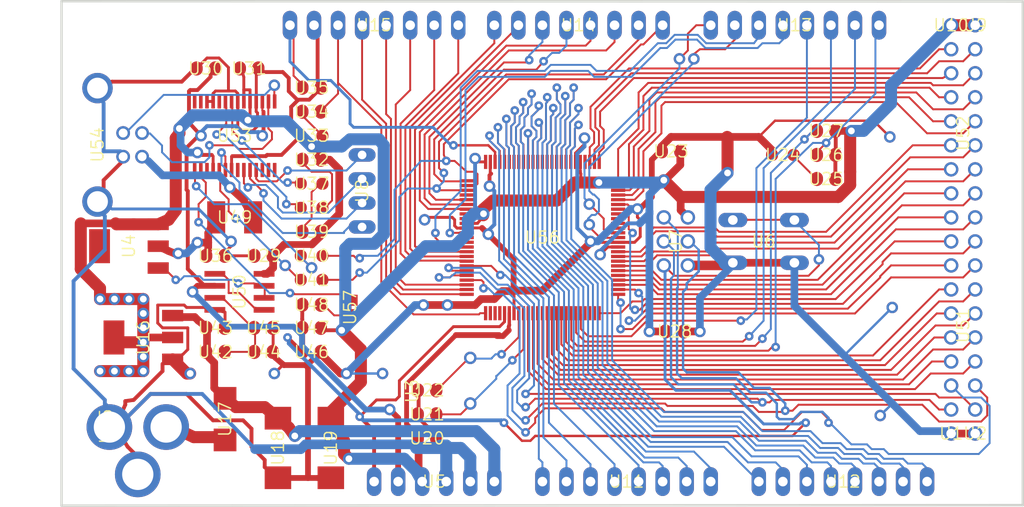
<source format=kicad_pcb>
(kicad_pcb (version 20221018) (generator pcbnew)
  (layers (0 "F.Cu" signal "Top") (31 "B.Cu" signal "Bottom") (34 "B.Paste" user) (35 "F.Paste" user) (36 "B.SilkS" user "B.Silkscreen") (37 "F.SilkS" user "F.Silkscreen") (38 "B.Mask" user) (39 "F.Mask" user) (44 "Edge.Cuts" user))
  (net 0 "")
  (net 1 "+5V")
  (net 2 "GND")
  (net 3 "N$6")
  (net 4 "N$7")
  (net 5 "AREF")
  (net 6 "RESET")
  (net 7 "VIN")
  (net 8 "N$3")
  (net 9 "PWRIN")
  (net 10 "M8RXD")
  (net 11 "M8TXD")
  (net 12 "ADC0")
  (net 13 "ADC2")
  (net 14 "ADC1")
  (net 15 "ADC3")
  (net 16 "ADC4")
  (net 17 "ADC5")
  (net 18 "ADC6")
  (net 19 "ADC7")
  (net 20 "+3V3")
  (net 21 "SDA")
  (net 22 "SCL")
  (net 23 "ADC9")
  (net 24 "ADC8")
  (net 25 "ADC10")
  (net 26 "ADC11")
  (net 27 "ADC12")
  (net 28 "ADC13")
  (net 29 "ADC14")
  (net 30 "ADC15")
  (net 31 "PB3")
  (net 32 "PB2")
  (net 33 "PB1")
  (net 34 "PB5")
  (net 35 "PB4")
  (net 36 "PE5")
  (net 37 "PE4")
  (net 38 "PE3")
  (net 39 "PE1")
  (net 40 "PE0")
  (net 41 "N$15")
  (net 42 "N$53")
  (net 43 "N$54")
  (net 44 "N$55")
  (net 45 "D-")
  (net 46 "D+")
  (net 47 "N$60")
  (net 48 "DTR")
  (net 49 "USBVCC")
  (net 50 "N$2")
  (net 51 "N$4")
  (net 52 "GATE_CMD")
  (net 53 "CMP")
  (net 54 "PB6")
  (net 55 "PH3")
  (net 56 "PH4")
  (net 57 "PH5")
  (net 58 "PH6")
  (net 59 "PG5")
  (net 60 "RXD1")
  (net 61 "TXD1")
  (net 62 "RXD2")
  (net 63 "RXD3")
  (net 64 "TXD2")
  (net 65 "TXD3")
  (net 66 "PC0")
  (net 67 "PC1")
  (net 68 "PC2")
  (net 69 "PC3")
  (net 70 "PC4")
  (net 71 "PC5")
  (net 72 "PC6")
  (net 73 "PC7")
  (net 74 "PB0")
  (net 75 "PG0")
  (net 76 "PG1")
  (net 77 "PG2")
  (net 78 "PD7")
  (net 79 "PA0")
  (net 80 "PA1")
  (net 81 "PA2")
  (net 82 "PA3")
  (net 83 "PA4")
  (net 84 "PA5")
  (net 85 "PA6")
  (net 86 "PA7")
  (net 87 "PL0")
  (net 88 "PL1")
  (net 89 "PL2")
  (net 90 "PL3")
  (net 91 "PL4")
  (net 92 "PL5")
  (net 93 "PL6")
  (net 94 "PL7")
  (net 95 "PB7")
  (net 96 "CTS")
  (net 97 "DSR")
  (net 98 "DCD")
  (net 99 "RI")
  (footprint "Arduino_MEGA_Reference_Design:2X03" (layer "F.Cu") (at 162.5981 103.7336 -90)
    (fp_text reference "U7")
    (fp_text value "")
  )
  (footprint "Arduino_MEGA_Reference_Design:1X08" (layer "F.Cu") (at 152.3111 80.8736 180)
    (fp_text reference "U14")
    (fp_text value "")
  )
  (footprint "Arduino_MEGA_Reference_Design:1X08" (layer "F.Cu") (at 130.7211 80.8736 180)
    (fp_text reference "U15")
    (fp_text value "")
  )
  (footprint "Arduino_MEGA_Reference_Design:SMC_D" (layer "F.Cu") (at 120.5611 125.5776 -90)
    (fp_text reference "U18")
    (fp_text value "")
  )
  (footprint "Arduino_MEGA_Reference_Design:SMC_D" (layer "F.Cu") (at 126.1491 125.5776 -90)
    (fp_text reference "U19")
    (fp_text value "")
  )
  (footprint "Arduino_MEGA_Reference_Design:B3F-10XX" (layer "F.Cu") (at 171.8691 103.7336 180)
    (fp_text reference "U6")
    (fp_text value "")
  )
  (footprint "Arduino_MEGA_Reference_Design:0805RND" (layer "F.Cu") (at 173.9011 94.5896 180)
    (fp_text reference "U24")
    (fp_text value "")
  )
  (footprint "Arduino_MEGA_Reference_Design:SMB" (layer "F.Cu") (at 114.9731 122.5296 -90)
    (fp_text reference "U17")
    (fp_text value "")
  )
  (footprint "Arduino_MEGA_Reference_Design:DC-21MM" (layer "F.Cu") (at 103.0351 123.2916 90)
    (fp_text reference "U55")
    (fp_text value "")
  )
  (footprint "Arduino_MEGA_Reference_Design:HC49_S" (layer "F.Cu") (at 140.8811 118.4656 90)
    (fp_text reference "U3")
    (fp_text value "")
  )
  (footprint "Arduino_MEGA_Reference_Design:SOT223" (layer "F.Cu") (at 106.3371 113.8936 90)
    (fp_text reference "U16")
    (fp_text value "")
  )
  (footprint "Arduino_MEGA_Reference_Design:1X06" (layer "F.Cu") (at 137.0711 129.1336)
    (fp_text reference "U5")
    (fp_text value "")
  )
  (footprint "Arduino_MEGA_Reference_Design:C0805RND" (layer "F.Cu") (at 124.1171 87.4776)
    (fp_text reference "U35")
    (fp_text value "")
  )
  (footprint "Arduino_MEGA_Reference_Design:C0805RND" (layer "F.Cu") (at 162.4711 113.2586)
    (fp_text reference "U28")
    (fp_text value "")
  )
  (footprint "Arduino_MEGA_Reference_Design:C0805RND" (layer "F.Cu") (at 136.3091 122.0216)
    (fp_text reference "U21")
    (fp_text value "")
  )
  (footprint "Arduino_MEGA_Reference_Design:C0805RND" (layer "F.Cu") (at 136.3091 119.4816)
    (fp_text reference "U22")
    (fp_text value "")
  )
  (footprint "Arduino_MEGA_Reference_Design:C0805RND" (layer "F.Cu") (at 113.9571 112.8776)
    (fp_text reference "U43")
    (fp_text value "")
  )
  (footprint "Arduino_MEGA_Reference_Design:RCL_0805RND" (layer "F.Cu") (at 124.1171 105.2576)
    (fp_text reference "U40")
    (fp_text value "")
  )
  (footprint "Arduino_MEGA_Reference_Design:RCL_0805RND" (layer "F.Cu") (at 124.1171 107.7976)
    (fp_text reference "U41")
    (fp_text value "")
  )
  (footprint "Arduino_MEGA_Reference_Design:1X08" (layer "F.Cu") (at 157.3911 129.1336)
    (fp_text reference "U11")
    (fp_text value "")
  )
  (footprint "Arduino_MEGA_Reference_Design:1X08" (layer "F.Cu") (at 175.1711 80.8736 180)
    (fp_text reference "U13")
    (fp_text value "")
  )
  (footprint "Arduino_MEGA_Reference_Design:R0805RND" (layer "F.Cu") (at 178.4731 94.5896 180)
    (fp_text reference "U26")
    (fp_text value "")
  )
  (footprint "Arduino_MEGA_Reference_Design:R0805RND" (layer "F.Cu") (at 178.4731 92.0496 180)
    (fp_text reference "U27")
    (fp_text value "")
  )
  (footprint "Arduino_MEGA_Reference_Design:TQFP100" (layer "F.Cu") (at 148.5011 103.3272)
    (fp_text reference "U56")
    (fp_text value "")
  )
  (footprint "Arduino_MEGA_Reference_Design:C0805RND" (layer "F.Cu") (at 162.0901 94.2086 180)
    (fp_text reference "U23")
    (fp_text value "")
  )
  (footprint "Arduino_MEGA_Reference_Design:C0805RND" (layer "F.Cu") (at 136.3091 124.5616)
    (fp_text reference "U20")
    (fp_text value "")
  )
  (footprint "Arduino_MEGA_Reference_Design:1X08" (layer "F.Cu") (at 180.2511 129.1336)
    (fp_text reference "U12")
    (fp_text value "")
  )
  (footprint "Arduino_MEGA_Reference_Design:R0805RND" (layer "F.Cu") (at 124.1171 112.8776)
    (fp_text reference "U47")
    (fp_text value "")
  )
  (footprint "Arduino_MEGA_Reference_Design:C0805RND" (layer "F.Cu") (at 124.1171 115.4176)
    (fp_text reference "U46")
    (fp_text value "")
  )
  (footprint "Arduino_MEGA_Reference_Design:C0805RND" (layer "F.Cu") (at 113.9571 105.2576)
    (fp_text reference "U36")
    (fp_text value "")
  )
  (footprint "Arduino_MEGA_Reference_Design:C0805RND" (layer "F.Cu") (at 112.9411 85.4456)
    (fp_text reference "U30")
    (fp_text value "")
  )
  (footprint "Arduino_MEGA_Reference_Design:0805RND" (layer "F.Cu") (at 124.1171 100.1776 180)
    (fp_text reference "U38")
    (fp_text value "")
  )
  (footprint "Arduino_MEGA_Reference_Design:0805RND" (layer "F.Cu") (at 124.1171 97.6376 180)
    (fp_text reference "U37")
    (fp_text value "")
  )
  (footprint "Arduino_MEGA_Reference_Design:R0805RND" (layer "F.Cu") (at 124.1171 95.0976)
    (fp_text reference "U32")
    (fp_text value "")
  )
  (footprint "Arduino_MEGA_Reference_Design:R0805RND" (layer "F.Cu") (at 124.1171 102.7176)
    (fp_text reference "U39")
    (fp_text value "")
  )
  (footprint "Arduino_MEGA_Reference_Design:SSOP28" (layer "F.Cu") (at 115.9891 92.5576)
    (fp_text reference "U53")
    (fp_text value "")
  )
  (footprint "Arduino_MEGA_Reference_Design:PN61729" (layer "F.Cu") (at 98.9584 93.5228 -90)
    (fp_text reference "U54")
    (fp_text value "")
  )
  (footprint "Arduino_MEGA_Reference_Design:L1812" (layer "F.Cu") (at 115.9891 101.1936)
    (fp_text reference "U49")
    (fp_text value "")
  )
  (footprint "Arduino_MEGA_Reference_Design:C0805RND" (layer "F.Cu") (at 117.5131 85.4456)
    (fp_text reference "U31")
    (fp_text value "")
  )
  (footprint "Arduino_MEGA_Reference_Design:0805RND" (layer "F.Cu") (at 124.1171 92.5576 180)
    (fp_text reference "U33")
    (fp_text value "")
  )
  (footprint "Arduino_MEGA_Reference_Design:R0805RND" (layer "F.Cu") (at 124.1171 90.0176 180)
    (fp_text reference "U34")
    (fp_text value "")
  )
  (footprint "Arduino_MEGA_Reference_Design:C0805RND" (layer "F.Cu") (at 124.1171 110.4392 180)
    (fp_text reference "U48")
    (fp_text value "")
  )
  (footprint "Arduino_MEGA_Reference_Design:SOT223" (layer "F.Cu") (at 104.8131 104.2416 90)
    (fp_text reference "U4")
    (fp_text value "")
  )
  (footprint "Arduino_MEGA_Reference_Design:SO08" (layer "F.Cu") (at 116.4971 109.0676 -90)
    (fp_text reference "U50")
    (fp_text value "")
  )
  (footprint "Arduino_MEGA_Reference_Design:R0805RND" (layer "F.Cu") (at 113.9571 115.4176 180)
    (fp_text reference "U42")
    (fp_text value "")
  )
  (footprint "Arduino_MEGA_Reference_Design:R0805RND" (layer "F.Cu") (at 119.0371 112.8776 180)
    (fp_text reference "U45")
    (fp_text value "")
  )
  (footprint "Arduino_MEGA_Reference_Design:C0805RND" (layer "F.Cu") (at 119.0371 115.4176 180)
    (fp_text reference "U44")
    (fp_text value "")
  )
  (footprint "Arduino_MEGA_Reference_Design:C0805RND" (layer "F.Cu") (at 119.0371 105.2576)
    (fp_text reference "U29")
    (fp_text value "")
  )
  (footprint "Arduino_MEGA_Reference_Design:2X08" (layer "F.Cu") (at 192.9511 92.3036 90)
    (fp_text reference "U52")
    (fp_text value "")
  )
  (footprint "Arduino_MEGA_Reference_Design:2X08" (layer "F.Cu") (at 192.9511 112.6236 90)
    (fp_text reference "U51")
    (fp_text value "")
  )
  (footprint "Arduino_MEGA_Reference_Design:R0805RND" (layer "F.Cu") (at 178.4731 97.1296 180)
    (fp_text reference "U25")
    (fp_text value "")
  )
  (footprint "Arduino_MEGA_Reference_Design:1X01" (layer "F.Cu") (at 191.6811 80.8736)
    (fp_text reference "U10")
    (fp_text value "")
  )
  (footprint "Arduino_MEGA_Reference_Design:1X01" (layer "F.Cu") (at 194.2211 80.8736)
    (fp_text reference "U9")
    (fp_text value "")
  )
  (footprint "Arduino_MEGA_Reference_Design:1X01" (layer "F.Cu") (at 191.6811 124.0536)
    (fp_text reference "U1")
    (fp_text value "")
  )
  (footprint "Arduino_MEGA_Reference_Design:1X01" (layer "F.Cu") (at 194.2211 124.0536)
    (fp_text reference "U2")
    (fp_text value "")
  )
  (footprint "Arduino_MEGA_Reference_Design:SJ" (layer "F.Cu") (at 128.1811 110.7186 -90)
    (fp_text reference "U57")
    (fp_text value "")
  )
  (footprint "Arduino_MEGA_Reference_Design:JP4" (layer "F.Cu") (at 129.4511 98.3996 -90)
    (fp_text reference "U8")
    (fp_text value "")
  )
  (gr_line (start 199.25 78.36) (end 199.25 131.62) (stroke (width 0.254)) (layer "Edge.Cuts"))
  (gr_line (start 97.7011 78.3336) (end 199.25 78.36) (stroke (width 0.254)) (layer "Edge.Cuts"))
  (gr_line (start 97.7011 131.6736) (end 97.7011 78.3336) (stroke (width 0.254)) (layer "Edge.Cuts"))
  (gr_line (start 199.25 131.62) (end 97.7011 131.6736) (stroke (width 0.254)) (layer "Edge.Cuts"))
  (segment (start 109.7661 100.4316) (end 109.7661 92.8116) (width 1.27) (layer "F.Cu") (net 1))
  (segment (start 127.5461 126.2126) (end 128.0541 126.7206) (width 1.27) (layer "F.Cu") (net 1))
  (segment (start 161.4551 97.2566) (end 163.0671 95.6446) (width 0.8128) (layer "F.Cu") (net 1))
  (segment (start 125.0061 102.5906) (end 125.0061 103.2256) (width 0.8128) (layer "F.Cu") (net 1))
  (segment (start 143.8529 113.7158) (end 143.7005 113.7412) (width 0.2032) (layer "F.Cu") (net 1))
  (segment (start 101.7651 108.6866) (end 101.7651 109.8296) (width 1.27) (layer "F.Cu") (net 1))
  (segment (start 155.3591 104.3686) (end 155.4005 104.3272) (width 0.254) (layer "F.Cu") (net 1))
  (segment (start 99.7331 106.6546) (end 101.2571 108.1786) (width 1.27) (layer "F.Cu") (net 1))
  (segment (start 134.1501 123.0376) (end 134.1501 118.8466) (width 0.508) (layer "F.Cu") (net 1))
  (segment (start 181.1401 92.0496) (end 179.4501 92.0496) (width 0.8128) (layer "F.Cu") (net 1))
  (segment (start 152.4889 95.4024) (end 152.5133 95.378) (width 0.254) (layer "F.Cu") (net 1))
  (segment (start 129.3241 115.1636) (end 129.3241 118.5926) (width 1.27) (layer "F.Cu") (net 1))
  (segment (start 151.9301 97.5106) (end 154.4701 97.5106) (width 1.27) (layer "F.Cu") (net 1))
  (segment (start 179.4891 92.1766) (end 179.4891 94.4626) (width 0.4064) (layer "F.Cu") (net 1))
  (segment (start 106.3371 114.4016) (end 103.7461 114.4016) (width 1.27) (layer "F.Cu") (net 1))
  (segment (start 103.2891 109.8296) (end 104.8131 109.8296) (width 1.27) (layer "F.Cu") (net 1))
  (segment (start 124.1171 93.7006) (end 124.7521 94.4626) (width 0.8128) (layer "F.Cu") (net 1))
  (segment (start 112.3061 94.5896) (end 113.5761 94.5896) (width 0.4064) (layer "F.Cu") (net 1))
  (segment (start 161.3281 97.2566) (end 161.4551 97.2566) (width 0.8128) (layer "F.Cu") (net 1))
  (segment (start 116.9543 87.6554) (end 116.9543 86.36) (width 0.3048) (layer "F.Cu") (net 1))
  (segment (start 125.0941 95.0976) (end 126.0221 95.0976) (width 0.8128) (layer "F.Cu") (net 1))
  (segment (start 163.1061 99.0346) (end 179.7431 99.0346) (width 1.27) (layer "F.Cu") (net 1))
  (segment (start 112.0521 94.3356) (end 112.3061 94.5896) (width 0.4064) (layer "F.Cu") (net 1))
  (segment (start 159.8041 113.2586) (end 161.4941 113.2586) (width 0.8128) (layer "F.Cu") (net 1))
  (segment (start 121.2215 104.0638) (end 120.0531 105.2576) (width 0.8128) (layer "F.Cu") (net 1))
  (segment (start 135.4201 125.1966) (end 135.3321 124.5616) (width 0.8128) (layer "F.Cu") (net 1))
  (segment (start 144.9451 113.1316) (end 144.9451 112.7506) (width 0.4064) (layer "F.Cu") (net 1))
  (segment (start 125.3871 113.1316) (end 125.1331 112.8776) (width 0.4064) (layer "F.Cu") (net 1))
  (segment (start 179.7431 99.0346) (end 181.0131 97.7646) (width 1.27) (layer "F.Cu") (net 1))
  (segment (start 152.5143 96.266) (end 152.5143 95.4278) (width 0.254) (layer "F.Cu") (net 1))
  (segment (start 152.5143 95.4278) (end 152.4889 95.4024) (width 0.254) (layer "F.Cu") (net 1))
  (segment (start 152.5651 96.5708) (end 152.5143 96.52) (width 0.3048) (layer "F.Cu") (net 1))
  (segment (start 152.5133 95.378) (end 152.5011 95.3272) (width 0.254) (layer "F.Cu") (net 1))
  (segment (start 141.3891 94.9706) (end 141.8727 95.3272) (width 0.3048) (layer "F.Cu") (net 1))
  (segment (start 109.7661 92.8116) (end 110.1471 92.3036) (width 1.27) (layer "F.Cu") (net 1))
  (segment (start 101.7651 109.8296) (end 103.2891 109.8296) (width 1.27) (layer "F.Cu") (net 1))
  (segment (start 142.1511 101.1936) (end 142.2471 100.9706) (width 0.4064) (layer "F.Cu") (net 1))
  (segment (start 154.4701 97.5106) (end 153.0731 97.5106) (width 0.4064) (layer "F.Cu") (net 1))
  (segment (start 163.0671 95.6446) (end 163.0671 94.2086) (width 0.8128) (layer "F.Cu") (net 1))
  (segment (start 106.3371 115.9256) (end 106.3371 117.4496) (width 1.27) (layer "F.Cu") (net 1))
  (segment (start 116.9641 88.9326) (end 116.9543 87.6554) (width 0.3048) (layer "F.Cu") (net 1))
  (segment (start 125.1331 112.8776) (end 125.0941 112.8776) (width 0.4064) (layer "F.Cu") (net 1))
  (segment (start 103.4161 101.8286) (end 103.5177 101.9302) (width 1.27) (layer "F.Cu") (net 1))
  (segment (start 99.7331 101.8286) (end 103.4161 101.8286) (width 0.8128) (layer "F.Cu") (net 1))
  (segment (start 181.0131 92.1766) (end 181.1401 92.0496) (width 0.8128) (layer "F.Cu") (net 1))
  (segment (start 105.3211 101.9302) (end 107.9119 101.9302) (width 1.27) (layer "F.Cu") (net 1))
  (segment (start 181.0131 96.3676) (end 181.0131 92.1766) (width 1.27) (layer "F.Cu") (net 1))
  (segment (start 161.3281 97.2566) (end 163.1061 99.0346) (width 1.27) (layer "F.Cu") (net 1))
  (segment (start 126.1491 122.4276) (end 127.5461 124.8156) (width 1.27) (layer "F.Cu") (net 1))
  (segment (start 127.5461 124.8156) (end 127.5461 126.2126) (width 1.27) (layer "F.Cu") (net 1))
  (segment (start 101.2571 108.1786) (end 101.7651 108.6866) (width 1.27) (layer "F.Cu") (net 1))
  (segment (start 163.1061 99.0346) (end 163.1061 100.4316) (width 0.8128) (layer "F.Cu") (net 1))
  (segment (start 153.0731 97.5106) (end 152.5651 97.0026) (width 0.4064) (layer "F.Cu") (net 1))
  (segment (start 127.2921 113.1316) (end 129.3241 115.1636) (width 1.27) (layer "F.Cu") (net 1))
  (segment (start 106.3371 112.8776) (end 106.3371 111.3536) (width 1.27) (layer "F.Cu") (net 1))
  (segment (start 120.0531 105.2576) (end 120.0531 106.5276) (width 0.8128) (layer "F.Cu") (net 1))
  (segment (start 143.2941 99.4156) (end 150.0251 99.4156) (width 1.27) (layer "F.Cu") (net 1))
  (segment (start 117.3861 90.9066) (end 117.6147 90.3986) (width 0.3048) (layer "F.Cu") (net 1))
  (segment (start 106.3371 115.9256) (end 106.3371 114.4016) (width 1.27) (layer "F.Cu") (net 1))
  (segment (start 119.4181 107.1626) (end 119.0971 107.1626) (width 0.8128) (layer "F.Cu") (net 1))
  (segment (start 127.2921 113.1316) (end 125.3871 113.1316) (width 0.4064) (layer "F.Cu") (net 1))
  (segment (start 127.0381 100.8126) (end 125.1331 102.7176) (width 0.8128) (layer "F.Cu") (net 1))
  (segment (start 143.9291 113.6396) (end 143.8529 113.7158) (width 0.2032) (layer "F.Cu") (net 1))
  (segment (start 104.8131 117.4496) (end 103.2891 117.4496) (width 1.27) (layer "F.Cu") (net 1))
  (segment (start 191.6811 80.8736) (end 194.2211 80.8736) (width 1.27) (layer "F.Cu") (net 1))
  (segment (start 116.9543 86.36) (end 116.8781 86.0806) (width 0.3048) (layer "F.Cu") (net 1))
  (segment (start 129.3241 118.5926) (end 126.1491 121.7676) (width 1.27) (layer "F.Cu") (net 1))
  (segment (start 126.1491 121.7676) (end 126.1491 122.4276) (width 1.27) (layer "F.Cu") (net 1))
  (segment (start 154.5971 105.1306) (end 155.3591 104.3686) (width 0.3048) (layer "F.Cu") (net 1))
  (segment (start 106.9721 113.8936) (end 109.4359 113.8936) (width 0.8128) (layer "F.Cu") (net 1))
  (segment (start 116.8781 86.0806) (end 116.5361 85.4456) (width 0.3048) (layer "F.Cu") (net 1))
  (segment (start 163.1061 100.4316) (end 163.8681 101.1936) (width 0.8128) (layer "F.Cu") (net 1))
  (segment (start 150.0251 99.4156) (end 151.9301 97.5106) (width 1.27) (layer "F.Cu") (net 1))
  (segment (start 125.0061 103.2256) (end 124.1425 104.0638) (width 0.8128) (layer "F.Cu") (net 1))
  (segment (start 124.1425 104.0638) (end 121.2215 104.0638) (width 0.7112) (layer "F.Cu") (net 1))
  (segment (start 113.7141 94.7276) (end 113.7141 96.1826) (width 0.3048) (layer "F.Cu") (net 1))
  (segment (start 179.4501 94.6286) (end 179.4501 97.1296) (width 0.4064) (layer "F.Cu") (net 1))
  (segment (start 124.7521 94.4626) (end 125.0941 95.0976) (width 0.8128) (layer "F.Cu") (net 1))
  (segment (start 179.4891 94.4626) (end 179.3621 94.5896) (width 0.4064) (layer "F.Cu") (net 1))
  (segment (start 116.9543 87.7062) (end 116.9641 88.9326) (width 0.3048) (layer "F.Cu") (net 1))
  (segment (start 179.3621 92.0496) (end 179.4891 92.1766) (width 0.4064) (layer "F.Cu") (net 1))
  (segment (start 110.1471 92.3036) (end 110.1471 91.7956) (width 1.27) (layer "F.Cu") (net 1))
  (segment (start 144.3355 113.7412) (end 144.9451 113.1316) (width 0.6096) (layer "F.Cu") (net 1))
  (segment (start 101.7651 117.4496) (end 103.2891 117.4496) (width 1.27) (layer "F.Cu") (net 1))
  (segment (start 139.3571 113.6396) (end 143.9291 113.6396) (width 0.6096) (layer "F.Cu") (net 1))
  (segment (start 179.4501 92.0496) (end 179.3621 92.0496) (width 0.4064) (layer "F.Cu") (net 1))
  (segment (start 135.8011 129.1336) (end 135.4201 127.7366) (width 0.8128) (layer "F.Cu") (net 1))
  (segment (start 141.8727 95.3272) (end 142.5011 95.3272) (width 0.3048) (layer "F.Cu") (net 1))
  (segment (start 125.0941 102.6786) (end 125.0061 102.5906) (width 0.8128) (layer "F.Cu") (net 1))
  (segment (start 103.5177 101.9302) (end 105.3211 101.9302) (width 1.27) (layer "F.Cu") (net 1))
  (segment (start 125.1331 102.7176) (end 125.0941 102.7176) (width 0.8128) (layer "F.Cu") (net 1))
  (segment (start 141.6445 101.8272) (end 140.5011 101.8272) (width 0.3048) (layer "F.Cu") (net 1))
  (segment (start 125.0941 102.6786) (end 125.0941 102.7176) (width 0.8128) (layer "F.Cu") (net 1))
  (segment (start 103.7461 114.4016) (end 103.2381 113.8936) (width 1.27) (layer "F.Cu") (net 1))
  (segment (start 142.2781 100.8126) (end 142.1511 101.1936) (width 0.4064) (layer "F.Cu") (net 1))
  (segment (start 143.7005 113.7412) (end 144.3355 113.7412) (width 0.6096) (layer "F.Cu") (net 1))
  (segment (start 142.2471 100.3356) (end 143.2941 99.4156) (width 1.27) (layer "F.Cu") (net 1))
  (segment (start 120.0531 106.5276) (end 119.4181 107.1626) (width 0.8128) (layer "F.Cu") (net 1))
  (segment (start 179.4501 94.5896) (end 179.4891 94.5896) (width 0.4064) (layer "F.Cu") (net 1))
  (segment (start 152.5651 97.0026) (end 152.5651 96.5708) (width 0.3048) (layer "F.Cu") (net 1))
  (segment (start 179.3621 94.5896) (end 179.4501 94.5896) (width 0.4064) (layer "F.Cu") (net 1))
  (segment (start 152.5143 96.52) (end 152.5143 96.266) (width 0.3048) (layer "F.Cu") (net 1))
  (segment (start 99.7331 106.6546) (end 99.7331 101.8286) (width 1.27) (layer "F.Cu") (net 1))
  (segment (start 179.4891 94.5896) (end 179.4501 94.6286) (width 0.4064) (layer "F.Cu") (net 1))
  (segment (start 144.9451 112.7506) (end 145.0011 112.5676) (width 0.4064) (layer "F.Cu") (net 1))
  (segment (start 106.3371 109.8296) (end 106.3371 111.3536) (width 1.27) (layer "F.Cu") (net 1))
  (segment (start 145.0011 112.5676) (end 145.0011 111.3272) (width 0.3556) (layer "F.Cu") (net 1))
  (segment (start 107.9119 101.9302) (end 109.0041 101.4476) (width 1.27) (layer "F.Cu") (net 1))
  (segment (start 135.3321 124.5616) (end 135.0391 123.9266) (width 0.508) (layer "F.Cu") (net 1))
  (segment (start 101.2571 108.1786) (end 101.2571 108.3056) (width 0.508) (layer "F.Cu") (net 1))
  (segment (start 117.6147 90.3986) (end 117.6147 89.7636) (width 0.3048) (layer "F.Cu") (net 1))
  (segment (start 142.1511 101.1936) (end 141.6445 101.8272) (width 0.3048) (layer "F.Cu") (net 1))
  (segment (start 142.2471 100.9706) (end 142.2471 100.3356) (width 1.27) (layer "F.Cu") (net 1))
  (segment (start 117.6147 89.7636) (end 117.6141 88.9326) (width 0.3048) (layer "F.Cu") (net 1))
  (segment (start 106.3371 109.8296) (end 104.8131 109.8296) (width 1.27) (layer "F.Cu") (net 1))
  (segment (start 117.6147 87.7062) (end 116.9543 87.7062) (width 0.3048) (layer "F.Cu") (net 1))
  (segment (start 106.3371 112.8776) (end 106.3371 114.4016) (width 1.27) (layer "F.Cu") (net 1))
  (segment (start 127.0381 96.1136) (end 127.0381 100.8126) (width 0.8128) (layer "F.Cu") (net 1))
  (segment (start 120.0531 105.2576) (end 120.0141 105.2576) (width 0.8128) (layer "F.Cu") (net 1))
  (segment (start 181.0131 97.7646) (end 181.0131 96.3676) (width 1.27) (layer "F.Cu") (net 1))
  (segment (start 113.5761 94.5896) (end 113.7141 94.7276) (width 0.3048) (layer "F.Cu") (net 1))
  (segment (start 125.1331 102.7176) (end 125.0941 102.6786) (width 0.8128) (layer "F.Cu") (net 1))
  (segment (start 134.1501 118.8466) (end 139.3571 113.6396) (width 0.508) (layer "F.Cu") (net 1))
  (segment (start 109.0041 101.4476) (end 109.7661 100.4316) (width 1.27) (layer "F.Cu") (net 1))
  (segment (start 117.6141 88.9326) (end 117.6147 87.7062) (width 0.3048) (layer "F.Cu") (net 1))
  (segment (start 106.3371 117.4496) (end 104.8131 117.4496) (width 1.27) (layer "F.Cu") (net 1))
  (segment (start 181.0131 96.3676) (end 181.0131 96.4946) (width 0.8128) (layer "F.Cu") (net 1))
  (segment (start 155.4005 104.3272) (end 156.5011 104.3272) (width 0.3048) (layer "F.Cu") (net 1))
  (segment (start 135.4201 127.7366) (end 135.4201 125.1966) (width 0.8128) (layer "F.Cu") (net 1))
  (segment (start 126.0221 95.0976) (end 127.0381 96.1136) (width 0.8128) (layer "F.Cu") (net 1))
  (segment (start 135.0391 123.9266) (end 134.1501 123.0376) (width 0.508) (layer "F.Cu") (net 1))
  (via (at 103.2891 109.8296) (size 1.2192) (drill 0.7112) (layers "F.Cu" "B.Cu") (net 1))
  (via (at 154.4701 97.5106) (size 1.2192) (drill 0.7112) (layers "F.Cu" "B.Cu") (net 1))
  (via (at 106.3371 114.4016) (size 1.2192) (drill 0.7112) (layers "F.Cu" "B.Cu") (net 1))
  (via (at 112.0521 94.3356) (size 1.2192) (drill 0.7112) (layers "F.Cu" "B.Cu") (net 1))
  (via (at 101.7651 117.4496) (size 1.2192) (drill 0.7112) (layers "F.Cu" "B.Cu") (net 1))
  (via (at 106.3371 115.9256) (size 1.2192) (drill 0.7112) (layers "F.Cu" "B.Cu") (net 1))
  (via (at 154.5971 105.1306) (size 1.2192) (drill 0.7112) (layers "F.Cu" "B.Cu") (net 1))
  (via (at 128.0541 126.7206) (size 1.2192) (drill 0.7112) (layers "F.Cu" "B.Cu") (net 1))
  (via (at 161.3281 97.2566) (size 1.2192) (drill 0.7112) (layers "F.Cu" "B.Cu") (net 1))
  (via (at 106.3371 109.8296) (size 1.2192) (drill 0.7112) (layers "F.Cu" "B.Cu") (net 1))
  (via (at 110.1471 91.7956) (size 1.2192) (drill 0.7112) (layers "F.Cu" "B.Cu") (net 1))
  (via (at 127.2921 113.1316) (size 1.2192) (drill 0.7112) (layers "F.Cu" "B.Cu") (net 1))
  (via (at 181.1401 92.0496) (size 1.2192) (drill 0.7112) (layers "F.Cu" "B.Cu") (net 1))
  (via (at 142.2781 100.8126) (size 1.2192) (drill 0.7112) (layers "F.Cu" "B.Cu") (net 1))
  (via (at 141.3891 94.9706) (size 1.2192) (drill 0.7112) (layers "F.Cu" "B.Cu") (net 1))
  (via (at 159.8041 113.2586) (size 1.2192) (drill 0.7112) (layers "F.Cu" "B.Cu") (net 1))
  (via (at 103.2891 117.4496) (size 1.2192) (drill 0.7112) (layers "F.Cu" "B.Cu") (net 1))
  (via (at 104.8131 109.8296) (size 1.2192) (drill 0.7112) (layers "F.Cu" "B.Cu") (net 1))
  (via (at 117.3861 90.9066) (size 1.2192) (drill 0.7112) (layers "F.Cu" "B.Cu") (net 1))
  (via (at 106.3371 112.8776) (size 1.2192) (drill 0.7112) (layers "F.Cu" "B.Cu") (net 1))
  (via (at 106.3371 117.4496) (size 1.2192) (drill 0.7112) (layers "F.Cu" "B.Cu") (net 1))
  (via (at 124.1171 93.7006) (size 1.2192) (drill 0.7112) (layers "F.Cu" "B.Cu") (net 1))
  (via (at 101.7651 109.8296) (size 1.2192) (drill 0.7112) (layers "F.Cu" "B.Cu") (net 1))
  (via (at 106.3371 111.3536) (size 1.2192) (drill 0.7112) (layers "F.Cu" "B.Cu") (net 1))
  (via (at 104.8131 117.4496) (size 1.2192) (drill 0.7112) (layers "F.Cu" "B.Cu") (net 1))
  (segment (start 130.7211 103.9876) (end 128.1811 103.9876) (width 1.27) (layer "B.Cu") (net 1))
  (segment (start 154.7241 105.0036) (end 154.5971 105.1306) (width 0.4064) (layer "B.Cu") (net 1))
  (segment (start 117.3861 90.9066) (end 117.6401 91.0336) (width 1.27) (layer "B.Cu") (net 1))
  (segment (start 185.3311 87.2236) (end 191.6811 80.8736) (width 1.27) (layer "B.Cu") (net 1))
  (segment (start 128.1811 103.9876) (end 127.6731 104.4956) (width 1.27) (layer "B.Cu") (net 1))
  (segment (start 110.2741 91.7956) (end 110.2741 93.5736) (width 0.8128) (layer "B.Cu") (net 1))
  (segment (start 127.2921 93.7006) (end 128.1811 92.9386) (width 1.27) (layer "B.Cu") (net 1))
  (segment (start 133.8961 126.7206) (end 135.1661 127.9906) (width 1.27) (layer "B.Cu") (net 1))
  (segment (start 140.6271 102.8446) (end 140.6271 101.4476) (width 1.27) (layer "B.Cu") (net 1))
  (segment (start 157.5181 101.8286) (end 154.7241 104.6226) (width 0.4064) (layer "B.Cu") (net 1))
  (segment (start 127.2921 113.1316) (end 136.1821 104.2416) (width 1.27) (layer "B.Cu") (net 1))
  (segment (start 110.1471 91.7956) (end 110.4011 91.6686) (width 0.8128) (layer "B.Cu") (net 1))
  (segment (start 136.1821 104.2416) (end 139.2301 104.2416) (width 1.27) (layer "B.Cu") (net 1))
  (segment (start 117.6401 91.0336) (end 121.4501 91.0336) (width 1.27) (layer "B.Cu") (net 1))
  (segment (start 154.7241 104.6226) (end 154.7241 105.0036) (width 0.4064) (layer "B.Cu") (net 1))
  (segment (start 159.8041 98.7806) (end 159.8041 100.5586) (width 0.8128) (layer "B.Cu") (net 1))
  (segment (start 131.7371 93.5736) (end 131.7371 102.9716) (width 1.27) (layer "B.Cu") (net 1))
  (segment (start 110.1471 91.7956) (end 111.5441 90.3986) (width 1.27) (layer "B.Cu") (net 1))
  (segment (start 185.3311 89.1286) (end 185.3311 87.2236) (width 1.27) (layer "B.Cu") (net 1))
  (segment (start 141.3891 100.0506) (end 141.3891 94.9706) (width 0.4064) (layer "B.Cu") (net 1))
  (segment (start 159.8041 100.5586) (end 159.8041 100.8126) (width 0.8128) (layer "B.Cu") (net 1))
  (segment (start 159.8041 100.5586) (end 159.8041 113.2586) (width 0.8128) (layer "B.Cu") (net 1))
  (segment (start 127.6731 104.4956) (end 127.6731 112.6236) (width 1.27) (layer "B.Cu") (net 1))
  (segment (start 135.1661 127.9906) (end 135.8011 129.1336) (width 1.27) (layer "B.Cu") (net 1))
  (segment (start 141.2621 100.8126) (end 142.2781 100.8126) (width 1.27) (layer "B.Cu") (net 1))
  (segment (start 128.1811 92.9386) (end 131.2291 92.9386) (width 1.27) (layer "B.Cu") (net 1))
  (segment (start 142.2781 100.9396) (end 141.3891 100.0506) (width 0.4064) (layer "B.Cu") (net 1))
  (segment (start 182.4101 92.0496) (end 185.3311 89.1286) (width 1.27) (layer "B.Cu") (net 1))
  (segment (start 154.4701 97.5106) (end 161.0741 97.5106) (width 1.27) (layer "B.Cu") (net 1))
  (segment (start 110.4011 91.6686) (end 110.2741 91.7956) (width 0.8128) (layer "B.Cu") (net 1))
  (segment (start 127.6731 112.6236) (end 127.2921 113.0046) (width 0.8128) (layer "B.Cu") (net 1))
  (segment (start 131.2291 92.9386) (end 131.7371 93.5736) (width 1.27) (layer "B.Cu") (net 1))
  (segment (start 161.0741 97.5106) (end 161.3281 97.2566) (width 0.6096) (layer "B.Cu") (net 1))
  (segment (start 181.1401 92.0496) (end 182.4101 92.0496) (width 1.27) (layer "B.Cu") (net 1))
  (segment (start 140.6271 101.4476) (end 141.2621 100.8126) (width 1.27) (layer "B.Cu") (net 1))
  (segment (start 110.2741 93.5736) (end 111.0361 94.3356) (width 0.8128) (layer "B.Cu") (net 1))
  (segment (start 159.8041 100.8126) (end 158.7881 101.8286) (width 0.8128) (layer "B.Cu") (net 1))
  (segment (start 121.4501 91.0336) (end 124.1171 93.7006) (width 1.27) (layer "B.Cu") (net 1))
  (segment (start 131.7371 102.9716) (end 130.7211 103.9876) (width 1.27) (layer "B.Cu") (net 1))
  (segment (start 116.7511 90.3986) (end 117.3861 90.9066) (width 1.27) (layer "B.Cu") (net 1))
  (segment (start 161.3281 97.2566) (end 159.8041 98.7806) (width 0.8128) (layer "B.Cu") (net 1))
  (segment (start 111.5441 90.3986) (end 116.7511 90.3986) (width 1.27) (layer "B.Cu") (net 1))
  (segment (start 158.7881 101.8286) (end 157.5181 101.8286) (width 0.4064) (layer "B.Cu") (net 1))
  (segment (start 128.0541 126.7206) (end 133.8961 126.7206) (width 1.27) (layer "B.Cu") (net 1))
  (segment (start 111.0361 94.3356) (end 112.0521 94.3356) (width 0.8128) (layer "B.Cu") (net 1))
  (segment (start 127.2921 113.0046) (end 127.2921 113.1316) (width 0.8128) (layer "B.Cu") (net 1))
  (segment (start 124.1171 93.7006) (end 127.2921 93.7006) (width 1.27) (layer "B.Cu") (net 1))
  (segment (start 142.2781 100.8126) (end 142.2781 100.9396) (width 0.4064) (layer "B.Cu") (net 1))
  (segment (start 139.2301 104.2416) (end 140.6271 102.8446) (width 1.27) (layer "B.Cu") (net 1))
  (segment (start 140.5763 102.3112) (end 140.5603 102.3272) (width 0.3048) (layer "F.Cu") (net 2))
  (segment (start 108.3691 116.6876) (end 109.4359 116.205) (width 0.3048) (layer "F.Cu") (net 2))
  (segment (start 140.5011 102.3272) (end 139.4747 102.3272) (width 0.3048) (layer "F.Cu") (net 2))
  (segment (start 113.7031 122.6566) (end 116.8781 122.6566) (width 0.4064) (layer "F.Cu") (net 2))
  (segment (start 142.9131 97.8916) (end 142.9131 96.7486) (width 0.4064) (layer "F.Cu") (net 2))
  (segment (start 158.23371 103.8352) (end 158.835701 103.233209) (width 0.3048) (layer "F.Cu") (net 2))
  (segment (start 113.8971 110.9726) (end 114.9731 111.2266) (width 0.3048) (layer "F.Cu") (net 2))
  (segment (start 124.7521 86.8426) (end 124.7521 82.2706) (width 0.4064) (layer "F.Cu") (net 2))
  (segment (start 153.7589 103.8098) (end 153.7843 103.8352) (width 0.3048) (layer "F.Cu") (net 2))
  (segment (start 113.06651 84.34319) (end 112.541482 84.868218) (width 0.3048) (layer "F.Cu") (net 2))
  (segment (start 115.6641 94.7876) (end 115.7351 94.7166) (width 0.3048) (layer "F.Cu") (net 2))
  (segment (start 158.5341 100.3046) (end 158.7881 100.3046) (width 0.6096) (layer "F.Cu") (net 2))
  (segment (start 113.96651 87.83089) (end 113.7141 88.0833) (width 0.3048) (layer "F.Cu") (net 2))
  (segment (start 125.0941 115.4176) (end 125.0941 115.4566) (width 0.8128) (layer "F.Cu") (net 2))
  (segment (start 115.6641 96.1826) (end 115.6641 94.7876) (width 0.3048) (layer "F.Cu") (net 2))
  (segment (start 153.5811 103.8606) (end 153.5811 103.7336) (width 0.6096) (layer "F.Cu") (net 2))
  (segment (start 157.6197 103.8352) (end 157.6451 103.8606) (width 0.3048) (layer "F.Cu") (net 2))
  (segment (start 122.9741 92.5576) (end 122.5931 92.0496) (width 0.4064) (layer "F.Cu") (net 2))
  (segment (start 115.33089 87.83089) (end 115.33089 85.340767) (width 0.3048) (layer "F.Cu") (net 2))
  (segment (start 124.7521 82.2706) (end 124.3711 80.8736) (width 0.4064) (layer "F.Cu") (net 2))
  (segment (start 116.06169 87.83089) (end 115.33089 87.83089) (width 0.3048) (layer "F.Cu") (net 2))
  (segment (start 156.5011 103.8272) (end 156.5195 103.8272) (width 0.3048) (layer "F.Cu") (net 2))
  (segment (start 168.3131 106.2736) (end 163.8681 106.2736) (width 1.016) (layer "F.Cu") (net 2))
  (segment (start 120.3071 116.0526) (end 120.0141 115.4176) (width 0.6096) (layer "F.Cu") (net 2))
  (segment (start 102.1461 98.0186) (end 102.1461 97.2566) (width 0.4064) (layer "F.Cu") (net 2))
  (segment (start 120.0531 114.7826) (end 120.0531 113.5126) (width 0.3048) (layer "F.Cu") (net 2))
  (segment (start 116.3141 89.0726) (end 116.3141 88.9326) (width 0.3048) (layer "F.Cu") (net 2))
  (segment (start 110.9091 119.8626) (end 113.7031 122.6566) (width 0.4064) (layer "F.Cu") (net 2))
  (segment (start 116.7511 92.0496) (end 116.3193 91.6178) (width 0.3048) (layer "F.Cu") (net 2))
  (segment (start 115.7351 94.7166) (end 119.2911 94.7166) (width 0.4064) (layer "F.Cu") (net 2))
  (segment (start 120.9421 94.5896) (end 122.9741 92.5576) (width 0.4064) (layer "F.Cu") (net 2))
  (segment (start 108.3691 117.4496) (end 108.3691 116.6876) (width 0.4064) (layer "F.Cu") (net 2))
  (segment (start 161.0741 94.2086) (end 161.0741 93.7006) (width 0.8128) (layer "F.Cu") (net 2))
  (segment (start 137.5791 125.1966) (end 137.2861 124.5616) (width 0.4064) (layer "F.Cu") (net 2))
  (segment (start 108.3691 112.8776) (end 107.8611 112.3696) (width 0.3048) (layer "F.Cu") (net 2))
  (segment (start 107.8611 110.4646) (end 110.6551 110.4646) (width 0.3048) (layer "F.Cu") (net 2))
  (segment (start 142.0241 109.8296) (end 143.4211 109.8296) (width 0.8128) (layer "F.Cu") (net 2))
  (segment (start 143.4211 109.8296) (end 144.2621 108.9886) (width 0.8128) (layer "F.Cu") (net 2))
  (segment (start 116.3141 88.9326) (end 116.3141 88.0833) (width 0.3048) (layer "F.Cu") (net 2))
  (segment (start 156.5091 103.8352) (end 156.5011 103.8272) (width 0.3048) (layer "F.Cu") (net 2))
  (segment (start 121.0691 116.8146) (end 121.1961 116.8146) (width 0.3048) (layer "F.Cu") (net 2))
  (segment (start 122.5931 92.0496) (end 121.9581 91.4146) (width 0.4064) (layer "F.Cu") (net 2))
  (segment (start 118.2751 88.2396) (end 118.2641 88.9326) (width 0.3048) (layer "F.Cu") (net 2))
  (segment (start 111.2901 117.7036) (end 110.9345 117.7036) (width 1.27) (layer "F.Cu") (net 2))
  (segment (start 121.9581 128.7526) (end 123.7361 128.7526) (width 0.6096) (layer "F.Cu") (net 2))
  (segment (start 125.0061 115.5446) (end 127.1651 117.7036) (width 0.8128) (layer "F.Cu") (net 2))
  (segment (start 109.5121 116.1796) (end 109.4861 116.1736) (width 0.3048) (layer "F.Cu") (net 2))
  (segment (start 137.9601 127.7366) (end 137.9601 125.5776) (width 0.4064) (layer "F.Cu") (net 2))
  (segment (start 127.1651 117.7036) (end 127.8001 117.7036) (width 0.8128) (layer "F.Cu") (net 2))
  (segment (start 118.2751 86.0806) (end 118.2751 88.2396) (width 0.3048) (layer "F.Cu") (net 2))
  (segment (start 124.8791 115.6716) (end 125.0941 115.4176) (width 0.3048) (layer "F.Cu") (net 2))
  (segment (start 122.6566 88.8111) (end 122.7201 88.7476) (width 0.3048) (layer "F.Cu") (net 2))
  (segment (start 111.0361 112.8776) (end 108.3691 112.8776) (width 0.3048) (layer "F.Cu") (net 2))
  (segment (start 175.1457 105.9942) (end 175.1203 105.9942) (width 0.8128) (layer "F.Cu") (net 2))
  (segment (start 135.6741 122.6566) (end 135.3321 122.0216) (width 0.4064) (layer "F.Cu") (net 2))
  (segment (start 115.33089 87.83089) (end 113.96651 87.83089) (width 0.3048) (layer "F.Cu") (net 2))
  (segment (start 160.9471 94.2086) (end 161.0741 94.2086) (width 0.6096) (layer "F.Cu") (net 2))
  (segment (start 137.9601 127.7366) (end 138.3411 129.1336) (width 0.4064) (layer "F.Cu") (net 2))
  (segment (start 145.5011 108.9886) (end 145.4531 108.9406) (width 0.3048) (layer "F.Cu") (net 2))
  (segment (start 123.8631 88.7476) (end 124.6251 87.9856) (width 0.4064) (layer "F.Cu") (net 2))
  (segment (start 142.0241 102.3366) (end 142.0241 102.3112) (width 0.3048) (layer "F.Cu") (net 2))
  (segment (start 157.6197 103.8352) (end 156.5091 103.8352) (width 0.3048) (layer "F.Cu") (net 2))
  (segment (start 121.9581 91.4146) (end 121.9581 89.5096) (width 0.4064) (layer "F.Cu") (net 2))
  (segment (start 142.9131 96.7486) (end 143.0909 96.5708) (width 0.4064) (layer "F.Cu") (net 2))
  (segment (start 172.7581 94.0816) (end 172.7581 94.5896) (width 0.8128) (layer "F.Cu") (net 2))
  (segment (start 120.0141 115.4176) (end 120.0531 114.7826) (width 0.3048) (layer "F.Cu") (net 2))
  (segment (start 158.835701 103.233209) (end 158.835701 101.468305) (width 0.3048) (layer "F.Cu") (net 2))
  (segment (start 103.4923 123.3678) (end 103.5431 123.4186) (width 0.4064) (layer "F.Cu") (net 2))
  (segment (start 113.7141 88.9326) (end 113.0641 88.9326) (width 0.3048) (layer "F.Cu") (net 2))
  (segment (start 152.9461 93.4466) (end 152.0011 94.3916) (width 0.3048) (layer "F.Cu") (net 2))
  (segment (start 115.2271 104.6226) (end 114.9341 105.2576) (width 0.3048) (layer "F.Cu") (net 2))
  (segment (start 114.333313 84.34319) (end 113.06651 84.34319) (width 0.3048) (layer "F.Cu") (net 2))
  (segment (start 123.7361 128.7526) (end 124.7521 128.7526) (width 0.6096) (layer "F.Cu") (net 2))
  (segment (start 142.0241 102.3112) (end 142.1003 102.3112) (width 0.3048) (layer "F.Cu") (net 2))
  (segment (start 153.5811 103.7336) (end 153.7081 103.8606) (width 0.4064) (layer "F.Cu") (net 2))
  (segment (start 104.4321 121.0056) (end 104.4321 120.6246) (width 0.4064) (layer "F.Cu") (net 2))
  (segment (start 117.7671 125.4506) (end 119.1641 126.8476) (width 0.4064) (layer "F.Cu") (net 2))
  (segment (start 116.3141 88.0833) (end 116.06169 87.83089) (width 0.3048) (layer "F.Cu") (net 2))
  (segment (start 168.0591 92.7283) (end 168.0154 92.6846) (width 1.27) (layer "F.Cu") (net 2))
  (segment (start 142.7861 102.9716) (end 142.1257 102.3112) (width 0.6096) (layer "F.Cu") (net 2))
  (segment (start 145.4531 108.9406) (end 148.5011 108.9406) (width 0.8128) (layer "F.Cu") (net 2))
  (segment (start 103.0351 86.8426) (end 110.4011 86.8426) (width 0.4064) (layer "F.Cu") (net 2))
  (segment (start 145.5011 108.9886) (end 145.5011 111.3272) (width 0.3048) (layer "F.Cu") (net 2))
  (segment (start 115.6081 103.7336) (end 115.6081 104.2416) (width 0.3048) (layer "F.Cu") (net 2))
  (segment (start 116.3193 91.6178) (end 116.3193 89.0778) (width 0.3048) (layer "F.Cu") (net 2))
  (segment (start 138.9761 101.1936) (end 136.3091 101.1936) (width 0.3048) (layer "F.Cu") (net 2))
  (segment (start 105.3211 120.4976) (end 108.3691 117.4496) (width 0.4064) (layer "F.Cu") (net 2))
  (segment (start 115.6081 104.2416) (end 115.2271 104.6226) (width 0.3048) (layer "F.Cu") (net 2))
  (segment (start 160.0581 99.0346) (end 160.0581 95.0976) (width 0.6096) (layer "F.Cu") (net 2))
  (segment (start 168.6179 105.9942) (end 168.5925 105.9942) (width 1.016) (layer "F.Cu") (net 2))
  (segment (start 175.1457 105.9942) (end 175.1711 106.0196) (width 0.8128) (layer "F.Cu") (net 2))
  (segment (start 120.1801 117.7036) (end 121.0691 116.8146) (width 0.3048) (layer "F.Cu") (net 2))
  (segment (start 121.9581 89.5096) (end 122.6566 88.8111) (width 0.4064) (layer "F.Cu") (net 2))
  (segment (start 142.1257 102.3112) (end 142.0495 102.3112) (width 0.3048) (layer "F.Cu") (net 2))
  (segment (start 119.2911 94.7166) (end 119.4181 94.5896) (width 0.4064) (layer "F.Cu") (net 2))
  (segment (start 103.9241 95.4786) (end 104.2211 94.8236) (width 0.4064) (layer "F.Cu") (net 2))
  (segment (start 119.0371 85.8266) (end 118.4901 85.4456) (width 0.3048) (layer "F.Cu") (net 2))
  (segment (start 153.7081 103.8606) (end 153.7589 103.8098) (width 0.4064) (layer "F.Cu") (net 2))
  (segment (start 119.1641 126.8476) (end 119.1641 127.6096) (width 0.4064) (layer "F.Cu") (net 2))
  (segment (start 111.4171 85.8266) (end 111.9641 85.4456) (width 0.3048) (layer "F.Cu") (net 2))
  (segment (start 119.1641 127.6096) (end 120.5611 128.7276) (width 0.4064) (layer "F.Cu") (net 2))
  (segment (start 112.8141 110.7186) (end 113.8971 110.9726) (width 0.3048) (layer "F.Cu") (net 2))
  (segment (start 101.5111 99.5736) (end 102.1461 98.0186) (width 0.4064) (layer "F.Cu") (net 2))
  (segment (start 110.5281 115.6716) (end 111.0361 115.1636) (width 0.3048) (layer "F.Cu") (net 2))
  (segment (start 123.6091 116.8146) (end 124.8791 115.6716) (width 0.6096) (layer "F.Cu") (net 2))
  (segment (start 125.0941 87.4776) (end 124.7521 86.8426) (width 0.4064) (layer "F.Cu") (net 2))
  (segment (start 152.9461 92.8116) (end 152.9461 93.4466) (width 0.3048) (layer "F.Cu") (net 2))
  (segment (start 161.0741 93.7006) (end 162.0901 92.6846) (width 0.8128) (layer "F.Cu") (net 2))
  (segment (start 152.0011 94.3916) (end 152.0011 95.3272) (width 0.3048) (layer "F.Cu") (net 2))
  (segment (start 110.6551 110.4646) (end 110.9091 110.7186) (width 0.3048) (layer "F.Cu") (net 2))
  (segment (start 111.0361 115.1636) (end 111.0361 112.8776) (width 0.3048) (layer "F.Cu") (net 2))
  (segment (start 105.3211 126.0856) (end 104.6861 125.4506) (width 0.4064) (layer "F.Cu") (net 2))
  (segment (start 123.4821 116.8146) (end 123.6091 116.8146) (width 0.6096) (layer "F.Cu") (net 2))
  (segment (start 171.3611 92.6846) (end 172.7581 94.0816) (width 0.8128) (layer "F.Cu") (net 2))
  (segment (start 123.4821 116.8146) (end 121.1961 116.8146) (width 0.6096) (layer "F.Cu") (net 2))
  (segment (start 118.4021 91.5416) (end 117.8941 92.0496) (width 0.3048) (layer "F.Cu") (net 2))
  (segment (start 114.9731 112.2426) (end 114.9341 112.8776) (width 0.3048) (layer "F.Cu") (net 2))
  (segment (start 104.4321 120.6246) (end 105.3211 120.4976) (width 0.4064) (layer "F.Cu") (net 2))
  (segment (start 185.2041 92.6846) (end 183.49409 90.97459) (width 0.25) (layer "F.Cu") (net 2))
  (segment (start 135.3321 122.0216) (end 135.4201 121.3866) (width 0.3048) (layer "F.Cu") (net 2))
  (segment (start 153.7843 103.8352) (end 157.6197 103.8352) (width 0.3048) (layer "F.Cu") (net 2))
  (segment (start 144.2621 108.9886) (end 145.5011 108.9886) (width 0.8128) (layer "F.Cu") (net 2))
  (segment (start 157.6197 103.8352) (end 158.23371 103.8352) (width 0.3048) (layer "F.Cu") (net 2))
  (segment (start 104.6861 125.4506) (end 103.3907 123.3678) (width 0.4064) (layer "F.Cu") (net 2))
  (segment (start 121.0691 85.8266) (end 119.0371 85.8266) (width 0.4064) (layer "F.Cu") (net 2))
  (segment (start 137.9601 125.5776) (end 137.5791 125.1966) (width 0.4064) (layer "F.Cu") (net 2))
  (segment (start 114.9731 111.2266) (end 114.9731 112.2426) (width 0.3048) (layer "F.Cu") (net 2))
  (segment (start 121.7041 86.4616) (end 121.0691 85.8266) (width 0.4064) (layer "F.Cu") (net 2))
  (segment (start 116.3193 89.0778) (end 116.3141 89.0726) (width 0.3048) (layer "F.Cu") (net 2))
  (segment (start 116.8781 122.6566) (end 117.7671 123.5456) (width 0.4064) (layer "F.Cu") (net 2))
  (segment (start 112.541482 84.868218) (end 111.9641 85.4456) (width 0.3048) (layer "F.Cu") (net 2))
  (segment (start 140.5603 102.3272) (end 140.5011 102.3272) (width 0.3048) (layer "F.Cu") (net 2))
  (segment (start 120.0531 113.5126) (end 120.0141 112.8776) (width 0.3048) (layer "F.Cu") (net 2))
  (segment (start 119.4181 94.5896) (end 120.9421 94.5896) (width 0.4064) (layer "F.Cu") (net 2))
  (segment (start 124.7521 128.7526) (end 126.1491 128.7276) (width 0.6096) (layer "F.Cu") (net 2))
  (segment (start 135.4201 121.3866) (end 135.4201 120.1166) (width 0.4064) (layer "F.Cu") (net 2))
  (segment (start 139.4747 102.3272) (end 139.2301 102.0826) (width 0.3048) (layer "F.Cu") (net 2))
  (segment (start 136.9441 123.9266) (end 135.6741 122.6566) (width 0.4064) (layer "F.Cu") (net 2))
  (segment (start 110.9091 110.7186) (end 112.8141 110.7186) (width 0.3048) (layer "F.Cu") (net 2))
  (segment (start 145.4531 108.9406) (end 145.4531 105.6386) (width 0.6096) (layer "F.Cu") (net 2))
  (segment (start 168.6179 105.9942) (end 175.1457 105.9942) (width 0.8128) (layer "F.Cu") (net 2))
  (segment (start 110.4011 86.8426) (end 111.4171 85.8266) (width 0.4064) (layer "F.Cu") (net 2))
  (segment (start 135.4201 120.1166) (end 135.3321 119.4816) (width 0.3048) (layer "F.Cu") (net 2))
  (segment (start 122.6566 88.8111) (end 121.7041 87.8586) (width 0.4064) (layer "F.Cu") (net 2))
  (segment (start 117.8941 92.0496) (end 116.7511 92.0496) (width 0.3048) (layer "F.Cu") (net 2))
  (segment (start 168.5925 105.9942) (end 168.3131 106.2736) (width 1.016) (layer "F.Cu") (net 2))
  (segment (start 118.2641 90.0066) (end 118.4021 90.1446) (width 0.3048) (layer "F.Cu") (net 2))
  (segment (start 139.2301 101.4476) (end 138.9761 101.1936) (width 0.3048) (layer "F.Cu") (net 2))
  (segment (start 113.7141 88.0833) (end 113.7141 88.9326) (width 0.3048) (layer "F.Cu") (net 2))
  (segment (start 103.5431 123.4186) (end 107.0991 119.8626) (width 0.4064) (layer "F.Cu") (net 2))
  (segment (start 120.5611 128.7276) (end 121.9581 128.7526) (width 0.3048) (layer "F.Cu") (net 2))
  (segment (start 118.2641 88.9326) (end 118.2641 90.0066) (width 0.3048) (layer "F.Cu") (net 2))
  (segment (start 123.7361 128.7526) (end 123.7361 117.0686) (width 0.6096) (layer "F.Cu") (net 2))
  (segment (start 121.7041 87.8586) (end 121.7041 86.4616) (width 0.4064) (layer "F.Cu") (net 2))
  (segment (start 145.4531 105.6386) (end 142.7861 102.9716) (width 0.6096) (layer "F.Cu") (net 2))
  (segment (start 110.9345 117.7036) (end 109.4359 116.205) (width 1.27) (layer "F.Cu") (net 2))
  (segment (start 124.6251 87.9856) (end 125.0941 87.4776) (width 0.4064) (layer "F.Cu") (net 2))
  (segment (start 173.07111 90.97459) (end 171.3611 92.6846) (width 0.25) (layer "F.Cu") (net 2))
  (segment (start 142.0241 102.3112) (end 140.5763 102.3112) (width 0.3048) (layer "F.Cu") (net 2))
  (segment (start 161.0741 94.2086) (end 161.1131 94.2086) (width 0.8128) (layer "F.Cu") (net 2))
  (segment (start 139.2301 102.0826) (end 139.2301 101.4476) (width 0.3048) (layer "F.Cu") (net 2))
  (segment (start 125.0941 115.4566) (end 125.0061 115.5446) (width 0.8128) (layer "F.Cu") (net 2))
  (segment (start 141.3891 110.4646) (end 142.0241 109.8296) (width 0.8128) (layer "F.Cu") (net 2))
  (segment (start 103.3907 123.3678) (end 103.4923 123.3678) (width 0.4064) (layer "F.Cu") (net 2))
  (segment (start 107.8611 112.3696) (end 107.8611 110.4646) (width 0.3048) (layer "F.Cu") (net 2))
  (segment (start 156.5195 103.8272) (end 156.5275 103.8352) (width 0.3048) (layer "F.Cu") (net 2))
  (segment (start 118.4901 85.4456) (end 118.2751 86.0806) (width 0.3048) (layer "F.Cu") (net 2))
  (segment (start 158.7881 100.3046) (end 160.0581 99.0346) (width 0.6096) (layer "F.Cu") (net 2))
  (segment (start 163.4481 113.2586) (end 165.1381 113.2586) (width 0.8128) (layer "F.Cu") (net 2))
  (segment (start 136.3091 101.1936) (end 136.0551 101.4476) (width 0.3048) (layer "F.Cu") (net 2))
  (segment (start 168.0154 92.6846) (end 171.3611 92.6846) (width 0.8128) (layer "F.Cu") (net 2))
  (segment (start 122.7201 88.7476) (end 123.8631 88.7476) (width 0.4064) (layer "F.Cu") (net 2))
  (segment (start 103.3907 123.3678) (end 104.4321 121.0056) (width 0.4064) (layer "F.Cu") (net 2))
  (segment (start 135.9281 110.4646) (end 141.3891 110.4646) (width 0.8128) (layer "F.Cu") (net 2))
  (segment (start 115.33089 85.340767) (end 114.333313 84.34319) (width 0.3048) (layer "F.Cu") (net 2))
  (segment (start 148.5011 108.9406) (end 153.5811 103.8606) (width 0.8128) (layer "F.Cu") (net 2))
  (segment (start 109.4359 116.205) (end 110.5281 115.6716) (width 0.3048) (layer "F.Cu") (net 2))
  (segment (start 143.0909 96.5708) (end 142.9893 96.4692) (width 0.3048) (layer "F.Cu") (net 2))
  (segment (start 118.4021 90.1446) (end 118.4021 91.5416) (width 0.3048) (layer "F.Cu") (net 2))
  (segment (start 160.0581 95.0976) (end 160.9471 94.2086) (width 0.6096) (layer "F.Cu") (net 2))
  (segment (start 158.5341 101.166704) (end 158.5341 100.3046) (width 0.3048) (layer "F.Cu") (net 2))
  (segment (start 183.49409 90.97459) (end 173.07111 90.97459) (width 0.25) (layer "F.Cu") (net 2))
  (segment (start 107.0991 119.8626) (end 110.9091 119.8626) (width 0.4064) (layer "F.Cu") (net 2))
  (segment (start 137.2861 124.5616) (end 136.9441 123.9266) (width 0.3048) (layer "F.Cu") (net 2))
  (segment (start 117.7671 123.5456) (end 117.7671 125.4506) (width 0.4064) (layer "F.Cu") (net 2))
  (segment (start 106.3879 128.3716) (end 105.3211 126.0856) (width 0.4064) (layer "F.Cu") (net 2))
  (segment (start 162.0901 92.6846) (end 168.0154 92.6846) (width 0.8128) (layer "F.Cu") (net 2))
  (segment (start 121.1961 116.8146) (end 120.3071 116.0526) (width 0.6096) (layer "F.Cu") (net 2))
  (segment (start 168.0591 96.4946) (end 168.0591 92.7283) (width 1.27) (layer "F.Cu") (net 2))
  (segment (start 114.9341 105.2576) (end 118.0601 105.2576) (width 0.3048) (layer "F.Cu") (net 2))
  (segment (start 123.7361 117.0686) (end 123.4821 116.8146) (width 0.6096) (layer "F.Cu") (net 2))
  (segment (start 101.5111 87.5736) (end 103.0351 86.8426) (width 0.4064) (layer "F.Cu") (net 2))
  (segment (start 158.835701 101.468305) (end 158.5341 101.166704) (width 0.3048) (layer "F.Cu") (net 2))
  (segment (start 109.4359 116.205) (end 109.5121 116.1796) (width 0.3048) (layer "F.Cu") (net 2))
  (segment (start 142.0495 102.3112) (end 142.0241 102.3366) (width 0.3048) (layer "F.Cu") (net 2))
  (segment (start 191.6811 124.0536) (end 194.2211 124.0536) (width 0.8128) (layer "F.Cu") (net 2))
  (segment (start 142.9893 96.4692) (end 143.0011 95.3272) (width 0.3048) (layer "F.Cu") (net 2))
  (segment (start 102.1461 97.2566) (end 103.9241 95.4786) (width 0.4064) (layer "F.Cu") (net 2))
  (via (at 115.6081 103.7336) (size 1.2192) (drill 0.7112) (layers "F.Cu" "B.Cu") (net 2))
  (via (at 120.1801 117.7036) (size 1.2192) (drill 0.7112) (layers "F.Cu" "B.Cu") (net 2))
  (via (at 127.8001 117.7036) (size 1.2192) (drill 0.7112) (layers "F.Cu" "B.Cu") (net 2))
  (via (at 185.4581 110.7186) (size 1.2192) (drill 0.7112) (layers "F.Cu" "B.Cu") (net 2))
  (via (at 152.9461 92.8116) (size 1.2192) (drill 0.7112) (layers "F.Cu" "B.Cu") (net 2))
  (via (at 111.2901 117.7036) (size 1.2192) (drill 0.7112) (layers "F.Cu" "B.Cu") (net 2))
  (via (at 153.5811 103.7336) (size 1.2192) (drill 0.7112) (layers "F.Cu" "B.Cu") (net 2))
  (via (at 185.2041 92.6846) (size 1.2192) (drill 0.7112) (layers "F.Cu" "B.Cu") (net 2))
  (via (at 142.9131 97.8916) (size 1.2192) (drill 0.7112) (layers "F.Cu" "B.Cu") (net 2))
  (via (at 131.6101 117.7036) (size 1.2192) (drill 0.7112) (layers "F.Cu" "B.Cu") (net 2))
  (via (at 136.0551 101.4476) (size 1.2192) (drill 0.7112) (layers "F.Cu" "B.Cu") (net 2))
  (via (at 165.1381 113.2586) (size 1.2192) (drill 0.7112) (layers "F.Cu" "B.Cu") (net 2))
  (via (at 168.0591 96.4946) (size 1.2192) (drill 0.7112) (layers "F.Cu" "B.Cu") (net 2))
  (via (at 184.1881 122.1486) (size 1.2192) (drill 0.7112) (layers "F.Cu" "B.Cu") (net 2))
  (via (at 138.4681 110.4646) (size 1.2192) (drill 0.7112) (layers "F.Cu" "B.Cu") (net 2))
  (via (at 135.9281 110.4646) (size 1.2192) (drill 0.7112) (layers "F.Cu" "B.Cu") (net 2))
  (via (at 142.7861 102.9716) (size 1.2192) (drill 0.7112) (layers "F.Cu" "B.Cu") (net 2))
  (via (at 158.5341 100.3046) (size 1.2192) (drill 0.7112) (layers "F.Cu" "B.Cu") (net 2))
  (segment (start 167.8559 105.9942) (end 166.25889 104.39719) (width 1.27) (layer "B.Cu") (net 2))
  (segment (start 175.1203 105.9942) (end 175.1203 110.5408) (width 0.8128) (layer "B.Cu") (net 2))
  (segment (start 98.9711 117.1956) (end 98.9711 107.9246) (width 0.4064) (layer "B.Cu") (net 2))
  (segment (start 112.5601 119.8626) (end 118.1481 125.7046) (width 0.4064) (layer "B.Cu") (net 2))
  (segment (start 165.1381 109.7026) (end 168.6941 106.1466) (width 0.8128) (layer "B.Cu") (net 2))
  (segment (start 185.4581 110.7186) (end 180.38975 115.78695) (width 0.25) (layer "B.Cu") (net 2))
  (segment (start 123.4821 125.1966) (end 134.6581 125.1966) (width 1.016) (layer "B.Cu") (net 2))
  (segment (start 168.6179 105.9942) (end 167.8559 105.9942) (width 1.27) (layer "B.Cu") (net 2))
  (segment (start 127.8001 117.7036) (end 135.0391 110.4646) (width 0.8128) (layer "B.Cu") (net 2))
  (segment (start 102.1461 89.1286) (end 101.5111 87.5736) (width 0.4064) (layer "B.Cu") (net 2))
  (segment (start 135.0391 110.4646) (end 135.9281 110.4646) (width 0.8128) (layer "B.Cu") (net 2))
  (segment (start 140.8811 126.5936) (end 140.8811 129.1336) (width 1.27) (layer "B.Cu") (net 2))
  (segment (start 185.46475 120.88525) (end 188.3791 123.7996) (width 0.8128) (layer "B.Cu") (net 2))
  (segment (start 184.1881 122.1486) (end 184.797699 121.539001) (width 0.25) (layer "B.Cu") (net 2))
  (segment (start 103.4161 123.5456) (end 107.0991 119.8626) (width 0.4064) (layer "B.Cu") (net 2))
  (segment (start 101.5111 99.5736) (end 103.0351 100.3046) (width 0.3048) (layer "B.Cu") (net 2))
  (segment (start 103.3907 123.3678) (end 103.3907 123.5202) (width 0.4064) (layer "B.Cu") (net 2))
  (segment (start 131.6101 117.7036) (end 127.8001 117.7036) (width 0.25) (layer "B.Cu") (net 2))
  (segment (start 153.5811 103.7336) (end 154.3431 103.7336) (width 0.8128) (layer "B.Cu") (net 2))
  (segment (start 143.4211 101.9556) (end 143.4211 98.3996) (width 0.4064) (layer "B.Cu") (net 2))
  (segment (start 180.38975 115.78695) (end 180.38975 115.81025) (width 0.25) (layer "B.Cu") (net 2))
  (segment (start 102.4001 121.0056) (end 102.2731 121.0056) (width 0.3048) (layer "B.Cu") (net 2))
  (segment (start 122.9741 125.7046) (end 123.4821 125.1966) (width 1.016) (layer "B.Cu") (net 2))
  (segment (start 103.3907 123.3678) (end 102.4001 121.0056) (width 0.4064) (layer "B.Cu") (net 2))
  (segment (start 154.3431 103.7336) (end 156.8831 101.1936) (width 0.8128) (layer "B.Cu") (net 2))
  (segment (start 102.2731 104.6226) (end 102.2731 101.0666) (width 0.4064) (layer "B.Cu") (net 2))
  (segment (start 102.1461 94.2086) (end 102.1461 89.1286) (width 0.4064) (layer "B.Cu") (net 2))
  (segment (start 134.6581 125.1966) (end 135.1661 125.5776) (width 1.016) (layer "B.Cu") (net 2))
  (segment (start 135.1661 125.5776) (end 139.8651 125.5776) (width 1.27) (layer "B.Cu") (net 2))
  (segment (start 188.3791 123.7996) (end 191.4271 123.7996) (width 0.8128) (layer "B.Cu") (net 2))
  (segment (start 98.9711 107.9246) (end 102.2731 104.6226) (width 0.4064) (layer "B.Cu") (net 2))
  (segment (start 102.2731 121.0056) (end 102.2731 120.4976) (width 0.4064) (layer "B.Cu") (net 2))
  (segment (start 143.4211 98.3996) (end 142.9131 97.8916) (width 0.4064) (layer "B.Cu") (net 2))
  (segment (start 142.7861 102.5906) (end 143.4211 101.9556) (width 0.4064) (layer "B.Cu") (net 2))
  (segment (start 138.3411 129.1336) (end 138.3411 125.3236) (width 1.27) (layer "B.Cu") (net 2))
  (segment (start 184.810999 121.539001) (end 185.46475 120.88525) (width 0.25) (layer "B.Cu") (net 2))
  (segment (start 152.9461 93.7006) (end 152.9461 92.8116) (width 0.4064) (layer "B.Cu") (net 2))
  (segment (start 118.1481 125.7046) (end 122.9741 125.7046) (width 1.016) (layer "B.Cu") (net 2))
  (segment (start 156.9339 101.1936) (end 157.8229 100.3046) (width 0.8128) (layer "B.Cu") (net 2))
  (segment (start 107.0991 119.8626) (end 112.5601 119.8626) (width 0.4064) (layer "B.Cu") (net 2))
  (segment (start 102.2731 101.0666) (end 101.5111 99.5736) (width 0.4064) (layer "B.Cu") (net 2))
  (segment (start 157.8229 100.3046) (end 158.5341 100.3046) (width 0.8128) (layer "B.Cu") (net 2))
  (segment (start 103.3907 123.5202) (end 103.4161 123.5456) (width 0.4064) (layer "B.Cu") (net 2))
  (segment (start 168.6941 106.1466) (end 168.6179 106.0704) (width 0.8128) (layer "B.Cu") (net 2))
  (segment (start 104.2211 94.8236) (end 103.9241 94.2086) (width 0.4064) (layer "B.Cu") (net 2))
  (segment (start 175.1203 110.5408) (end 180.38975 115.81025) (width 0.8128) (layer "B.Cu") (net 2))
  (segment (start 139.8651 125.5776) (end 140.8811 126.5936) (width 1.27) (layer "B.Cu") (net 2))
  (segment (start 166.25889 98.29481) (end 167.449501 97.104199) (width 1.27) (layer "B.Cu") (net 2))
  (segment (start 156.8831 101.1936) (end 156.9339 101.1936) (width 0.8128) (layer "B.Cu") (net 2))
  (segment (start 103.9241 94.2086) (end 102.1461 94.2086) (width 0.4064) (layer "B.Cu") (net 2))
  (segment (start 184.797699 121.539001) (end 184.810999 121.539001) (width 0.25) (layer "B.Cu") (net 2))
  (segment (start 191.4271 123.7996) (end 191.6811 124.0536) (width 0.8128) (layer "B.Cu") (net 2))
  (segment (start 180.38975 115.81025) (end 185.46475 120.88525) (width 0.8128) (layer "B.Cu") (net 2))
  (segment (start 166.25889 104.39719) (end 166.25889 98.29481) (width 1.27) (layer "B.Cu") (net 2))
  (segment (start 152.1841 102.3366) (end 152.1841 94.4626) (width 0.4064) (layer "B.Cu") (net 2))
  (segment (start 112.1791 100.3046) (end 115.6081 103.7336) (width 0.3048) (layer "B.Cu") (net 2))
  (segment (start 153.5811 103.7336) (end 152.1841 102.3366) (width 0.4064) (layer "B.Cu") (net 2))
  (segment (start 175.1457 105.9942) (end 175.1711 106.0196) (width 0.8128) (layer "B.Cu") (net 2))
  (segment (start 142.7861 102.9716) (end 142.7861 102.5906) (width 0.4064) (layer "B.Cu") (net 2))
  (segment (start 138.3411 125.3236) (end 137.7061 125.3236) (width 1.27) (layer "B.Cu") (net 2))
  (segment (start 165.1381 113.2586) (end 165.1381 109.7026) (width 0.8128) (layer "B.Cu") (net 2))
  (segment (start 168.6179 106.0704) (end 168.6179 105.9942) (width 0.8128) (layer "B.Cu") (net 2))
  (segment (start 103.0351 100.3046) (end 112.1791 100.3046) (width 0.3048) (layer "B.Cu") (net 2))
  (segment (start 175.1203 105.9942) (end 175.1457 105.9942) (width 0.8128) (layer "B.Cu") (net 2))
  (segment (start 167.449501 97.104199) (end 168.0591 96.4946) (width 1.27) (layer "B.Cu") (net 2))
  (segment (start 102.2731 120.4976) (end 98.9711 117.1956) (width 0.4064) (layer "B.Cu") (net 2))
  (segment (start 152.1841 94.4626) (end 152.9461 93.7006) (width 0.4064) (layer "B.Cu") (net 2))
  (segment (start 146.5011 115.1316) (end 146.5011 111.3272) (width 0.2032) (layer "F.Cu") (net 3))
  (segment (start 137.2861 122.0216) (end 139.8651 122.0216) (width 0.2032) (layer "F.Cu") (net 3))
  (segment (start 145.3261 116.3066) (end 146.5011 115.1316) (width 0.2032) (layer "F.Cu") (net 3))
  (segment (start 140.9573 120.8786) (end 140.8811 120.8786) (width 0.2032) (layer "F.Cu") (net 3))
  (segment (start 140.9827 120.904) (end 140.9573 120.8786) (width 0.2032) (layer "F.Cu") (net 3))
  (segment (start 139.8651 122.0216) (end 140.9827 120.904) (width 0.2032) (layer "F.Cu") (net 3))
  (via (at 145.3261 116.3066) (size 0.9144) (drill 0.4064) (layers "F.Cu" "B.Cu") (net 3))
  (segment (start 143.6243 118.2624) (end 143.6243 117.9576) (width 0.2032) (layer "B.Cu") (net 3))
  (segment (start 140.9573 120.8786) (end 140.9827 120.904) (width 0.2032) (layer "B.Cu") (net 3))
  (segment (start 143.6243 117.9576) (end 143.6751 117.9576) (width 0.2032) (layer "B.Cu") (net 3))
  (segment (start 140.9827 120.904) (end 143.6243 118.2624) (width 0.2032) (layer "B.Cu") (net 3))
  (segment (start 140.8811 120.8786) (end 140.9573 120.8786) (width 0.2032) (layer "B.Cu") (net 3))
  (segment (start 143.6751 117.9576) (end 145.3261 116.3066) (width 0.2032) (layer "B.Cu") (net 3))
  (segment (start 144.1831 115.6716) (end 146.0011 113.8536) (width 0.2032) (layer "F.Cu") (net 4))
  (segment (start 140.8811 115.9256) (end 140.8811 116.0526) (width 0.2032) (layer "F.Cu") (net 4))
  (segment (start 140.9827 116.1288) (end 141.0843 116.0272) (width 0.2032) (layer "F.Cu") (net 4))
  (segment (start 137.2861 119.4816) (end 137.3251 119.4816) (width 0.2032) (layer "F.Cu") (net 4))
  (segment (start 140.8811 116.0526) (end 140.9065 116.0526) (width 0.2032) (layer "F.Cu") (net 4))
  (segment (start 140.9065 116.0526) (end 140.9827 116.1288) (width 0.2032) (layer "F.Cu") (net 4))
  (segment (start 137.3251 119.4816) (end 140.8811 115.9256) (width 0.2032) (layer "F.Cu") (net 4))
  (segment (start 146.0011 113.8536) (end 146.0011 111.3272) (width 0.2032) (layer "F.Cu") (net 4))
  (via (at 144.1831 115.6716) (size 0.9144) (drill 0.4064) (layers "F.Cu" "B.Cu") (net 4))
  (segment (start 140.8811 116.0526) (end 140.8811 116.0272) (width 0.2032) (layer "B.Cu") (net 4))
  (segment (start 143.1798 116.0653) (end 143.1671 116.0526) (width 0.2032) (layer "B.Cu") (net 4))
  (segment (start 140.8811 116.0272) (end 140.7795 115.9256) (width 0.2032) (layer "B.Cu") (net 4))
  (segment (start 140.8811 116.0272) (end 140.9827 116.1288) (width 0.2032) (layer "B.Cu") (net 4))
  (segment (start 140.9827 116.1288) (end 143.1163 116.1288) (width 0.2032) (layer "B.Cu") (net 4))
  (segment (start 143.1671 116.0526) (end 143.5481 115.6716) (width 0.2032) (layer "B.Cu") (net 4))
  (segment (start 143.1163 116.1288) (end 143.1798 116.0653) (width 0.2032) (layer "B.Cu") (net 4))
  (segment (start 143.5481 115.6716) (end 144.1831 115.6716) (width 0.2032) (layer "B.Cu") (net 4))
  (segment (start 139.1031 93.5736) (end 142.7861 93.5736) (width 0.254) (layer "F.Cu") (net 5))
  (segment (start 122.2121 82.2706) (end 121.8311 80.8736) (width 0.2032) (layer "F.Cu") (net 5))
  (segment (start 122.8471 86.8426) (end 123.1401 87.4776) (width 0.2032) (layer "F.Cu") (net 5))
  (segment (start 122.2121 86.2076) (end 122.2121 82.2706) (width 0.2032) (layer "F.Cu") (net 5))
  (segment (start 143.5011 94.2886) (end 143.5011 95.3272) (width 0.254) (layer "F.Cu") (net 5))
  (segment (start 142.7861 93.5736) (end 143.5011 94.2886) (width 0.254) (layer "F.Cu") (net 5))
  (segment (start 122.8471 86.8426) (end 122.2121 86.2076) (width 0.2032) (layer "F.Cu") (net 5))
  (via (at 139.1031 93.5736) (size 0.9144) (drill 0.4064) (layers "F.Cu" "B.Cu") (net 5))
  (segment (start 121.5771 80.8736) (end 121.8311 81.1276) (width 0.3048) (layer "B.Cu") (net 5))
  (segment (start 121.8311 80.8736) (end 121.5771 80.8736) (width 0.3048) (layer "B.Cu") (net 5))
  (segment (start 128.5621 91.6686) (end 136.9441 91.6686) (width 0.3048) (layer "B.Cu") (net 5))
  (segment (start 138.8491 93.5736) (end 139.1031 93.5736) (width 0.3048) (layer "B.Cu") (net 5))
  (segment (start 123.8311 86.7156) (end 126.1491 86.7156) (width 0.3048) (layer "B.Cu") (net 5))
  (segment (start 121.8311 81.1276) (end 121.8311 84.7156) (width 0.3048) (layer "B.Cu") (net 5))
  (segment (start 126.1491 86.7156) (end 128.1811 88.7476) (width 0.3048) (layer "B.Cu") (net 5))
  (segment (start 136.9441 91.6686) (end 138.8491 93.5736) (width 0.3048) (layer "B.Cu") (net 5))
  (segment (start 128.1811 91.2876) (end 128.5621 91.6686) (width 0.3048) (layer "B.Cu") (net 5))
  (segment (start 121.8311 84.7156) (end 123.8311 86.7156) (width 0.3048) (layer "B.Cu") (net 5))
  (segment (start 128.1811 88.7476) (end 128.1811 91.2876) (width 0.3048) (layer "B.Cu") (net 5))
  (segment (start 130.7211 123.7996) (end 129.1971 122.2756) (width 0.4064) (layer "F.Cu") (net 6))
  (segment (start 123.1265 111.9378) (end 123.1401 110.4392) (width 0.4064) (layer "F.Cu") (net 6))
  (segment (start 123.1401 112.8776) (end 123.1773 112.649) (width 0.4064) (layer "F.Cu") (net 6))
  (segment (start 143.9799 112.7506) (end 144.5011 112.2294) (width 0.3048) (layer "F.Cu") (net 6))
  (segment (start 133.0071 120.4976) (end 133.3881 120.1166) (width 0.3048) (layer "F.Cu") (net 6))
  (segment (start 133.3881 120.1166) (end 133.3881 118.4656) (width 0.3048) (layer "F.Cu") (net 6))
  (segment (start 129.1971 122.2756) (end 130.9751 120.4976) (width 0.3048) (layer "F.Cu") (net 6))
  (segment (start 173.6471 101.4476) (end 170.0911 101.4476) (width 0.2032) (layer "F.Cu") (net 6))
  (segment (start 146.3421 124.8156) (end 147.2311 124.8156) (width 0.254) (layer "F.Cu") (net 6))
  (segment (start 174.9171 124.3076) (end 176.3141 122.9106) (width 0.254) (layer "F.Cu") (net 6))
  (segment (start 177.7111 106.2736) (end 177.7111 105.6386) (width 0.2032) (layer "F.Cu") (net 6))
  (segment (start 133.3881 118.4656) (end 139.1031 112.7506) (width 0.3048) (layer "F.Cu") (net 6))
  (segment (start 144.4371 122.9106) (end 146.3421 124.8156) (width 0.254) (layer "F.Cu") (net 6))
  (segment (start 130.9751 120.4976) (end 133.0071 120.4976) (width 0.3048) (layer "F.Cu") (net 6))
  (segment (start 121.5771 113.8936) (end 123.1011 115.4176) (width 0.4064) (layer "F.Cu") (net 6))
  (segment (start 176.6189 107.3658) (end 177.7111 106.2736) (width 0.2032) (layer "F.Cu") (net 6))
  (segment (start 147.2311 124.8156) (end 147.7391 124.3076) (width 0.254) (layer "F.Cu") (net 6))
  (segment (start 123.1011 115.4176) (end 123.1401 115.4176) (width 0.2032) (layer "F.Cu") (net 6))
  (segment (start 162.4203 107.3658) (end 176.6189 107.3658) (width 0.2032) (layer "F.Cu") (net 6))
  (segment (start 175.1203 101.473) (end 173.6471 101.4476) (width 0.2032) (layer "F.Cu") (net 6))
  (segment (start 123.1773 112.649) (end 123.1265 111.9378) (width 0.4064) (layer "F.Cu") (net 6))
  (segment (start 123.1401 115.4176) (end 123.2281 114.7826) (width 0.2032) (layer "F.Cu") (net 6))
  (segment (start 130.7211 129.1336) (end 130.7211 123.7996) (width 0.4064) (layer "F.Cu") (net 6))
  (segment (start 123.2281 113.5126) (end 123.1401 112.8776) (width 0.2032) (layer "F.Cu") (net 6))
  (segment (start 161.3281 106.2736) (end 162.4203 107.3658) (width 0.2032) (layer "F.Cu") (net 6))
  (segment (start 144.5011 112.2294) (end 144.5011 111.3272) (width 0.3048) (layer "F.Cu") (net 6))
  (segment (start 123.2281 114.7826) (end 123.2281 113.5126) (width 0.4064) (layer "F.Cu") (net 6))
  (segment (start 168.6941 101.4476) (end 168.6687 101.473) (width 0.3048) (layer "F.Cu") (net 6))
  (segment (start 147.7391 124.3076) (end 174.9171 124.3076) (width 0.254) (layer "F.Cu") (net 6))
  (segment (start 168.6687 101.473) (end 168.6179 101.473) (width 0.3048) (layer "F.Cu") (net 6))
  (segment (start 170.0911 101.4476) (end 168.6941 101.4476) (width 0.3048) (layer "F.Cu") (net 6))
  (segment (start 139.1031 112.7506) (end 143.9799 112.7506) (width 0.3048) (layer "F.Cu") (net 6))
  (via (at 177.7111 105.6386) (size 1.1176) (drill 0.6096) (layers "F.Cu" "B.Cu") (net 6))
  (via (at 144.4371 122.9106) (size 0.9144) (drill 0.4064) (layers "F.Cu" "B.Cu") (net 6))
  (via (at 121.5771 113.8936) (size 0.9144) (drill 0.4064) (layers "F.Cu" "B.Cu") (net 6))
  (via (at 176.3141 122.9106) (size 0.9144) (drill 0.4064) (layers "F.Cu" "B.Cu") (net 6))
  (via (at 129.1971 122.2756) (size 0.9144) (drill 0.4064) (layers "F.Cu" "B.Cu") (net 6))
  (segment (start 161.4551 108.3056) (end 161.4551 106.4006) (width 0.3048) (layer "B.Cu") (net 6))
  (segment (start 177.7111 104.1146) (end 175.1203 101.5238) (width 0.2032) (layer "B.Cu") (net 6))
  (segment (start 175.6791 123.0376) (end 171.8691 123.0376) (width 0.3048) (layer "B.Cu") (net 6))
  (segment (start 129.1971 122.2756) (end 129.5781 122.6566) (width 0.4064) (layer "B.Cu") (net 6))
  (segment (start 177.7111 105.6386) (end 177.7111 104.1146) (width 0.2032) (layer "B.Cu") (net 6))
  (segment (start 161.4551 118.3386) (end 161.4551 108.3056) (width 0.3048) (layer "B.Cu") (net 6))
  (segment (start 121.7041 114.5286) (end 121.7041 114.0206) (width 0.4064) (layer "B.Cu") (net 6))
  (segment (start 175.1203 101.5238) (end 175.1203 101.473) (width 0.2032) (layer "B.Cu") (net 6))
  (segment (start 161.4551 106.4006) (end 161.3281 106.2736) (width 0.3048) (layer "B.Cu") (net 6))
  (segment (start 121.7041 114.0206) (end 121.5771 113.8936) (width 0.4064) (layer "B.Cu") (net 6))
  (segment (start 129.1971 122.2756) (end 129.1971 122.0216) (width 0.4064) (layer "B.Cu") (net 6))
  (segment (start 176.3141 122.9106) (end 175.8061 122.9106) (width 0.3048) (layer "B.Cu") (net 6))
  (segment (start 129.5781 122.6566) (end 144.1831 122.6566) (width 0.4064) (layer "B.Cu") (net 6))
  (segment (start 162.5981 119.4816) (end 161.4551 118.3386) (width 0.3048) (layer "B.Cu") (net 6))
  (segment (start 161.4551 108.3056) (end 161.4551 108.4326) (width 0.3048) (layer "B.Cu") (net 6))
  (segment (start 168.3131 119.4816) (end 162.5981 119.4816) (width 0.3048) (layer "B.Cu") (net 6))
  (segment (start 171.8691 123.0376) (end 168.3131 119.4816) (width 0.3048) (layer "B.Cu") (net 6))
  (segment (start 144.1831 122.6566) (end 144.4371 122.9106) (width 0.4064) (layer "B.Cu") (net 6))
  (segment (start 129.1971 122.0216) (end 121.7041 114.5286) (width 0.4064) (layer "B.Cu") (net 6))
  (segment (start 175.8061 122.9106) (end 175.6791 123.0376) (width 0.3048) (layer "B.Cu") (net 6))
  (segment (start 112.9801 112.8776) (end 112.9411 112.8776) (width 0.8128) (layer "F.Cu") (net 7))
  (segment (start 113.8301 119.2276) (end 113.8301 116.5606) (width 0.8128) (layer "F.Cu") (net 7))
  (segment (start 112.9801 115.4176) (end 113.0681 114.7826) (width 0.6096) (layer "F.Cu") (net 7))
  (segment (start 114.9731 120.3296) (end 116.1161 121.2596) (width 1.27) (layer "F.Cu") (net 7))
  (segment (start 112.8141 112.6236) (end 112.1537 112.1156) (width 0.8128) (layer "F.Cu") (net 7))
  (segment (start 109.5121 111.6076) (end 109.4861 111.6136) (width 0.6096) (layer "F.Cu") (net 7))
  (segment (start 113.0681 114.7826) (end 113.0681 113.5126) (width 0.8128) (layer "F.Cu") (net 7))
  (segment (start 120.5611 122.4276) (end 121.7041 123.4186) (width 1.27) (layer "F.Cu") (net 7))
  (segment (start 109.4359 111.5822) (end 109.5121 111.6076) (width 0.8128) (layer "F.Cu") (net 7))
  (segment (start 119.1641 121.2596) (end 120.5611 122.4276) (width 1.27) (layer "F.Cu") (net 7))
  (segment (start 113.0681 113.5126) (end 112.9801 112.8776) (width 0.6096) (layer "F.Cu") (net 7))
  (segment (start 116.1161 121.2596) (end 119.1641 121.2596) (width 1.27) (layer "F.Cu") (net 7))
  (segment (start 113.8301 116.5606) (end 113.3221 116.0526) (width 0.8128) (layer "F.Cu") (net 7))
  (segment (start 112.9411 112.8776) (end 112.8141 112.6236) (width 0.6096) (layer "F.Cu") (net 7))
  (segment (start 110.2741 111.7346) (end 109.8931 111.4806) (width 0.8128) (layer "F.Cu") (net 7))
  (segment (start 113.3221 116.0526) (end 112.9801 115.4176) (width 0.8128) (layer "F.Cu") (net 7))
  (segment (start 111.7727 111.7346) (end 110.2741 111.7346) (width 0.8128) (layer "F.Cu") (net 7))
  (segment (start 114.9731 120.3296) (end 113.8301 119.2276) (width 0.8128) (layer "F.Cu") (net 7))
  (segment (start 112.1537 112.1156) (end 111.7727 111.7346) (width 0.8128) (layer "F.Cu") (net 7))
  (segment (start 121.7041 123.4186) (end 122.3391 124.3076) (width 1.27) (layer "F.Cu") (net 7))
  (segment (start 109.8931 111.4806) (end 109.4359 111.5822) (width 0.8128) (layer "F.Cu") (net 7))
  (via (at 122.3391 124.3076) (size 1.2192) (drill 0.7112) (layers "F.Cu" "B.Cu") (net 7))
  (segment (start 122.3391 124.3076) (end 122.4661 124.1806) (width 1.27) (layer "B.Cu") (net 7))
  (segment (start 122.4661 124.1806) (end 122.8471 123.7996) (width 1.27) (layer "B.Cu") (net 7))
  (segment (start 141.5161 123.7996) (end 143.4211 125.7046) (width 1.27) (layer "B.Cu") (net 7))
  (segment (start 143.4211 125.7046) (end 143.4211 129.1336) (width 1.27) (layer "B.Cu") (net 7))
  (segment (start 122.8471 123.7996) (end 141.5161 123.7996) (width 1.27) (layer "B.Cu") (net 7))
  (segment (start 177.4961 97.1296) (end 177.4571 97.1296) (width 0.2032) (layer "F.Cu") (net 8))
  (segment (start 174.9171 94.5896) (end 175.0441 94.5896) (width 0.2032) (layer "F.Cu") (net 8))
  (segment (start 177.4571 97.1296) (end 174.9171 94.5896) (width 0.2032) (layer "F.Cu") (net 8))
  (segment (start 109.3851 123.3678) (end 111.6711 124.4346) (width 1.27) (layer "F.Cu") (net 9))
  (segment (start 111.6711 124.4346) (end 113.8301 124.4346) (width 1.27) (layer "F.Cu") (net 9))
  (segment (start 113.8301 124.4346) (end 114.9731 124.7296) (width 1.27) (layer "F.Cu") (net 9))
  (segment (start 124.1171 106.5276) (end 122.9741 105.3846) (width 0.2032) (layer "F.Cu") (net 10))
  (segment (start 111.7981 97.7646) (end 111.9251 97.8916) (width 0.2032) (layer "F.Cu") (net 10))
  (segment (start 122.9741 105.3846) (end 122.9741 105.2576) (width 0.2032) (layer "F.Cu") (net 10))
  (segment (start 111.7641 96.1826) (end 111.7981 96.8756) (width 0.2032) (layer "F.Cu") (net 10))
  (segment (start 111.7981 96.8756) (end 111.7981 97.7646) (width 0.2032) (layer "F.Cu") (net 10))
  (via (at 111.9251 97.8916) (size 0.9144) (drill 0.4064) (layers "F.Cu" "B.Cu") (net 10))
  (via (at 124.1171 106.5276) (size 1.2192) (drill 0.7112) (layers "F.Cu" "B.Cu") (net 10))
  (segment (start 117.3861 99.7966) (end 124.1171 106.5276) (width 0.2032) (layer "B.Cu") (net 10))
  (segment (start 111.9251 97.8916) (end 113.8301 99.7966) (width 0.2032) (layer "B.Cu") (net 10))
  (segment (start 113.8301 99.7966) (end 117.3861 99.7966) (width 0.2032) (layer "B.Cu") (net 10))
  (segment (start 116.1161 101.3206) (end 115.3541 100.5586) (width 0.2032) (layer "F.Cu") (net 11))
  (segment (start 114.4651 98.3996) (end 114.4651 96.8756) (width 0.2032) (layer "F.Cu") (net 11))
  (segment (start 114.4651 96.8756) (end 114.3641 96.1826) (width 0.2032) (layer "F.Cu") (net 11))
  (segment (start 122.4661 107.4166) (end 121.3231 106.2736) (width 0.2032) (layer "F.Cu") (net 11))
  (segment (start 122.9741 107.7976) (end 122.4661 107.4166) (width 0.2032) (layer "F.Cu") (net 11))
  (segment (start 115.3541 99.2886) (end 114.4651 98.3996) (width 0.2032) (layer "F.Cu") (net 11))
  (segment (start 115.3541 100.5586) (end 115.3541 99.2886) (width 0.2032) (layer "F.Cu") (net 11))
  (via (at 121.3231 106.2736) (size 1.2192) (drill 0.7112) (layers "F.Cu" "B.Cu") (net 11))
  (via (at 116.1161 101.3206) (size 0.9144) (drill 0.4064) (layers "F.Cu" "B.Cu") (net 11))
  (segment (start 116.3701 101.3206) (end 116.1161 101.3206) (width 0.2032) (layer "B.Cu") (net 11))
  (segment (start 121.3231 106.2736) (end 116.3701 101.3206) (width 0.2032) (layer "B.Cu") (net 11))
  (segment (start 144.0011 94.1536) (end 144.0011 95.3272) (width 0.2032) (layer "F.Cu") (net 12))
  (segment (start 142.9131 92.5576) (end 142.9131 93.0656) (width 0.2032) (layer "F.Cu") (net 12))
  (segment (start 142.9131 93.0656) (end 144.0011 94.1536) (width 0.2032) (layer "F.Cu") (net 12))
  (via (at 142.9131 92.5576) (size 0.9144) (drill 0.4064) (layers "F.Cu" "B.Cu") (net 12))
  (segment (start 148.1201 126.7206) (end 148.5011 127.1016) (width 0.2032) (layer "B.Cu") (net 12))
  (segment (start 148.1201 109.9566) (end 143.9291 105.7656) (width 0.2032) (layer "B.Cu") (net 12))
  (segment (start 148.1201 126.7206) (end 148.1201 109.9566) (width 0.2032) (layer "B.Cu") (net 12))
  (segment (start 142.9131 93.0656) (end 142.9131 92.5576) (width 0.2032) (layer "B.Cu") (net 12))
  (segment (start 148.5011 127.1016) (end 148.5011 129.1336) (width 0.2032) (layer "B.Cu") (net 12))
  (segment (start 143.9291 94.0816) (end 142.9131 93.0656) (width 0.2032) (layer "B.Cu") (net 12))
  (segment (start 143.9291 105.7656) (end 143.9291 94.0816) (width 0.2032) (layer "B.Cu") (net 12))
  (segment (start 145.0721 95.0976) (end 145.0011 95.1686) (width 0.2032) (layer "F.Cu") (net 13))
  (segment (start 144.9695 95.3272) (end 145.0011 95.3272) (width 0.2032) (layer "F.Cu") (net 13))
  (segment (start 144.9705 93.853) (end 144.9705 94.996) (width 0.2032) (layer "F.Cu") (net 13))
  (segment (start 145.0011 95.2956) (end 144.9695 95.3272) (width 0.2032) (layer "F.Cu") (net 13))
  (segment (start 144.9695 95.3272) (end 144.9451 95.3516) (width 0.2032) (layer "F.Cu") (net 13))
  (segment (start 144.6911 93.5736) (end 144.9705 93.853) (width 0.2032) (layer "F.Cu") (net 13))
  (segment (start 144.6911 90.7796) (end 144.6911 93.5736) (width 0.2032) (layer "F.Cu") (net 13))
  (segment (start 144.9705 94.996) (end 145.0721 95.0976) (width 0.2032) (layer "F.Cu") (net 13))
  (segment (start 145.0011 95.1686) (end 145.0011 95.2956) (width 0.2032) (layer "F.Cu") (net 13))
  (via (at 144.6911 90.7796) (size 0.9144) (drill 0.4064) (layers "F.Cu" "B.Cu") (net 13))
  (segment (start 144.9705 105.41) (end 144.9705 93.853) (width 0.2032) (layer "B.Cu") (net 13))
  (segment (start 149.2123 122.9106) (end 149.1869 122.8852) (width 0.2032) (layer "B.Cu") (net 13))
  (segment (start 153.5811 129.1336) (end 153.5811 127.3048) (width 0.2032) (layer "B.Cu") (net 13))
  (segment (start 144.9705 93.853) (end 144.6911 93.5736) (width 0.2032) (layer "B.Cu") (net 13))
  (segment (start 144.6911 93.5736) (end 144.6911 90.7796) (width 0.2032) (layer "B.Cu") (net 13))
  (segment (start 149.1869 122.8852) (end 149.1869 109.6264) (width 0.2032) (layer "B.Cu") (net 13))
  (segment (start 149.2123 122.936) (end 149.2123 122.9106) (width 0.2032) (layer "B.Cu") (net 13))
  (segment (start 153.5811 127.3048) (end 149.2123 122.936) (width 0.2032) (layer "B.Cu") (net 13))
  (segment (start 149.1869 109.6264) (end 144.9705 105.41) (width 0.2032) (layer "B.Cu") (net 13))
  (segment (start 143.8021 93.3196) (end 144.5011 94.0186) (width 0.2032) (layer "F.Cu") (net 14))
  (segment (start 143.8021 91.6686) (end 143.8021 93.3196) (width 0.2032) (layer "F.Cu") (net 14))
  (segment (start 144.5011 94.0186) (end 144.5011 95.3272) (width 0.2032) (layer "F.Cu") (net 14))
  (via (at 143.8021 91.6686) (size 0.9144) (drill 0.4064) (layers "F.Cu" "B.Cu") (net 14))
  (segment (start 144.4371 93.9546) (end 143.8021 93.3196) (width 0.2032) (layer "B.Cu") (net 14))
  (segment (start 143.8021 93.3196) (end 143.8021 91.6686) (width 0.2032) (layer "B.Cu") (net 14))
  (segment (start 151.0411 126.8984) (end 148.6027 124.46) (width 0.2032) (layer "B.Cu") (net 14))
  (segment (start 144.4371 105.5878) (end 144.4371 93.9546) (width 0.2032) (layer "B.Cu") (net 14))
  (segment (start 151.0411 129.1336) (end 151.0411 126.8984) (width 0.2032) (layer "B.Cu") (net 14))
  (segment (start 148.6027 109.7534) (end 144.4371 105.5878) (width 0.2032) (layer "B.Cu") (net 14))
  (segment (start 148.6027 124.46) (end 148.6027 109.7534) (width 0.2032) (layer "B.Cu") (net 14))
  (segment (start 145.5011 93.7486) (end 145.5011 95.3272) (width 0.2032) (layer "F.Cu") (net 15))
  (segment (start 145.5801 89.8906) (end 145.5801 91.1606) (width 0.2032) (layer "F.Cu") (net 15))
  (segment (start 145.5801 91.1606) (end 145.1991 91.5416) (width 0.2032) (layer "F.Cu") (net 15))
  (segment (start 145.1991 93.4466) (end 145.5011 93.7486) (width 0.2032) (layer "F.Cu") (net 15))
  (segment (start 145.1991 91.5416) (end 145.1991 93.4466) (width 0.2032) (layer "F.Cu") (net 15))
  (via (at 145.5801 89.8906) (size 0.9144) (drill 0.4064) (layers "F.Cu" "B.Cu") (net 15))
  (segment (start 149.7203 120.904) (end 149.7203 109.4486) (width 0.2032) (layer "B.Cu") (net 15))
  (segment (start 156.1211 127.3048) (end 149.7203 120.904) (width 0.2032) (layer "B.Cu") (net 15))
  (segment (start 156.1211 128.524) (end 156.1211 127.3048) (width 0.2032) (layer "B.Cu") (net 15))
  (segment (start 156.1211 128.9304) (end 156.2227 128.8288) (width 0.2032) (layer "B.Cu") (net 15))
  (segment (start 145.5801 91.1606) (end 145.5801 89.8906) (width 0.2032) (layer "B.Cu") (net 15))
  (segment (start 145.4531 93.7006) (end 145.1991 93.4466) (width 0.2032) (layer "B.Cu") (net 15))
  (segment (start 156.2227 128.6256) (end 156.1211 128.524) (width 0.2032) (layer "B.Cu") (net 15))
  (segment (start 145.5039 93.8276) (end 145.4531 93.7006) (width 0.2032) (layer "B.Cu") (net 15))
  (segment (start 145.5039 105.2322) (end 145.5039 93.8276) (width 0.2032) (layer "B.Cu") (net 15))
  (segment (start 145.1991 93.4466) (end 145.1991 91.5416) (width 0.2032) (layer "B.Cu") (net 15))
  (segment (start 149.7203 109.4486) (end 145.5039 105.2322) (width 0.2032) (layer "B.Cu") (net 15))
  (segment (start 156.1211 129.1336) (end 156.1211 128.9304) (width 0.2032) (layer "B.Cu") (net 15))
  (segment (start 156.2227 128.8288) (end 156.2227 128.6256) (width 0.2032) (layer "B.Cu") (net 15))
  (segment (start 145.1991 91.5416) (end 145.5801 91.1606) (width 0.2032) (layer "B.Cu") (net 15))
  (segment (start 146.4691 90.1446) (end 146.0881 90.5256) (width 0.2032) (layer "F.Cu") (net 16))
  (segment (start 146.0011 93.6136) (end 146.0011 95.3272) (width 0.2032) (layer "F.Cu") (net 16))
  (segment (start 146.0881 91.2876) (end 145.7071 91.6686) (width 0.2032) (layer "F.Cu") (net 16))
  (segment (start 146.4691 89.0016) (end 146.4691 90.1446) (width 0.2032) (layer "F.Cu") (net 16))
  (segment (start 145.7071 91.6686) (end 145.7071 93.3196) (width 0.2032) (layer "F.Cu") (net 16))
  (segment (start 146.0881 90.5256) (end 146.0881 91.2876) (width 0.2032) (layer "F.Cu") (net 16))
  (segment (start 145.7071 93.3196) (end 146.0011 93.6136) (width 0.2032) (layer "F.Cu") (net 16))
  (via (at 146.4691 89.0016) (size 0.9144) (drill 0.4064) (layers "F.Cu" "B.Cu") (net 16))
  (segment (start 145.7071 93.3196) (end 145.7071 91.6686) (width 0.2032) (layer "B.Cu") (net 16))
  (segment (start 146.0881 90.5256) (end 146.4691 90.1446) (width 0.2032) (layer "B.Cu") (net 16))
  (segment (start 158.6611 129.2352) (end 158.6611 129.1336) (width 0.2032) (layer "B.Cu") (net 16))
  (segment (start 146.0881 91.2876) (end 146.0881 90.5256) (width 0.2032) (layer "B.Cu") (net 16))
  (segment (start 150.2283 109.1184) (end 146.0119 104.902) (width 0.2032) (layer "B.Cu") (net 16))
  (segment (start 158.6611 129.1336) (end 158.6611 127.4064) (width 0.2032) (layer "B.Cu") (net 16))
  (segment (start 146.0119 104.902) (end 146.0119 93.6244) (width 0.2032) (layer "B.Cu") (net 16))
  (segment (start 146.4691 90.1446) (end 146.4691 89.0016) (width 0.2032) (layer "B.Cu") (net 16))
  (segment (start 146.0119 93.6244) (end 145.7071 93.3196) (width 0.2032) (layer "B.Cu") (net 16))
  (segment (start 145.7071 91.6686) (end 146.0881 91.2876) (width 0.2032) (layer "B.Cu") (net 16))
  (segment (start 158.6611 127.4064) (end 150.2283 118.9736) (width 0.2032) (layer "B.Cu") (net 16))
  (segment (start 150.2283 118.9736) (end 150.2283 109.1184) (width 0.2032) (layer "B.Cu") (net 16))
  (segment (start 146.5961 90.6526) (end 146.5961 91.5416) (width 0.2032) (layer "F.Cu") (net 17))
  (segment (start 147.3581 88.1126) (end 147.3581 89.2556) (width 0.2032) (layer "F.Cu") (net 17))
  (segment (start 146.5961 91.5416) (end 146.2151 91.9226) (width 0.2032) (layer "F.Cu") (net 17))
  (segment (start 146.9771 90.2716) (end 146.5961 90.6526) (width 0.2032) (layer "F.Cu") (net 17))
  (segment (start 146.9771 89.6366) (end 146.9771 90.2716) (width 0.2032) (layer "F.Cu") (net 17))
  (segment (start 146.2151 91.9226) (end 146.2151 93.1926) (width 0.2032) (layer "F.Cu") (net 17))
  (segment (start 146.5011 93.4786) (end 146.5011 95.3272) (width 0.2032) (layer "F.Cu") (net 17))
  (segment (start 147.3581 89.2556) (end 146.9771 89.6366) (width 0.2032) (layer "F.Cu") (net 17))
  (segment (start 146.2151 93.1926) (end 146.5011 93.4786) (width 0.2032) (layer "F.Cu") (net 17))
  (via (at 147.3581 88.1126) (size 0.9144) (drill 0.4064) (layers "F.Cu" "B.Cu") (net 17))
  (segment (start 146.5961 91.5416) (end 146.5961 90.6526) (width 0.2032) (layer "B.Cu") (net 17))
  (segment (start 146.2151 91.9226) (end 146.5961 91.5416) (width 0.2032) (layer "B.Cu") (net 17))
  (segment (start 146.9771 90.2716) (end 146.9771 89.6366) (width 0.2032) (layer "B.Cu") (net 17))
  (segment (start 146.4691 93.4466) (end 146.2151 93.1926) (width 0.2032) (layer "B.Cu") (net 17))
  (segment (start 146.4691 104.7496) (end 146.4691 93.4466) (width 0.2032) (layer "B.Cu") (net 17))
  (segment (start 150.7871 118.7196) (end 150.7871 109.0676) (width 0.2032) (layer "B.Cu") (net 17))
  (segment (start 161.3281 129.1336) (end 161.3281 128.6256) (width 0.2032) (layer "B.Cu") (net 17))
  (segment (start 150.7871 109.0676) (end 146.4691 104.7496) (width 0.2032) (layer "B.Cu") (net 17))
  (segment (start 161.2011 129.2606) (end 161.3281 129.1336) (width 0.2032) (layer "B.Cu") (net 17))
  (segment (start 161.2011 127.4826) (end 160.8201 127.1016) (width 0.2032) (layer "B.Cu") (net 17))
  (segment (start 159.1691 127.1016) (end 150.7871 118.7196) (width 0.2032) (layer "B.Cu") (net 17))
  (segment (start 161.2011 129.2606) (end 161.2011 129.1336) (width 0.2032) (layer "B.Cu") (net 17))
  (segment (start 161.3281 128.6256) (end 161.2011 128.4986) (width 0.2032) (layer "B.Cu") (net 17))
  (segment (start 161.2011 128.4986) (end 161.2011 127.4826) (width 0.2032) (layer "B.Cu") (net 17))
  (segment (start 146.9771 89.6366) (end 147.3581 89.2556) (width 0.2032) (layer "B.Cu") (net 17))
  (segment (start 160.8201 127.1016) (end 159.1691 127.1016) (width 0.2032) (layer "B.Cu") (net 17))
  (segment (start 146.2151 93.1926) (end 146.2151 91.9226) (width 0.2032) (layer "B.Cu") (net 17))
  (segment (start 146.5961 90.6526) (end 146.9771 90.2716) (width 0.2032) (layer "B.Cu") (net 17))
  (segment (start 147.3581 89.2556) (end 147.3581 88.1126) (width 0.2032) (layer "B.Cu") (net 17))
  (segment (start 146.9771 92.3036) (end 147.0011 92.3276) (width 0.2032) (layer "F.Cu") (net 18))
  (segment (start 147.0011 92.3276) (end 147.0011 95.3272) (width 0.2032) (layer "F.Cu") (net 18))
  (via (at 146.9771 92.3036) (size 0.9144) (drill 0.4064) (layers "F.Cu" "B.Cu") (net 18))
  (segment (start 151.2951 108.9406) (end 146.9771 104.6226) (width 0.2032) (layer "B.Cu") (net 18))
  (segment (start 162.8521 126.5936) (end 163.7411 127.4826) (width 0.2032) (layer "B.Cu") (net 18))
  (segment (start 163.7411 127.4826) (end 163.7411 129.1336) (width 0.2032) (layer "B.Cu") (net 18))
  (segment (start 159.2961 126.5936) (end 162.8521 126.5936) (width 0.2032) (layer "B.Cu") (net 18))
  (segment (start 159.2961 126.5936) (end 151.2951 118.4656) (width 0.2032) (layer "B.Cu") (net 18))
  (segment (start 151.2951 118.4656) (end 151.2951 108.9406) (width 0.2032) (layer "B.Cu") (net 18))
  (segment (start 146.9771 104.6226) (end 146.9771 92.3036) (width 0.2032) (layer "B.Cu") (net 18))
  (segment (start 147.5011 93.0496) (end 147.5011 95.3272) (width 0.2032) (layer "F.Cu") (net 19))
  (segment (start 147.3581 90.5256) (end 147.3581 91.5416) (width 0.2032) (layer "F.Cu") (net 19))
  (segment (start 147.3581 91.5416) (end 147.8661 92.0496) (width 0.2032) (layer "F.Cu") (net 19))
  (segment (start 148.1201 89.7636) (end 147.3581 90.5256) (width 0.2032) (layer "F.Cu") (net 19))
  (segment (start 147.8661 92.6846) (end 147.5011 93.0496) (width 0.2032) (layer "F.Cu") (net 19))
  (segment (start 148.1201 89.3826) (end 148.1201 89.7636) (width 0.2032) (layer "F.Cu") (net 19))
  (segment (start 147.8661 92.0496) (end 147.8661 92.6846) (width 0.2032) (layer "F.Cu") (net 19))
  (via (at 148.1201 89.3826) (size 0.9144) (drill 0.4064) (layers "F.Cu" "B.Cu") (net 19))
  (segment (start 159.4231 125.9586) (end 164.5031 125.9586) (width 0.2032) (layer "B.Cu") (net 19))
  (segment (start 164.5031 125.9586) (end 166.2811 127.7366) (width 0.2032) (layer "B.Cu") (net 19))
  (segment (start 166.2811 127.7366) (end 166.2811 129.1336) (width 0.2032) (layer "B.Cu") (net 19))
  (segment (start 147.4851 104.4956) (end 147.4851 93.0656) (width 0.2032) (layer "B.Cu") (net 19))
  (segment (start 148.1201 89.7636) (end 148.1201 89.3826) (width 0.2032) (layer "B.Cu") (net 19))
  (segment (start 147.8661 92.0496) (end 147.3581 91.5416) (width 0.2032) (layer "B.Cu") (net 19))
  (segment (start 159.4231 125.9586) (end 151.8031 118.3386) (width 0.2032) (layer "B.Cu") (net 19))
  (segment (start 147.3581 90.5256) (end 148.1201 89.7636) (width 0.2032) (layer "B.Cu") (net 19))
  (segment (start 147.4851 93.0656) (end 147.8661 92.6846) (width 0.2032) (layer "B.Cu") (net 19))
  (segment (start 147.3581 91.5416) (end 147.3581 90.5256) (width 0.2032) (layer "B.Cu") (net 19))
  (segment (start 147.8661 92.6846) (end 147.8661 92.0496) (width 0.2032) (layer "B.Cu") (net 19))
  (segment (start 151.8031 108.8136) (end 147.4851 104.4956) (width 0.2032) (layer "B.Cu") (net 19))
  (segment (start 151.8031 118.3386) (end 151.8031 108.8136) (width 0.2032) (layer "B.Cu") (net 19))
  (segment (start 110.9091 93.8276) (end 112.1791 92.5576) (width 0.4064) (layer "F.Cu") (net 20))
  (segment (start 113.4491 86.3346) (end 113.4491 85.8266) (width 0.4064) (layer "F.Cu") (net 20))
  (segment (start 118.9101 89.8906) (end 118.9101 89.6366) (width 0.2032) (layer "F.Cu") (net 20))
  (segment (start 119.0371 92.4306) (end 119.0371 90.0176) (width 0.4064) (layer "F.Cu") (net 20))
  (segment (start 112.0521 108.4326) (end 113.8301 108.4326) (width 0.6096) (layer "F.Cu") (net 20))
  (segment (start 111.1631 91.1606) (end 111.1631 87.8586) (width 0.4064) (layer "F.Cu") (net 20))
  (segment (start 111.5441 109.0676) (end 111.5441 108.9406) (width 0.6096) (layer "F.Cu") (net 20))
  (segment (start 110.9091 98.2726) (end 110.9091 93.8276) (width 0.4064) (layer "F.Cu") (net 20))
  (segment (start 111.2901 87.7316) (end 112.0521 87.7316) (width 0.4064) (layer "F.Cu") (net 20))
  (segment (start 133.2611 122.4026) (end 133.2611 129.1336) (width 0.6096) (layer "F.Cu") (net 20))
  (segment (start 113.4491 85.8266) (end 113.9181 85.4456) (width 0.2032) (layer "F.Cu") (net 20))
  (segment (start 119.0371 90.0176) (end 118.9101 89.8906) (width 0.2032) (layer "F.Cu") (net 20))
  (segment (start 118.9101 89.6366) (end 118.9141 88.9326) (width 0.2032) (layer "F.Cu") (net 20))
  (segment (start 113.8301 108.4326) (end 112.8141 108.4326) (width 0.4064) (layer "F.Cu") (net 20))
  (segment (start 112.4331 92.5576) (end 111.1631 91.1606) (width 0.4064) (layer "F.Cu") (net 20))
  (segment (start 132.3721 121.5136) (end 133.2611 122.4026) (width 0.6096) (layer "F.Cu") (net 20))
  (segment (start 113.8301 108.4326) (end 113.8971 108.4326) (width 0.6096) (layer "F.Cu") (net 20))
  (segment (start 111.0361 106.6546) (end 111.0361 98.3996) (width 0.4064) (layer "F.Cu") (net 20))
  (segment (start 111.1631 87.8586) (end 111.2901 87.7316) (width 0.4064) (layer "F.Cu") (net 20))
  (segment (start 112.0521 87.7316) (end 113.4491 86.3346) (width 0.4064) (layer "F.Cu") (net 20))
  (segment (start 118.9101 92.5576) (end 119.0371 92.4306) (width 0.4064) (layer "F.Cu") (net 20))
  (segment (start 111.5441 108.9406) (end 112.0521 108.4326) (width 0.6096) (layer "F.Cu") (net 20))
  (segment (start 112.8141 108.4326) (end 111.0361 106.6546) (width 0.4064) (layer "F.Cu") (net 20))
  (segment (start 112.1791 92.5576) (end 112.4331 92.5576) (width 0.4064) (layer "F.Cu") (net 20))
  (segment (start 111.0361 98.3996) (end 110.9091 98.2726) (width 0.4064) (layer "F.Cu") (net 20))
  (via (at 132.3721 121.5136) (size 1.2192) (drill 0.7112) (layers "F.Cu" "B.Cu") (net 20))
  (via (at 112.4331 92.5576) (size 1.2192) (drill 0.7112) (layers "F.Cu" "B.Cu") (net 20))
  (via (at 111.5441 109.0676) (size 1.2192) (drill 0.7112) (layers "F.Cu" "B.Cu") (net 20))
  (via (at 118.9101 92.5576) (size 1.2192) (drill 0.7112) (layers "F.Cu" "B.Cu") (net 20))
  (segment (start 116.1161 91.5416) (end 116.7511 92.1766) (width 0.4064) (layer "B.Cu") (net 20))
  (segment (start 123.1011 113.6396) (end 123.1011 114.7826) (width 0.6096) (layer "B.Cu") (net 20))
  (segment (start 115.2271 112.7506) (end 122.2121 112.7506) (width 0.6096) (layer "B.Cu") (net 20))
  (segment (start 111.5441 109.0676) (end 115.2271 112.7506) (width 0.6096) (layer "B.Cu") (net 20))
  (segment (start 112.4331 92.5576) (end 112.4331 92.1766) (width 0.2032) (layer "B.Cu") (net 20))
  (segment (start 122.2121 112.7506) (end 123.1011 113.6396) (width 0.6096) (layer "B.Cu") (net 20))
  (segment (start 118.5291 92.1766) (end 118.9101 92.5576) (width 0.4064) (layer "B.Cu") (net 20))
  (segment (start 113.0681 91.5416) (end 116.1161 91.5416) (width 0.4064) (layer "B.Cu") (net 20))
  (segment (start 123.1011 114.7826) (end 129.8321 121.5136) (width 0.6096) (layer "B.Cu") (net 20))
  (segment (start 116.7511 92.1766) (end 118.5291 92.1766) (width 0.4064) (layer "B.Cu") (net 20))
  (segment (start 129.8321 121.5136) (end 132.3721 121.5136) (width 0.6096) (layer "B.Cu") (net 20))
  (segment (start 112.4331 92.1766) (end 113.0681 91.5416) (width 0.4064) (layer "B.Cu") (net 20))
  (segment (start 151.5491 114.1476) (end 151.5491 111.7346) (width 0.2032) (layer "F.Cu") (net 21))
  (segment (start 151.5011 111.5286) (end 151.5011 111.3272) (width 0.2032) (layer "F.Cu") (net 21))
  (segment (start 152.1841 114.7826) (end 170.9801 114.7826) (width 0.2032) (layer "F.Cu") (net 21))
  (segment (start 177.3301 92.0496) (end 177.4961 92.0496) (width 0.2032) (layer "F.Cu") (net 21))
  (segment (start 151.5491 111.7346) (end 151.4983 111.633) (width 0.2032) (layer "F.Cu") (net 21))
  (segment (start 151.4983 111.633) (end 151.5011 111.5286) (width 0.2032) (layer "F.Cu") (net 21))
  (segment (start 177.2031 91.9226) (end 177.3301 92.0496) (width 0.2032) (layer "F.Cu") (net 21))
  (segment (start 170.9801 114.7826) (end 171.7421 114.0206) (width 0.2032) (layer "F.Cu") (net 21))
  (segment (start 151.5491 114.1476) (end 152.1841 114.7826) (width 0.2032) (layer "F.Cu") (net 21))
  (segment (start 176.1871 92.9386) (end 177.2031 91.9226) (width 0.2032) (layer "F.Cu") (net 21))
  (via (at 171.7421 114.0206) (size 0.9144) (drill 0.4064) (layers "F.Cu" "B.Cu") (net 21))
  (via (at 176.1871 92.9386) (size 0.9144) (drill 0.4064) (layers "F.Cu" "B.Cu") (net 21))
  (segment (start 176.0601 93.0656) (end 181.5211 87.6046) (width 0.2032) (layer "B.Cu") (net 21))
  (segment (start 172.6311 113.0046) (end 172.6311 96.4946) (width 0.2032) (layer "B.Cu") (net 21))
  (segment (start 181.5211 87.6046) (end 181.5211 80.8736) (width 0.2032) (layer "B.Cu") (net 21))
  (segment (start 171.7421 114.0206) (end 172.6311 113.0046) (width 0.2032) (layer "B.Cu") (net 21))
  (segment (start 176.0601 93.0656) (end 176.1871 92.9386) (width 0.2032) (layer "B.Cu") (net 21))
  (segment (start 172.6311 96.4946) (end 176.0601 93.0656) (width 0.2032) (layer "B.Cu") (net 21))
  (segment (start 151.0011 114.3616) (end 151.0011 111.3272) (width 0.2032) (layer "F.Cu") (net 22))
  (segment (start 178.4731 93.3196) (end 177.4571 94.3356) (width 0.2032) (layer "F.Cu") (net 22))
  (segment (start 177.4571 94.5896) (end 177.4961 94.5896) (width 0.2032) (layer "F.Cu") (net 22))
  (segment (start 177.4571 94.3356) (end 177.4571 94.5896) (width 0.2032) (layer "F.Cu") (net 22))
  (segment (start 172.7581 114.9096) (end 173.1391 114.9096) (width 0.2032) (layer "F.Cu") (net 22))
  (segment (start 172.3771 115.2906) (end 172.7581 114.9096) (width 0.2032) (layer "F.Cu") (net 22))
  (segment (start 151.0011 114.3616) (end 151.9301 115.2906) (width 0.2032) (layer "F.Cu") (net 22))
  (segment (start 151.9301 115.2906) (end 172.3771 115.2906) (width 0.2032) (layer "F.Cu") (net 22))
  (via (at 178.4731 93.3196) (size 0.9144) (drill 0.4064) (layers "F.Cu" "B.Cu") (net 22))
  (via (at 173.1391 114.9096) (size 0.9144) (drill 0.4064) (layers "F.Cu" "B.Cu") (net 22))
  (segment (start 178.4731 93.3196) (end 183.6801 88.1126) (width 0.2032) (layer "B.Cu") (net 22))
  (segment (start 173.1391 97.1296) (end 177.0761 93.3196) (width 0.2032) (layer "B.Cu") (net 22))
  (segment (start 173.1391 114.9096) (end 173.1391 97.1296) (width 0.2032) (layer "B.Cu") (net 22))
  (segment (start 183.6801 88.1126) (end 183.6801 82.2706) (width 0.2032) (layer "B.Cu") (net 22))
  (segment (start 183.6801 82.2706) (end 184.0611 80.8736) (width 0.2032) (layer "B.Cu") (net 22))
  (segment (start 177.0761 93.3196) (end 178.4731 93.3196) (width 0.2032) (layer "B.Cu") (net 22))
  (segment (start 149.0091 89.0016) (end 148.8821 89.1286) (width 0.2032) (layer "F.Cu") (net 23))
  (segment (start 149.0091 88.4936) (end 149.0091 89.0016) (width 0.2032) (layer "F.Cu") (net 23))
  (segment (start 148.8821 89.1286) (end 148.8821 92.9386) (width 0.2032) (layer "F.Cu") (net 23))
  (segment (start 148.8821 92.9386) (end 148.5011 93.3196) (width 0.2032) (layer "F.Cu") (net 23))
  (segment (start 148.5011 93.3196) (end 148.5011 95.3272) (width 0.2032) (layer "F.Cu") (net 23))
  (via (at 149.0091 88.4936) (size 0.9144) (drill 0.4064) (layers "F.Cu" "B.Cu") (net 23))
  (segment (start 152.8191 108.5596) (end 148.5011 104.2416) (width 0.2032) (layer "B.Cu") (net 23))
  (segment (start 159.9311 124.9426) (end 168.0591 124.9426) (width 0.2032) (layer "B.Cu") (net 23))
  (segment (start 152.8191 117.8306) (end 152.8191 108.5596) (width 0.2032) (layer "B.Cu") (net 23))
  (segment (start 148.8821 89.1286) (end 149.0091 89.0016) (width 0.2032) (layer "B.Cu") (net 23))
  (segment (start 173.1391 127.1016) (end 173.9011 127.8636) (width 0.2032) (layer "B.Cu") (net 23))
  (segment (start 148.5011 93.3196) (end 148.8821 92.9386) (width 0.2032) (layer "B.Cu") (net 23))
  (segment (start 148.5011 104.2416) (end 148.5011 93.3196) (width 0.2032) (layer "B.Cu") (net 23))
  (segment (start 148.8821 92.9386) (end 148.8821 89.1286) (width 0.2032) (layer "B.Cu") (net 23))
  (segment (start 168.0591 124.9426) (end 170.2181 127.1016) (width 0.2032) (layer "B.Cu") (net 23))
  (segment (start 170.2181 127.1016) (end 173.1391 127.1016) (width 0.2032) (layer "B.Cu") (net 23))
  (segment (start 159.9311 124.9426) (end 152.8191 117.8306) (width 0.2032) (layer "B.Cu") (net 23))
  (segment (start 173.9011 127.8636) (end 173.9011 129.1336) (width 0.2032) (layer "B.Cu") (net 23))
  (segment (start 149.0091 89.0016) (end 149.0091 88.4936) (width 0.2032) (layer "B.Cu") (net 23))
  (segment (start 148.3741 91.4146) (end 148.3741 92.8116) (width 0.2032) (layer "F.Cu") (net 24))
  (segment (start 148.1201 91.1606) (end 148.3741 91.4146) (width 0.2032) (layer "F.Cu") (net 24))
  (segment (start 148.0011 93.1846) (end 148.0011 95.3272) (width 0.2032) (layer "F.Cu") (net 24))
  (segment (start 148.3741 92.8116) (end 148.0011 93.1846) (width 0.2032) (layer "F.Cu") (net 24))
  (via (at 148.1201 91.1606) (size 0.9144) (drill 0.4064) (layers "F.Cu" "B.Cu") (net 24))
  (segment (start 148.3741 92.8116) (end 148.3741 91.4146) (width 0.2032) (layer "B.Cu") (net 24))
  (segment (start 147.9931 104.3686) (end 147.9931 93.1926) (width 0.2032) (layer "B.Cu") (net 24))
  (segment (start 152.3111 118.0846) (end 152.3111 108.6866) (width 0.2032) (layer "B.Cu") (net 24))
  (segment (start 159.6771 125.4506) (end 152.3111 118.0846) (width 0.2032) (layer "B.Cu") (net 24))
  (segment (start 167.6781 125.4506) (end 171.3611 129.1336) (width 0.2032) (layer "B.Cu") (net 24))
  (segment (start 148.3741 91.4146) (end 148.1201 91.1606) (width 0.2032) (layer "B.Cu") (net 24))
  (segment (start 147.9931 93.1926) (end 148.3741 92.8116) (width 0.2032) (layer "B.Cu") (net 24))
  (segment (start 152.3111 108.6866) (end 147.9931 104.3686) (width 0.2032) (layer "B.Cu") (net 24))
  (segment (start 159.6771 125.4506) (end 167.6781 125.4506) (width 0.2032) (layer "B.Cu") (net 24))
  (segment (start 149.6441 89.6366) (end 149.6441 90.2716) (width 0.2032) (layer "F.Cu") (net 25))
  (segment (start 149.3901 90.5256) (end 149.3901 93.0656) (width 0.2032) (layer "F.Cu") (net 25))
  (segment (start 149.6441 90.2716) (end 149.3901 90.5256) (width 0.2032) (layer "F.Cu") (net 25))
  (segment (start 149.3901 93.0656) (end 149.0011 93.4546) (width 0.2032) (layer "F.Cu") (net 25))
  (segment (start 149.0011 93.4546) (end 149.0011 95.3272) (width 0.2032) (layer "F.Cu") (net 25))
  (via (at 149.6441 89.6366) (size 0.9144) (drill 0.4064) (layers "F.Cu" "B.Cu") (net 25))
  (segment (start 149.6441 90.2716) (end 149.6441 89.6366) (width 0.2032) (layer "B.Cu") (net 25))
  (segment (start 160.0581 124.4346) (end 153.3271 117.5766) (width 0.2032) (layer "B.Cu") (net 25))
  (segment (start 149.3901 93.0656) (end 149.3901 90.5256) (width 0.2032) (layer "B.Cu") (net 25))
  (segment (start 149.0091 93.4466) (end 149.3901 93.0656) (width 0.2032) (layer "B.Cu") (net 25))
  (segment (start 149.3901 90.5256) (end 149.6441 90.2716) (width 0.2032) (layer "B.Cu") (net 25))
  (segment (start 160.0581 124.4346) (end 168.5671 124.4346) (width 0.2032) (layer "B.Cu") (net 25))
  (segment (start 153.3271 108.4326) (end 149.0091 104.1146) (width 0.2032) (layer "B.Cu") (net 25))
  (segment (start 170.5991 126.4666) (end 175.5521 126.4666) (width 0.2032) (layer "B.Cu") (net 25))
  (segment (start 176.4411 127.3556) (end 176.4411 129.1336) (width 0.2032) (layer "B.Cu") (net 25))
  (segment (start 153.3271 117.5766) (end 153.3271 108.4326) (width 0.2032) (layer "B.Cu") (net 25))
  (segment (start 149.0091 104.1146) (end 149.0091 93.4466) (width 0.2032) (layer "B.Cu") (net 25))
  (segment (start 175.5521 126.4666) (end 176.4411 127.3556) (width 0.2032) (layer "B.Cu") (net 25))
  (segment (start 168.5671 124.4346) (end 170.5991 126.4666) (width 0.2032) (layer "B.Cu") (net 25))
  (segment (start 149.5011 93.5896) (end 149.5011 95.3272) (width 0.2032) (layer "F.Cu") (net 26))
  (segment (start 149.8981 90.6526) (end 149.8981 93.1926) (width 0.2032) (layer "F.Cu") (net 26))
  (segment (start 150.4061 90.1446) (end 149.8981 90.6526) (width 0.2032) (layer "F.Cu") (net 26))
  (segment (start 150.0251 87.4776) (end 150.0251 88.7476) (width 0.2032) (layer "F.Cu") (net 26))
  (segment (start 150.0251 88.7476) (end 150.4061 89.2556) (width 0.2032) (layer "F.Cu") (net 26))
  (segment (start 150.4061 89.2556) (end 150.4061 90.1446) (width 0.2032) (layer "F.Cu") (net 26))
  (segment (start 149.8981 93.1926) (end 149.5011 93.5896) (width 0.2032) (layer "F.Cu") (net 26))
  (via (at 150.0251 87.4776) (size 0.9144) (drill 0.4064) (layers "F.Cu" "B.Cu") (net 26))
  (segment (start 150.4061 89.2556) (end 150.0251 88.7476) (width 0.2032) (layer "B.Cu") (net 26))
  (segment (start 149.5171 93.5736) (end 149.8981 93.1926) (width 0.2032) (layer "B.Cu") (net 26))
  (segment (start 175.6791 125.8316) (end 176.9491 127.1016) (width 0.2032) (layer "B.Cu") (net 26))
  (segment (start 149.8981 93.1926) (end 149.8981 90.6526) (width 0.2032) (layer "B.Cu") (net 26))
  (segment (start 150.0251 88.7476) (end 150.0251 87.4776) (width 0.2032) (layer "B.Cu") (net 26))
  (segment (start 179.1081 129.1336) (end 178.9811 129.1336) (width 0.2032) (layer "B.Cu") (net 26))
  (segment (start 178.9811 129.0066) (end 179.1081 129.1336) (width 0.2032) (layer "B.Cu") (net 26))
  (segment (start 179.1081 129.1336) (end 179.2351 129.2606) (width 0.2032) (layer "B.Cu") (net 26))
  (segment (start 168.9481 123.7996) (end 170.9801 125.8316) (width 0.2032) (layer "B.Cu") (net 26))
  (segment (start 149.8981 90.6526) (end 150.4061 90.1446) (width 0.2032) (layer "B.Cu") (net 26))
  (segment (start 153.8351 108.3056) (end 149.5171 103.9876) (width 0.2032) (layer "B.Cu") (net 26))
  (segment (start 170.9801 125.8316) (end 175.6791 125.8316) (width 0.2032) (layer "B.Cu") (net 26))
  (segment (start 178.9811 127.4826) (end 178.9811 129.0066) (width 0.2032) (layer "B.Cu") (net 26))
  (segment (start 178.6001 127.1016) (end 178.9811 127.4826) (width 0.2032) (layer "B.Cu") (net 26))
  (segment (start 150.4061 90.1446) (end 150.4061 89.2556) (width 0.2032) (layer "B.Cu") (net 26))
  (segment (start 160.3121 123.7996) (end 168.9481 123.7996) (width 0.2032) (layer "B.Cu") (net 26))
  (segment (start 176.9491 127.1016) (end 178.6001 127.1016) (width 0.2032) (layer "B.Cu") (net 26))
  (segment (start 160.3121 123.7996) (end 153.8351 117.3226) (width 0.2032) (layer "B.Cu") (net 26))
  (segment (start 149.5171 103.9876) (end 149.5171 93.5736) (width 0.2032) (layer "B.Cu") (net 26))
  (segment (start 153.8351 117.3226) (end 153.8351 108.3056) (width 0.2032) (layer "B.Cu") (net 26))
  (segment (start 150.4061 93.3196) (end 150.0011 93.7246) (width 0.2032) (layer "F.Cu") (net 27))
  (segment (start 150.9141 88.3666) (end 150.9141 90.2716) (width 0.2032) (layer "F.Cu") (net 27))
  (segment (start 150.4061 90.7796) (end 150.4061 93.3196) (width 0.2032) (layer "F.Cu") (net 27))
  (segment (start 150.0011 93.7246) (end 150.0011 95.3272) (width 0.2032) (layer "F.Cu") (net 27))
  (segment (start 150.9141 90.2716) (end 150.4061 90.7796) (width 0.2032) (layer "F.Cu") (net 27))
  (via (at 150.9141 88.3666) (size 0.9144) (drill 0.4064) (layers "F.Cu" "B.Cu") (net 27))
  (segment (start 181.1401 127.2286) (end 181.5211 127.6096) (width 0.2032) (layer "B.Cu") (net 27))
  (segment (start 181.5211 127.6096) (end 181.5211 128.8796) (width 0.2032) (layer "B.Cu") (net 27))
  (segment (start 160.5661 123.2916) (end 169.0751 123.2916) (width 0.2032) (layer "B.Cu") (net 27))
  (segment (start 150.4061 90.7796) (end 150.9141 90.2716) (width 0.2032) (layer "B.Cu") (net 27))
  (segment (start 181.5211 128.8796) (end 181.6481 129.0066) (width 0.2032) (layer "B.Cu") (net 27))
  (segment (start 160.5661 123.2916) (end 154.3431 117.0686) (width 0.2032) (layer "B.Cu") (net 27))
  (segment (start 154.3431 108.1786) (end 150.0251 103.8606) (width 0.2032) (layer "B.Cu") (net 27))
  (segment (start 150.9141 90.2716) (end 150.9141 88.3666) (width 0.2032) (layer "B.Cu") (net 27))
  (segment (start 177.3301 126.5936) (end 179.2351 126.5936) (width 0.2032) (layer "B.Cu") (net 27))
  (segment (start 150.4061 93.3196) (end 150.4061 90.7796) (width 0.2032) (layer "B.Cu") (net 27))
  (segment (start 179.8701 127.2286) (end 181.1401 127.2286) (width 0.2032) (layer "B.Cu") (net 27))
  (segment (start 179.2351 126.5936) (end 179.8701 127.2286) (width 0.2032) (layer "B.Cu") (net 27))
  (segment (start 150.0251 103.8606) (end 150.0251 93.7006) (width 0.2032) (layer "B.Cu") (net 27))
  (segment (start 181.6481 129.0066) (end 181.5211 129.1336) (width 0.2032) (layer "B.Cu") (net 27))
  (segment (start 176.0601 125.3236) (end 177.3301 126.5936) (width 0.2032) (layer "B.Cu") (net 27))
  (segment (start 150.0251 93.7006) (end 150.4061 93.3196) (width 0.2032) (layer "B.Cu") (net 27))
  (segment (start 154.3431 117.0686) (end 154.3431 108.1786) (width 0.2032) (layer "B.Cu") (net 27))
  (segment (start 169.0751 123.2916) (end 171.1071 125.3236) (width 0.2032) (layer "B.Cu") (net 27))
  (segment (start 171.1071 125.3236) (end 176.0601 125.3236) (width 0.2032) (layer "B.Cu") (net 27))
  (segment (start 150.9141 93.4466) (end 150.5011 93.8596) (width 0.2032) (layer "F.Cu") (net 28))
  (segment (start 150.9141 90.9066) (end 150.9141 93.4466) (width 0.2032) (layer "F.Cu") (net 28))
  (segment (start 151.8031 87.4776) (end 151.8031 88.7476) (width 0.2032) (layer "F.Cu") (net 28))
  (segment (start 151.8031 88.7476) (end 151.4221 89.1286) (width 0.2032) (layer "F.Cu") (net 28))
  (segment (start 151.4221 90.3986) (end 150.9141 90.9066) (width 0.2032) (layer "F.Cu") (net 28))
  (segment (start 150.5011 93.8596) (end 150.5011 95.3272) (width 0.2032) (layer "F.Cu") (net 28))
  (segment (start 151.4221 89.1286) (end 151.4221 90.3986) (width 0.2032) (layer "F.Cu") (net 28))
  (via (at 151.8031 87.4776) (size 0.9144) (drill 0.4064) (layers "F.Cu" "B.Cu") (net 28))
  (segment (start 150.5331 103.7336) (end 150.5331 93.8276) (width 0.2032) (layer "B.Cu") (net 28))
  (segment (start 151.4221 90.3986) (end 151.4221 89.1286) (width 0.2032) (layer "B.Cu") (net 28))
  (segment (start 176.3141 124.8156) (end 177.5841 126.0856) (width 0.2032) (layer "B.Cu") (net 28))
  (segment (start 179.4891 126.0856) (end 180.1241 126.7206) (width 0.2032) (layer "B.Cu") (net 28))
  (segment (start 183.5531 127.2286) (end 184.0611 127.7366) (width 0.2032) (layer "B.Cu") (net 28))
  (segment (start 150.5331 93.8276) (end 150.9141 93.4466) (width 0.2032) (layer "B.Cu") (net 28))
  (segment (start 151.8031 88.7476) (end 151.8031 87.4776) (width 0.2032) (layer "B.Cu") (net 28))
  (segment (start 182.4101 127.2286) (end 183.5531 127.2286) (width 0.2032) (layer "B.Cu") (net 28))
  (segment (start 184.0611 127.7366) (end 184.0611 129.1336) (width 0.2032) (layer "B.Cu") (net 28))
  (segment (start 181.9021 126.7206) (end 182.4101 127.2286) (width 0.2032) (layer "B.Cu") (net 28))
  (segment (start 160.8201 122.7836) (end 154.8511 116.8146) (width 0.2032) (layer "B.Cu") (net 28))
  (segment (start 150.9141 90.9066) (end 151.4221 90.3986) (width 0.2032) (layer "B.Cu") (net 28))
  (segment (start 151.4221 89.1286) (end 151.8031 88.7476) (width 0.2032) (layer "B.Cu") (net 28))
  (segment (start 180.1241 126.7206) (end 181.9021 126.7206) (width 0.2032) (layer "B.Cu") (net 28))
  (segment (start 171.3611 124.8156) (end 176.3141 124.8156) (width 0.2032) (layer "B.Cu") (net 28))
  (segment (start 154.8511 108.0516) (end 150.5331 103.7336) (width 0.2032) (layer "B.Cu") (net 28))
  (segment (start 169.3291 122.7836) (end 171.3611 124.8156) (width 0.2032) (layer "B.Cu") (net 28))
  (segment (start 150.9141 93.4466) (end 150.9141 90.9066) (width 0.2032) (layer "B.Cu") (net 28))
  (segment (start 177.5841 126.0856) (end 179.4891 126.0856) (width 0.2032) (layer "B.Cu") (net 28))
  (segment (start 154.8511 116.8146) (end 154.8511 108.0516) (width 0.2032) (layer "B.Cu") (net 28))
  (segment (start 160.8201 122.7836) (end 169.3291 122.7836) (width 0.2032) (layer "B.Cu") (net 28))
  (segment (start 151.4221 93.5736) (end 151.0011 93.9946) (width 0.2032) (layer "F.Cu") (net 29))
  (segment (start 151.4221 91.1606) (end 151.4221 93.5736) (width 0.2032) (layer "F.Cu") (net 29))
  (segment (start 152.3111 89.6366) (end 152.3111 90.2716) (width 0.2032) (layer "F.Cu") (net 29))
  (segment (start 152.3111 90.2716) (end 151.4221 91.1606) (width 0.2032) (layer "F.Cu") (net 29))
  (segment (start 151.0011 93.9946) (end 151.0011 95.3272) (width 0.2032) (layer "F.Cu") (net 29))
  (via (at 152.3111 89.6366) (size 0.9144) (drill 0.4064) (layers "F.Cu" "B.Cu") (net 29))
  (segment (start 186.6011 127.6096) (end 186.6011 129.1336) (width 0.2032) (layer "B.Cu") (net 29))
  (segment (start 176.5681 124.3076) (end 177.8381 125.5776) (width 0.2032) (layer "B.Cu") (net 29))
  (segment (start 183.8071 126.7206) (end 184.3151 127.2286) (width 0.2032) (layer "B.Cu") (net 29))
  (segment (start 184.3151 127.2286) (end 186.2201 127.2286) (width 0.2032) (layer "B.Cu") (net 29))
  (segment (start 155.3591 116.5606) (end 155.3591 107.9246) (width 0.2032) (layer "B.Cu") (net 29))
  (segment (start 151.4221 93.5736) (end 151.4221 91.1606) (width 0.2032) (layer "B.Cu") (net 29))
  (segment (start 152.3111 90.2716) (end 152.3111 89.6366) (width 0.2032) (layer "B.Cu") (net 29))
  (segment (start 179.7431 125.5776) (end 180.3781 126.2126) (width 0.2032) (layer "B.Cu") (net 29))
  (segment (start 186.2201 127.2286) (end 186.6011 127.6096) (width 0.2032) (layer "B.Cu") (net 29))
  (segment (start 171.4881 124.3076) (end 176.5681 124.3076) (width 0.2032) (layer "B.Cu") (net 29))
  (segment (start 182.1561 126.2126) (end 182.6641 126.7206) (width 0.2032) (layer "B.Cu") (net 29))
  (segment (start 155.3591 107.9246) (end 151.0411 103.6066) (width 0.2032) (layer "B.Cu") (net 29))
  (segment (start 151.0411 103.6066) (end 151.0411 93.9546) (width 0.2032) (layer "B.Cu") (net 29))
  (segment (start 180.3781 126.2126) (end 182.1561 126.2126) (width 0.2032) (layer "B.Cu") (net 29))
  (segment (start 182.6641 126.7206) (end 183.8071 126.7206) (width 0.2032) (layer "B.Cu") (net 29))
  (segment (start 161.0741 122.2756) (end 169.4561 122.2756) (width 0.2032) (layer "B.Cu") (net 29))
  (segment (start 177.8381 125.5776) (end 179.7431 125.5776) (width 0.2032) (layer "B.Cu") (net 29))
  (segment (start 161.0741 122.2756) (end 155.3591 116.5606) (width 0.2032) (layer "B.Cu") (net 29))
  (segment (start 151.0411 93.9546) (end 151.4221 93.5736) (width 0.2032) (layer "B.Cu") (net 29))
  (segment (start 169.4561 122.2756) (end 171.4881 124.3076) (width 0.2032) (layer "B.Cu") (net 29))
  (segment (start 151.4221 91.1606) (end 152.3111 90.2716) (width 0.2032) (layer "B.Cu") (net 29))
  (segment (start 151.5011 94.1296) (end 151.5011 95.3272) (width 0.2032) (layer "F.Cu") (net 30))
  (segment (start 151.9301 93.7006) (end 151.5011 94.1296) (width 0.2032) (layer "F.Cu") (net 30))
  (segment (start 151.9301 91.7956) (end 151.9301 93.7006) (width 0.2032) (layer "F.Cu") (net 30))
  (segment (start 152.3111 91.4146) (end 151.9301 91.7956) (width 0.2032) (layer "F.Cu") (net 30))
  (via (at 152.3111 91.4146) (size 0.9144) (drill 0.4064) (layers "F.Cu" "B.Cu") (net 30))
  (segment (start 184.5691 126.7206) (end 186.6011 126.7206) (width 0.2032) (layer "B.Cu") (net 30))
  (segment (start 180.6321 125.7046) (end 182.4101 125.7046) (width 0.2032) (layer "B.Cu") (net 30))
  (segment (start 155.8671 107.7976) (end 151.5491 103.4796) (width 0.2032) (layer "B.Cu") (net 30))
  (segment (start 182.4101 125.7046) (end 182.9181 126.2126) (width 0.2032) (layer "B.Cu") (net 30))
  (segment (start 161.3281 121.7676) (end 155.8671 116.3066) (width 0.2032) (layer "B.Cu") (net 30))
  (segment (start 176.8221 123.7996) (end 178.0921 125.0696) (width 0.2032) (layer "B.Cu") (net 30))
  (segment (start 189.1411 127.7366) (end 189.1411 129.1336) (width 0.2032) (layer "B.Cu") (net 30))
  (segment (start 171.7421 123.7996) (end 176.8221 123.7996) (width 0.2032) (layer "B.Cu") (net 30))
  (segment (start 151.9301 91.7956) (end 152.3111 91.4146) (width 0.2032) (layer "B.Cu") (net 30))
  (segment (start 184.0611 126.2126) (end 184.5691 126.7206) (width 0.2032) (layer "B.Cu") (net 30))
  (segment (start 155.8671 116.3066) (end 155.8671 107.7976) (width 0.2032) (layer "B.Cu") (net 30))
  (segment (start 151.9301 93.7006) (end 151.9301 91.7956) (width 0.2032) (layer "B.Cu") (net 30))
  (segment (start 179.9971 125.0696) (end 180.6321 125.7046) (width 0.2032) (layer "B.Cu") (net 30))
  (segment (start 151.5491 94.0816) (end 151.9301 93.7006) (width 0.2032) (layer "B.Cu") (net 30))
  (segment (start 186.6011 126.7206) (end 187.1091 127.2286) (width 0.2032) (layer "B.Cu") (net 30))
  (segment (start 178.0921 125.0696) (end 179.9971 125.0696) (width 0.2032) (layer "B.Cu") (net 30))
  (segment (start 182.9181 126.2126) (end 184.0611 126.2126) (width 0.2032) (layer "B.Cu") (net 30))
  (segment (start 151.5491 103.4796) (end 151.5491 94.0816) (width 0.2032) (layer "B.Cu") (net 30))
  (segment (start 187.1091 127.2286) (end 188.6331 127.2286) (width 0.2032) (layer "B.Cu") (net 30))
  (segment (start 169.7101 121.7676) (end 171.7421 123.7996) (width 0.2032) (layer "B.Cu") (net 30))
  (segment (start 161.3281 121.7676) (end 169.7101 121.7676) (width 0.2032) (layer "B.Cu") (net 30))
  (segment (start 188.6331 127.2286) (end 189.1411 127.7366) (width 0.2032) (layer "B.Cu") (net 30))
  (segment (start 175.9331 121.7676) (end 177.9651 121.7676) (width 0.2032) (layer "F.Cu") (net 31))
  (segment (start 175.0441 122.6566) (end 175.9331 121.7676) (width 0.2032) (layer "F.Cu") (net 31))
  (segment (start 142.0537 107.8272) (end 140.5011 107.8272) (width 0.2032) (layer "F.Cu") (net 31))
  (segment (start 142.2781 108.0516) (end 142.0537 107.8272) (width 0.2032) (layer "F.Cu") (net 31))
  (segment (start 178.7271 122.5296) (end 178.7271 122.9106) (width 0.2032) (layer "F.Cu") (net 31))
  (segment (start 161.4551 121.7676) (end 169.7101 121.7676) (width 0.2032) (layer "F.Cu") (net 31))
  (segment (start 147.7391 122.9106) (end 147.7391 122.4026) (width 0.2032) (layer "F.Cu") (net 31))
  (segment (start 161.0741 121.3866) (end 161.4551 121.7676) (width 0.2032) (layer "F.Cu") (net 31))
  (segment (start 175.0441 122.6726) (end 175.0441 122.6566) (width 0.2032) (layer "F.Cu") (net 31))
  (segment (start 171.6151 123.6726) (end 174.0441 123.6726) (width 0.2032) (layer "F.Cu") (net 31))
  (segment (start 177.9651 121.7676) (end 178.7271 122.5296) (width 0.2032) (layer "F.Cu") (net 31))
  (segment (start 174.0441 123.6726) (end 175.0441 122.6726) (width 0.2032) (layer "F.Cu") (net 31))
  (segment (start 146.7231 123.9266) (end 147.7391 122.9106) (width 0.2032) (layer "F.Cu") (net 31))
  (segment (start 169.7101 121.7676) (end 171.6151 123.6726) (width 0.2032) (layer "F.Cu") (net 31))
  (segment (start 148.7551 121.3866) (end 161.0741 121.3866) (width 0.2032) (layer "F.Cu") (net 31))
  (segment (start 147.7391 122.4026) (end 148.7551 121.3866) (width 0.2032) (layer "F.Cu") (net 31))
  (segment (start 142.2781 108.6866) (end 142.2781 108.0516) (width 0.2032) (layer "F.Cu") (net 31))
  (via (at 146.7231 123.9266) (size 0.9144) (drill 0.4064) (layers "F.Cu" "B.Cu") (net 31))
  (via (at 142.2781 108.6866) (size 0.9144) (drill 0.4064) (layers "F.Cu" "B.Cu") (net 31))
  (via (at 178.7271 122.9106) (size 0.9144) (drill 0.4064) (layers "F.Cu" "B.Cu") (net 31))
  (segment (start 146.0881 111.0996) (end 144.3101 109.3216) (width 0.2032) (layer "B.Cu") (net 31))
  (segment (start 175.8061 121.7676) (end 175.0441 122.5296) (width 0.254) (layer "B.Cu") (net 31))
  (segment (start 143.4211 109.3216) (end 142.7861 108.6866) (width 0.2032) (layer "B.Cu") (net 31))
  (segment (start 181.1401 125.1966) (end 182.7911 125.1966) (width 0.2032) (layer "B.Cu") (net 31))
  (segment (start 192.9511 120.2436) (end 191.6811 118.9736) (width 0.2032) (layer "B.Cu") (net 31))
  (segment (start 146.0881 117.7036) (end 146.0881 111.0996) (width 0.2032) (layer "B.Cu") (net 31))
  (segment (start 170.4721 119.7356) (end 168.9481 118.2116) (width 0.254) (layer "B.Cu") (net 31))
  (segment (start 178.7271 122.9106) (end 178.8541 122.9106) (width 0.2032) (layer "B.Cu") (net 31))
  (segment (start 142.7861 108.6866) (end 142.2781 108.6866) (width 0.2032) (layer "B.Cu") (net 31))
  (segment (start 144.8181 122.1486) (end 146.5961 123.9266) (width 0.2032) (layer "B.Cu") (net 31))
  (segment (start 146.5961 123.9266) (end 146.7231 123.9266) (width 0.2032) (layer "B.Cu") (net 31))
  (segment (start 178.7271 122.4026) (end 178.0921 121.7676) (width 0.254) (layer "B.Cu") (net 31))
  (segment (start 183.2991 125.7046) (end 184.5691 125.7046) (width 0.2032) (layer "B.Cu") (net 31))
  (segment (start 162.7251 117.7036) (end 162.7251 108.6866) (width 0.254) (layer "B.Cu") (net 31))
  (segment (start 178.8541 122.9106) (end 181.1401 125.1966) (width 0.2032) (layer "B.Cu") (net 31))
  (segment (start 144.3101 109.3216) (end 143.4211 109.3216) (width 0.2032) (layer "B.Cu") (net 31))
  (segment (start 182.7911 125.1966) (end 183.2991 125.7046) (width 0.2032) (layer "B.Cu") (net 31))
  (segment (start 163.2331 118.2116) (end 162.7251 117.7036) (width 0.254) (layer "B.Cu") (net 31))
  (segment (start 173.2661 122.2756) (end 173.2661 120.8786) (width 0.254) (layer "B.Cu") (net 31))
  (segment (start 162.8013 102.6668) (end 161.3281 101.1936) (width 0.2032) (layer "B.Cu") (net 31))
  (segment (start 162.7251 108.6866) (end 162.8013 108.585) (width 0.254) (layer "B.Cu") (net 31))
  (segment (start 173.5201 122.5296) (end 173.2661 122.2756) (width 0.254) (layer "B.Cu") (net 31))
  (segment (start 194.6021 126.2126) (end 195.7451 125.0696) (width 0.2032) (layer "B.Cu") (net 31))
  (segment (start 195.7451 125.0696) (end 195.7451 121.1326) (width 0.2032) (layer "B.Cu") (net 31))
  (segment (start 175.0441 122.5296) (end 173.5201 122.5296) (width 0.254) (layer "B.Cu") (net 31))
  (segment (start 144.8181 122.1486) (end 144.8181 118.9736) (width 0.2032) (layer "B.Cu") (net 31))
  (segment (start 185.0771 126.2126) (end 194.6021 126.2126) (width 0.2032) (layer "B.Cu") (net 31))
  (segment (start 162.8013 108.585) (end 162.8013 102.6668) (width 0.2032) (layer "B.Cu") (net 31))
  (segment (start 178.0921 121.7676) (end 175.8061 121.7676) (width 0.254) (layer "B.Cu") (net 31))
  (segment (start 178.7271 122.9106) (end 178.7271 122.4026) (width 0.254) (layer "B.Cu") (net 31))
  (segment (start 184.5691 125.7046) (end 185.0771 126.2126) (width 0.2032) (layer "B.Cu") (net 31))
  (segment (start 144.8181 118.9736) (end 146.0881 117.7036) (width 0.2032) (layer "B.Cu") (net 31))
  (segment (start 172.1231 119.7356) (end 170.4721 119.7356) (width 0.254) (layer "B.Cu") (net 31))
  (segment (start 194.8561 120.2436) (end 192.9511 120.2436) (width 0.2032) (layer "B.Cu") (net 31))
  (segment (start 168.9481 118.2116) (end 163.2331 118.2116) (width 0.254) (layer "B.Cu") (net 31))
  (segment (start 173.2661 120.8786) (end 172.1231 119.7356) (width 0.254) (layer "B.Cu") (net 31))
  (segment (start 195.7451 121.1326) (end 194.8561 120.2436) (width 0.2032) (layer "B.Cu") (net 31))
  (segment (start 170.7261 121.1326) (end 171.3611 121.7676) (width 0.2032) (layer "F.Cu") (net 32))
  (segment (start 148.5011 120.8786) (end 161.4551 120.8786) (width 0.2032) (layer "F.Cu") (net 32))
  (segment (start 161.4551 120.8786) (end 161.7091 121.1326) (width 0.2032) (layer "F.Cu") (net 32))
  (segment (start 188.6331 121.0056) (end 190.4111 122.7836) (width 0.2032) (layer "F.Cu") (net 32))
  (segment (start 137.5791 107.5436) (end 138.7221 107.5436) (width 0.2032) (layer "F.Cu") (net 32))
  (segment (start 194.8561 122.7836) (end 195.4911 122.1486) (width 0.2032) (layer "F.Cu") (net 32))
  (segment (start 138.7221 107.5436) (end 138.9385 107.3272) (width 0.2032) (layer "F.Cu") (net 32))
  (segment (start 174.0281 121.7676) (end 174.1551 121.6406) (width 0.2032) (layer "F.Cu") (net 32))
  (segment (start 175.5521 121.0056) (end 188.6331 121.0056) (width 0.2032) (layer "F.Cu") (net 32))
  (segment (start 195.4911 122.1486) (end 195.4911 120.2436) (width 0.2032) (layer "F.Cu") (net 32))
  (segment (start 174.1551 121.6406) (end 174.9171 121.6406) (width 0.2032) (layer "F.Cu") (net 32))
  (segment (start 195.4911 120.2436) (end 194.2211 118.9736) (width 0.2032) (layer "F.Cu") (net 32))
  (segment (start 174.9171 121.6406) (end 175.5521 121.0056) (width 0.2032) (layer "F.Cu") (net 32))
  (segment (start 161.7091 121.1326) (end 170.7261 121.1326) (width 0.2032) (layer "F.Cu") (net 32))
  (segment (start 146.7231 122.6566) (end 148.5011 120.8786) (width 0.2032) (layer "F.Cu") (net 32))
  (segment (start 190.4111 122.7836) (end 194.8561 122.7836) (width 0.2032) (layer "F.Cu") (net 32))
  (segment (start 171.3611 121.7676) (end 174.0281 121.7676) (width 0.2032) (layer "F.Cu") (net 32))
  (segment (start 138.9385 107.3272) (end 140.5011 107.3272) (width 0.2032) (layer "F.Cu") (net 32))
  (via (at 137.5791 107.5436) (size 0.9144) (drill 0.4064) (layers "F.Cu" "B.Cu") (net 32))
  (via (at 146.7231 122.6566) (size 0.9144) (drill 0.4064) (layers "F.Cu" "B.Cu") (net 32))
  (via (at 174.1551 121.6406) (size 0.9144) (drill 0.4064) (layers "F.Cu" "B.Cu") (net 32))
  (segment (start 169.2021 117.5766) (end 163.7411 117.5766) (width 0.254) (layer "B.Cu") (net 32))
  (segment (start 164.1221 103.7336) (end 163.8681 103.7336) (width 0.2032) (layer "B.Cu") (net 32))
  (segment (start 145.3261 121.6406) (end 145.3261 119.2276) (width 0.2032) (layer "B.Cu") (net 32))
  (segment (start 163.3601 109.0676) (end 163.7411 108.6866) (width 0.254) (layer "B.Cu") (net 32))
  (segment (start 163.7411 117.5766) (end 163.3601 117.1956) (width 0.254) (layer "B.Cu") (net 32))
  (segment (start 145.3261 119.2276) (end 146.5961 117.9576) (width 0.2032) (layer "B.Cu") (net 32))
  (segment (start 174.1551 121.6406) (end 174.1551 120.8786) (width 0.254) (layer "B.Cu") (net 32))
  (segment (start 174.1551 120.8786) (end 172.5041 119.2276) (width 0.254) (layer "B.Cu") (net 32))
  (segment (start 172.5041 119.2276) (end 170.8531 119.2276) (width 0.254) (layer "B.Cu") (net 32))
  (segment (start 165.0111 106.9086) (end 165.0111 104.6226) (width 0.254) (layer "B.Cu") (net 32))
  (segment (start 138.7221 107.5436) (end 137.5791 107.5436) (width 0.2032) (layer "B.Cu") (net 32))
  (segment (start 165.0111 104.6226) (end 164.1221 103.7336) (width 0.2032) (layer "B.Cu") (net 32))
  (segment (start 144.5641 108.8136) (end 143.6751 108.8136) (width 0.2032) (layer "B.Cu") (net 32))
  (segment (start 146.5961 110.8456) (end 144.5641 108.8136) (width 0.2032) (layer "B.Cu") (net 32))
  (segment (start 163.7411 108.6866) (end 163.7411 108.1786) (width 0.254) (layer "B.Cu") (net 32))
  (segment (start 139.3571 107.0356) (end 138.7221 107.5436) (width 0.2032) (layer "B.Cu") (net 32))
  (segment (start 163.3601 117.1956) (end 163.3601 109.0676) (width 0.254) (layer "B.Cu") (net 32))
  (segment (start 145.3261 121.6406) (end 146.3421 122.6566) (width 0.2032) (layer "B.Cu") (net 32))
  (segment (start 141.8971 107.0356) (end 139.3571 107.0356) (width 0.2032) (layer "B.Cu") (net 32))
  (segment (start 170.8531 119.2276) (end 169.2021 117.5766) (width 0.254) (layer "B.Cu") (net 32))
  (segment (start 143.6751 108.8136) (end 141.8971 107.0356) (width 0.2032) (layer "B.Cu") (net 32))
  (segment (start 146.5961 117.9576) (end 146.5961 110.8456) (width 0.2032) (layer "B.Cu") (net 32))
  (segment (start 163.7411 108.1786) (end 165.0111 106.9086) (width 0.254) (layer "B.Cu") (net 32))
  (segment (start 146.3421 122.6566) (end 146.7231 122.6566) (width 0.2032) (layer "B.Cu") (net 32))
  (segment (start 138.5951 106.5276) (end 138.8947 106.8272) (width 0.2032) (layer "F.Cu") (net 33))
  (segment (start 172.5041 120.7516) (end 172.7581 120.4976) (width 0.2032) (layer "F.Cu") (net 33))
  (segment (start 146.8501 121.2596) (end 147.7391 120.3706) (width 0.2032) (layer "F.Cu") (net 33))
  (segment (start 171.7421 120.8786) (end 171.7421 120.7516) (width 0.2032) (layer "F.Cu") (net 33))
  (segment (start 189.3951 120.4976) (end 190.4111 121.5136) (width 0.2032) (layer "F.Cu") (net 33))
  (segment (start 171.2341 120.3706) (end 171.7421 120.8786) (width 0.2032) (layer "F.Cu") (net 33))
  (segment (start 147.7391 120.3706) (end 171.2341 120.3706) (width 0.2032) (layer "F.Cu") (net 33))
  (segment (start 146.7231 121.2596) (end 146.8501 121.2596) (width 0.2032) (layer "F.Cu") (net 33))
  (segment (start 138.8947 106.8272) (end 140.5011 106.8272) (width 0.2032) (layer "F.Cu") (net 33))
  (segment (start 171.7421 120.7516) (end 172.5041 120.7516) (width 0.2032) (layer "F.Cu") (net 33))
  (segment (start 172.7581 120.4976) (end 189.3951 120.4976) (width 0.2032) (layer "F.Cu") (net 33))
  (segment (start 190.4111 121.5136) (end 191.6811 121.5136) (width 0.2032) (layer "F.Cu") (net 33))
  (via (at 138.5951 106.5276) (size 0.9144) (drill 0.4064) (layers "F.Cu" "B.Cu") (net 33))
  (via (at 146.7231 121.2596) (size 0.9144) (drill 0.4064) (layers "F.Cu" "B.Cu") (net 33))
  (via (at 171.7421 120.7516) (size 0.9144) (drill 0.4064) (layers "F.Cu" "B.Cu") (net 33))
  (segment (start 146.3421 121.2596) (end 146.7231 121.2596) (width 0.2032) (layer "B.Cu") (net 33))
  (segment (start 147.1041 110.5916) (end 144.8181 108.3056) (width 0.2032) (layer "B.Cu") (net 33))
  (segment (start 162.3949 104.6734) (end 161.4551 103.7336) (width 0.2032) (layer "B.Cu") (net 33))
  (segment (start 162.3949 107.315) (end 162.3949 104.6734) (width 0.2032) (layer "B.Cu") (net 33))
  (segment (start 168.6941 118.8466) (end 162.8521 118.8466) (width 0.254) (layer "B.Cu") (net 33))
  (segment (start 145.8341 119.4816) (end 145.8341 120.7516) (width 0.2032) (layer "B.Cu") (net 33))
  (segment (start 147.1041 118.2116) (end 147.1041 110.5916) (width 0.2032) (layer "B.Cu") (net 33))
  (segment (start 145.8341 119.4816) (end 147.1041 118.2116) (width 0.2032) (layer "B.Cu") (net 33))
  (segment (start 143.8021 108.3056) (end 142.0241 106.5276) (width 0.2032) (layer "B.Cu") (net 33))
  (segment (start 162.0901 107.6706) (end 162.3949 107.315) (width 0.2032) (layer "B.Cu") (net 33))
  (segment (start 145.8341 120.7516) (end 146.3421 121.2596) (width 0.2032) (layer "B.Cu") (net 33))
  (segment (start 144.8181 108.3056) (end 143.8021 108.3056) (width 0.2032) (layer "B.Cu") (net 33))
  (segment (start 162.0901 118.0846) (end 162.0901 107.6706) (width 0.254) (layer "B.Cu") (net 33))
  (segment (start 162.8521 118.8466) (end 162.0901 118.0846) (width 0.254) (layer "B.Cu") (net 33))
  (segment (start 171.7421 120.7516) (end 170.5991 120.7516) (width 0.254) (layer "B.Cu") (net 33))
  (segment (start 170.5991 120.7516) (end 168.6941 118.8466) (width 0.254) (layer "B.Cu") (net 33))
  (segment (start 142.0241 106.5276) (end 138.5951 106.5276) (width 0.2032) (layer "B.Cu") (net 33))
  (segment (start 161.4551 103.7336) (end 161.3281 103.7336) (width 0.254) (layer "B.Cu") (net 33))
  (segment (start 131.9911 90.2716) (end 131.9911 80.8736) (width 0.2032) (layer "F.Cu") (net 34))
  (segment (start 132.4991 107.5436) (end 133.7827 108.8272) (width 0.2032) (layer "F.Cu") (net 34))
  (segment (start 133.7827 108.8272) (end 140.5011 108.8272) (width 0.2032) (layer "F.Cu") (net 34))
  (segment (start 132.4991 90.7796) (end 131.9911 90.2716) (width 0.2032) (layer "F.Cu") (net 34))
  (segment (start 132.4991 107.5436) (end 132.4991 90.7796) (width 0.2032) (layer "F.Cu") (net 34))
  (segment (start 133.0071 89.2556) (end 134.5311 87.7316) (width 0.2032) (layer "F.Cu") (net 35))
  (segment (start 140.6271 108.3056) (end 140.6055 108.3272) (width 0.2032) (layer "F.Cu") (net 35))
  (segment (start 133.0071 107.2896) (end 133.0071 89.2556) (width 0.2032) (layer "F.Cu") (net 35))
  (segment (start 134.5311 87.7316) (end 134.5311 80.8736) (width 0.2032) (layer "F.Cu") (net 35))
  (segment (start 140.6055 108.3272) (end 140.5011 108.3272) (width 0.2032) (layer "F.Cu") (net 35))
  (segment (start 134.0231 108.3056) (end 140.6271 108.3056) (width 0.2032) (layer "F.Cu") (net 35))
  (segment (start 133.0071 107.2896) (end 134.0231 108.3056) (width 0.2032) (layer "F.Cu") (net 35))
  (segment (start 136.4361 100.3046) (end 140.2461 100.3046) (width 0.2032) (layer "F.Cu") (net 36))
  (segment (start 135.5471 99.4156) (end 135.5471 92.1766) (width 0.2032) (layer "F.Cu") (net 36))
  (segment (start 135.5471 92.1766) (end 144.6911 83.0326) (width 0.2032) (layer "F.Cu") (net 36))
  (segment (start 144.6911 83.0326) (end 153.0731 83.0326) (width 0.2032) (layer "F.Cu") (net 36))
  (segment (start 135.5471 99.4156) (end 136.4361 100.3046) (width 0.2032) (layer "F.Cu") (net 36))
  (segment (start 140.4775 100.3272) (end 140.5011 100.3272) (width 0.2032) (layer "F.Cu") (net 36))
  (segment (start 153.5811 82.5246) (end 153.5811 80.8736) (width 0.2032) (layer "F.Cu") (net 36))
  (segment (start 153.5811 80.8736) (end 153.4541 80.7466) (width 0.2032) (layer "F.Cu") (net 36))
  (segment (start 140.2461 100.3046) (end 140.4775 100.3272) (width 0.2032) (layer "F.Cu") (net 36))
  (segment (start 153.0731 83.0326) (end 153.5811 82.5246) (width 0.2032) (layer "F.Cu") (net 36))
  (segment (start 144.9451 83.5406) (end 155.2321 83.5406) (width 0.2032) (layer "F.Cu") (net 37))
  (segment (start 155.2321 83.5406) (end 156.1211 82.6516) (width 0.2032) (layer "F.Cu") (net 37))
  (segment (start 156.1211 82.6516) (end 156.1211 80.8736) (width 0.2032) (layer "F.Cu") (net 37))
  (segment (start 136.0551 99.1616) (end 136.7207 99.8272) (width 0.2032) (layer "F.Cu") (net 37))
  (segment (start 136.0551 99.1616) (end 136.0551 92.4306) (width 0.2032) (layer "F.Cu") (net 37))
  (segment (start 136.7207 99.8272) (end 140.5011 99.8272) (width 0.2032) (layer "F.Cu") (net 37))
  (segment (start 136.0551 92.4306) (end 144.9451 83.5406) (width 0.2032) (layer "F.Cu") (net 37))
  (segment (start 137.2367 99.3272) (end 140.5011 99.3272) (width 0.2032) (layer "F.Cu") (net 38))
  (segment (start 144.4371 84.8106) (end 146.8501 84.8106) (width 0.2032) (layer "F.Cu") (net 38))
  (segment (start 136.5631 98.6536) (end 136.5631 92.6846) (width 0.2032) (layer "F.Cu") (net 38))
  (segment (start 146.8501 84.8106) (end 147.1041 84.5566) (width 0.2032) (layer "F.Cu") (net 38))
  (segment (start 137.2367 99.3272) (end 136.9187 99.0092) (width 0.2032) (layer "F.Cu") (net 38))
  (segment (start 136.5631 92.6846) (end 144.4371 84.8106) (width 0.2032) (layer "F.Cu") (net 38))
  (segment (start 136.9187 99.0092) (end 137.0711 99.1616) (width 0.2032) (layer "F.Cu") (net 38))
  (segment (start 136.9187 99.0092) (end 136.5631 98.6536) (width 0.2032) (layer "F.Cu") (net 38))
  (via (at 147.1041 84.5566) (size 0.9144) (drill 0.4064) (layers "F.Cu" "B.Cu") (net 38))
  (segment (start 147.1041 84.5566) (end 147.1041 84.0486) (width 0.2032) (layer "B.Cu") (net 38))
  (segment (start 148.3741 81.0006) (end 148.5011 80.8736) (width 0.2032) (layer "B.Cu") (net 38))
  (segment (start 148.5011 81.1276) (end 148.3741 81.0006) (width 0.2032) (layer "B.Cu") (net 38))
  (segment (start 147.1041 84.0486) (end 148.5011 82.6516) (width 0.2032) (layer "B.Cu") (net 38))
  (segment (start 148.5011 82.6516) (end 148.5011 81.1276) (width 0.2032) (layer "B.Cu") (net 38))
  (segment (start 144.6911 86.0806) (end 154.9781 86.0806) (width 0.2032) (layer "F.Cu") (net 39))
  (segment (start 128.4351 107.7976) (end 129.1971 107.0356) (width 0.2032) (layer "F.Cu") (net 39))
  (segment (start 125.2601 107.7976) (end 128.4351 107.7976) (width 0.2032) (layer "F.Cu") (net 39))
  (segment (start 137.3251 98.1456) (end 137.5791 98.3996) (width 0.2032) (layer "F.Cu") (net 39))
  (segment (start 154.9781 86.0806) (end 158.6611 82.3976) (width 0.2032) (layer "F.Cu") (net 39))
  (segment (start 137.5791 98.3996) (end 137.6515 98.3272) (width 0.2032) (layer "F.Cu") (net 39))
  (segment (start 137.5791 93.1926) (end 144.6911 86.0806) (width 0.2032) (layer "F.Cu") (net 39))
  (segment (start 137.6515 98.3272) (end 140.5011 98.3272) (width 0.2032) (layer "F.Cu") (net 39))
  (segment (start 138.0871 96.4946) (end 137.5791 95.9866) (width 0.2032) (layer "F.Cu") (net 39))
  (segment (start 137.5791 95.9866) (end 137.5791 93.1926) (width 0.2032) (layer "F.Cu") (net 39))
  (segment (start 158.6611 82.3976) (end 158.6611 80.8736) (width 0.2032) (layer "F.Cu") (net 39))
  (via (at 138.0871 96.4946) (size 0.9144) (drill 0.4064) (layers "F.Cu" "B.Cu") (net 39))
  (via (at 137.3251 98.1456) (size 0.9144) (drill 0.4064) (layers "F.Cu" "B.Cu") (net 39))
  (via (at 129.1971 107.0356) (size 0.9144) (drill 0.4064) (layers "F.Cu" "B.Cu") (net 39))
  (segment (start 133.3881 103.6066) (end 133.3881 99.0346) (width 0.2032) (layer "B.Cu") (net 39))
  (segment (start 133.3881 99.0346) (end 134.2771 98.1456) (width 0.2032) (layer "B.Cu") (net 39))
  (segment (start 129.9591 107.0356) (end 133.3881 103.6066) (width 0.2032) (layer "B.Cu") (net 39))
  (segment (start 134.2771 98.1456) (end 137.3251 98.1456) (width 0.2032) (layer "B.Cu") (net 39))
  (segment (start 129.1971 107.0356) (end 129.9591 107.0356) (width 0.2032) (layer "B.Cu") (net 39))
  (segment (start 137.3251 98.1456) (end 138.0871 97.3836) (width 0.2032) (layer "B.Cu") (net 39))
  (segment (start 138.0871 97.3836) (end 138.0871 96.4946) (width 0.2032) (layer "B.Cu") (net 39))
  (segment (start 128.8161 105.5116) (end 129.1971 105.5116) (width 0.2032) (layer "F.Cu") (net 40))
  (segment (start 140.5001 96.3676) (end 141.3891 96.3676) (width 0.2032) (layer "F.Cu") (net 40))
  (segment (start 138.0871 93.4466) (end 144.9451 86.5886) (width 0.2032) (layer "F.Cu") (net 40))
  (segment (start 141.3891 96.3676) (end 141.6431 96.6216) (width 0.2032) (layer "F.Cu") (net 40))
  (segment (start 138.3411 95.2246) (end 138.0871 94.5896) (width 0.2032) (layer "F.Cu") (net 40))
  (segment (start 141.6431 97.6376) (end 141.4535 97.8272) (width 0.2032) (layer "F.Cu") (net 40))
  (segment (start 155.2321 86.5886) (end 158.9151 82.9056) (width 0.2032) (layer "F.Cu") (net 40))
  (segment (start 128.5621 105.2576) (end 128.8161 105.5116) (width 0.2032) (layer "F.Cu") (net 40))
  (segment (start 141.6431 96.6216) (end 141.6431 97.6376) (width 0.2032) (layer "F.Cu") (net 40))
  (segment (start 159.1691 82.9056) (end 161.2011 80.8736) (width 0.2032) (layer "F.Cu") (net 40))
  (segment (start 138.0871 94.5896) (end 138.0871 93.4466) (width 0.2032) (layer "F.Cu") (net 40))
  (segment (start 144.9451 86.5886) (end 155.2321 86.5886) (width 0.2032) (layer "F.Cu") (net 40))
  (segment (start 141.4535 97.8272) (end 140.5011 97.8272) (width 0.2032) (layer "F.Cu") (net 40))
  (segment (start 138.3411 95.2246) (end 139.2301 95.2246) (width 0.2032) (layer "F.Cu") (net 40))
  (segment (start 158.9151 82.9056) (end 159.1691 82.9056) (width 0.2032) (layer "F.Cu") (net 40))
  (segment (start 139.2301 95.2246) (end 140.5001 96.3676) (width 0.2032) (layer "F.Cu") (net 40))
  (segment (start 125.2601 105.2576) (end 128.5621 105.2576) (width 0.2032) (layer "F.Cu") (net 40))
  (via (at 138.3411 95.2246) (size 0.9144) (drill 0.4064) (layers "F.Cu" "B.Cu") (net 40))
  (via (at 129.1971 105.5116) (size 0.9144) (drill 0.4064) (layers "F.Cu" "B.Cu") (net 40))
  (segment (start 132.8801 103.4796) (end 132.8801 98.2726) (width 0.2032) (layer "B.Cu") (net 40))
  (segment (start 129.4511 105.2576) (end 131.1021 105.2576) (width 0.2032) (layer "B.Cu") (net 40))
  (segment (start 135.6741 95.2246) (end 138.3411 95.2246) (width 0.2032) (layer "B.Cu") (net 40))
  (segment (start 129.1971 105.5116) (end 129.4511 105.2576) (width 0.2032) (layer "B.Cu") (net 40))
  (segment (start 131.1021 105.2576) (end 132.8801 103.4796) (width 0.2032) (layer "B.Cu") (net 40))
  (segment (start 132.8801 98.2726) (end 135.6741 95.2246) (width 0.2032) (layer "B.Cu") (net 40))
  (segment (start 122.9741 100.1776) (end 122.4661 99.7966) (width 0.2032) (layer "F.Cu") (net 41))
  (segment (start 122.4661 99.7966) (end 121.4501 99.7966) (width 0.2032) (layer "F.Cu") (net 41))
  (segment (start 115.1001 91.2876) (end 115.1001 89.6366) (width 0.2032) (layer "F.Cu") (net 41))
  (segment (start 114.0841 92.4306) (end 115.1001 91.2876) (width 0.2032) (layer "F.Cu") (net 41))
  (segment (start 115.1001 89.6366) (end 115.0141 88.9326) (width 0.2032) (layer "F.Cu") (net 41))
  (via (at 121.4501 99.7966) (size 0.9144) (drill 0.4064) (layers "F.Cu" "B.Cu") (net 41))
  (via (at 114.0841 92.4306) (size 0.9144) (drill 0.4064) (layers "F.Cu" "B.Cu") (net 41))
  (segment (start 114.8461 92.4306) (end 114.0841 92.4306) (width 0.2032) (layer "B.Cu") (net 41))
  (segment (start 121.4501 99.7966) (end 121.4501 99.0346) (width 0.2032) (layer "B.Cu") (net 41))
  (segment (start 121.4501 99.0346) (end 114.8461 92.4306) (width 0.2032) (layer "B.Cu") (net 41))
  (segment (start 115.7351 92.0496) (end 115.7351 89.6366) (width 0.2032) (layer "F.Cu") (net 42))
  (segment (start 122.4661 97.5106) (end 121.5771 97.5106) (width 0.2032) (layer "F.Cu") (net 42))
  (segment (start 115.7351 89.6366) (end 115.6641 88.9326) (width 0.2032) (layer "F.Cu") (net 42))
  (segment (start 122.9741 97.6376) (end 122.4661 97.5106) (width 0.2032) (layer "F.Cu") (net 42))
  (segment (start 116.7511 93.0656) (end 115.7351 92.0496) (width 0.2032) (layer "F.Cu") (net 42))
  (via (at 121.5771 97.5106) (size 0.9144) (drill 0.4064) (layers "F.Cu" "B.Cu") (net 42))
  (via (at 116.7511 93.0656) (size 0.9144) (drill 0.4064) (layers "F.Cu" "B.Cu") (net 42))
  (segment (start 121.0691 97.5106) (end 120.9421 97.3836) (width 0.2032) (layer "B.Cu") (net 42))
  (segment (start 120.9421 97.3836) (end 116.7511 93.0656) (width 0.2032) (layer "B.Cu") (net 42))
  (segment (start 121.5771 97.5106) (end 121.0691 97.5106) (width 0.2032) (layer "B.Cu") (net 42))
  (segment (start 123.1401 95.3906) (end 123.1401 95.0976) (width 0.2032) (layer "F.Cu") (net 43))
  (segment (start 126.2761 96.6216) (end 126.0221 96.3676) (width 0.2032) (layer "F.Cu") (net 43))
  (segment (start 125.3871 100.3046) (end 126.2761 99.4156) (width 0.2032) (layer "F.Cu") (net 43))
  (segment (start 126.2761 99.4156) (end 126.2761 96.6216) (width 0.2032) (layer "F.Cu") (net 43))
  (segment (start 125.2601 100.1776) (end 125.3871 100.3046) (width 0.2032) (layer "F.Cu") (net 43))
  (segment (start 126.0221 96.3676) (end 124.1171 96.3676) (width 0.2032) (layer "F.Cu") (net 43))
  (segment (start 124.1171 96.3676) (end 123.1401 95.3906) (width 0.2032) (layer "F.Cu") (net 43))
  (segment (start 123.1401 102.2976) (end 124.1171 101.3206) (width 0.2032) (layer "F.Cu") (net 44))
  (segment (start 123.1401 102.7176) (end 123.1401 102.2976) (width 0.2032) (layer "F.Cu") (net 44))
  (segment (start 124.1171 101.3206) (end 124.1171 98.5266) (width 0.2032) (layer "F.Cu") (net 44))
  (segment (start 124.1171 98.5266) (end 125.1331 97.5106) (width 0.2032) (layer "F.Cu") (net 44))
  (segment (start 125.1331 97.5106) (end 125.2601 97.6376) (width 0.2032) (layer "F.Cu") (net 44))
  (segment (start 119.5451 91.7956) (end 119.5451 89.6366) (width 0.2032) (layer "F.Cu") (net 45))
  (segment (start 118.9101 93.9546) (end 119.9261 92.9386) (width 0.2032) (layer "F.Cu") (net 45))
  (segment (start 113.3221 93.5736) (end 115.9891 93.5736) (width 0.2032) (layer "F.Cu") (net 45))
  (segment (start 115.9891 93.5736) (end 116.3701 93.9546) (width 0.2032) (layer "F.Cu") (net 45))
  (segment (start 119.9261 92.9386) (end 119.9261 92.1766) (width 0.2032) (layer "F.Cu") (net 45))
  (segment (start 119.5451 89.6366) (end 119.5641 88.9326) (width 0.2032) (layer "F.Cu") (net 45))
  (segment (start 119.9261 92.1766) (end 119.5451 91.7956) (width 0.2032) (layer "F.Cu") (net 45))
  (segment (start 116.3701 93.9546) (end 118.9101 93.9546) (width 0.2032) (layer "F.Cu") (net 45))
  (via (at 113.3221 93.5736) (size 0.9144) (drill 0.4064) (layers "F.Cu" "B.Cu") (net 45))
  (segment (start 106.2211 92.3236) (end 107.0516 92.3257) (width 0.2032) (layer "B.Cu") (net 45))
  (segment (start 108.3183 94.3102) (end 109.3597 95.3516) (width 0.2032) (layer "B.Cu") (net 45))
  (segment (start 108.3183 93.5957) (end 108.3183 94.3102) (width 0.2032) (layer "B.Cu") (net 45))
  (segment (start 109.3597 95.3516) (end 109.8931 95.3516) (width 0.2032) (layer "B.Cu") (net 45))
  (segment (start 113.3221 94.8436) (end 113.3221 93.5736) (width 0.2032) (layer "B.Cu") (net 45))
  (segment (start 107.0516 92.3257) (end 108.3183 93.5957) (width 0.2032) (layer "B.Cu") (net 45))
  (segment (start 112.8141 95.3516) (end 113.3221 94.8436) (width 0.2032) (layer "B.Cu") (net 45))
  (segment (start 109.8931 95.3516) (end 112.8141 95.3516) (width 0.2032) (layer "B.Cu") (net 45))
  (segment (start 120.1801 87.2236) (end 120.1801 88.2396) (width 0.2032) (layer "F.Cu") (net 46))
  (segment (start 120.1801 88.2396) (end 120.2141 88.9326) (width 0.2032) (layer "F.Cu") (net 46))
  (via (at 120.1801 87.2236) (size 1.2192) (drill 0.7112) (layers "F.Cu" "B.Cu") (net 46))
  (segment (start 108.4961 88.2396) (end 119.1641 88.2396) (width 0.2032) (layer "B.Cu") (net 46))
  (segment (start 104.2211 92.3236) (end 104.6861 92.0496) (width 0.2032) (layer "B.Cu") (net 46))
  (segment (start 104.6861 92.0496) (end 108.4961 88.2396) (width 0.2032) (layer "B.Cu") (net 46))
  (segment (start 119.1641 88.2396) (end 120.1801 87.2236) (width 0.2032) (layer "B.Cu") (net 46))
  (segment (start 117.0051 99.5426) (end 117.9391 101.1936) (width 0.8128) (layer "F.Cu") (net 47))
  (segment (start 115.4811 98.0186) (end 117.0051 99.4156) (width 0.8128) (layer "F.Cu") (net 47))
  (segment (start 117.0051 99.4156) (end 117.0051 99.5426) (width 0.508) (layer "F.Cu") (net 47))
  (via (at 115.4811 98.0186) (size 1.2192) (drill 0.7112) (layers "F.Cu" "B.Cu") (net 47))
  (segment (start 106.2211 94.8236) (end 106.8451 95.2246) (width 0.508) (layer "B.Cu") (net 47))
  (segment (start 108.3691 96.7486) (end 114.3381 96.7486) (width 0.8128) (layer "B.Cu") (net 47))
  (segment (start 106.8451 95.2246) (end 108.3691 96.7486) (width 0.8128) (layer "B.Cu") (net 47))
  (segment (start 114.3381 96.7486) (end 115.4811 98.0186) (width 0.8128) (layer "B.Cu") (net 47))
  (segment (start 127.3683 109.3216) (end 127.5207 109.474) (width 0.2032) (layer "F.Cu") (net 48))
  (segment (start 112.1791 101.7016) (end 112.1791 99.7966) (width 0.2032) (layer "F.Cu") (net 48))
  (segment (start 122.3391 109.3216) (end 127.3683 109.3216) (width 0.2032) (layer "F.Cu") (net 48))
  (segment (start 128.1557 109.9566) (end 128.2319 110.0328) (width 0.2032) (layer "F.Cu") (net 48))
  (segment (start 121.8311 109.1946) (end 122.2121 109.1946) (width 0.2032) (layer "F.Cu") (net 48))
  (segment (start 112.4331 96.8756) (end 112.4141 96.1826) (width 0.2032) (layer "F.Cu") (net 48))
  (segment (start 126.5047 111.5568) (end 125.3871 110.4392) (width 0.2032) (layer "F.Cu") (net 48))
  (segment (start 128.1811 111.4552) (end 128.1811 111.4806) (width 0.2032) (layer "F.Cu") (net 48))
  (segment (start 125.3871 110.4392) (end 125.0941 110.4392) (width 0.2032) (layer "F.Cu") (net 48))
  (segment (start 128.2319 110.0328) (end 128.2319 111.4044) (width 0.2032) (layer "F.Cu") (net 48))
  (segment (start 127.5207 109.474) (end 128.1811 110.1344) (width 0.2032) (layer "F.Cu") (net 48))
  (segment (start 122.2121 109.1946) (end 122.3391 109.3216) (width 0.2032) (layer "F.Cu") (net 48))
  (segment (start 128.1811 110.1344) (end 128.1811 109.9566) (width 0.2032) (layer "F.Cu") (net 48))
  (segment (start 128.1811 111.4552) (end 128.0795 111.5568) (width 0.2032) (layer "F.Cu") (net 48))
  (segment (start 128.0795 111.5568) (end 126.5047 111.5568) (width 0.2032) (layer "F.Cu") (net 48))
  (segment (start 128.2319 111.4044) (end 128.1811 111.4552) (width 0.2032) (layer "F.Cu") (net 48))
  (segment (start 112.9411 97.5106) (end 112.4331 97.0026) (width 0.2032) (layer "F.Cu") (net 48))
  (segment (start 112.9411 99.0346) (end 112.9411 97.5106) (width 0.2032) (layer "F.Cu") (net 48))
  (segment (start 112.4331 97.0026) (end 112.4331 96.8756) (width 0.2032) (layer "F.Cu") (net 48))
  (segment (start 128.1811 109.9566) (end 128.1557 109.9566) (width 0.2032) (layer "F.Cu") (net 48))
  (segment (start 128.1557 109.9566) (end 128.1303 109.9312) (width 0.2032) (layer "F.Cu") (net 48))
  (segment (start 112.1791 99.7966) (end 112.9411 99.0346) (width 0.2032) (layer "F.Cu") (net 48))
  (via (at 121.8311 109.1946) (size 0.9144) (drill 0.4064) (layers "F.Cu" "B.Cu") (net 48))
  (via (at 112.1791 101.7016) (size 0.9144) (drill 0.4064) (layers "F.Cu" "B.Cu") (net 48))
  (segment (start 112.1791 101.7016) (end 119.6721 109.1946) (width 0.2032) (layer "B.Cu") (net 48))
  (segment (start 119.6721 109.1946) (end 121.8311 109.1946) (width 0.2032) (layer "B.Cu") (net 48))
  (segment (start 113.1951 103.8606) (end 113.1951 102.8446) (width 0.8128) (layer "F.Cu") (net 49))
  (segment (start 112.0521 103.8606) (end 113.1951 103.8606) (width 0.8128) (layer "F.Cu") (net 49))
  (segment (start 109.6391 105.0036) (end 110.0201 105.0036) (width 0.8128) (layer "F.Cu") (net 49))
  (segment (start 113.1951 102.8446) (end 114.0391 101.1936) (width 0.8128) (layer "F.Cu") (net 49))
  (segment (start 113.1951 103.8606) (end 113.1951 104.6226) (width 0.8128) (layer "F.Cu") (net 49))
  (segment (start 107.8611 104.2416) (end 107.9119 104.2416) (width 0.8128) (layer "F.Cu") (net 49))
  (segment (start 113.1951 104.6226) (end 112.9801 105.2576) (width 0.8128) (layer "F.Cu") (net 49))
  (segment (start 107.9119 104.2416) (end 109.0041 104.7496) (width 0.8128) (layer "F.Cu") (net 49))
  (segment (start 107.8611 104.267) (end 107.8611 104.2416) (width 0.6096) (layer "F.Cu") (net 49))
  (segment (start 109.0041 104.7496) (end 109.6391 105.0036) (width 0.8128) (layer "F.Cu") (net 49))
  (via (at 110.0201 105.0036) (size 1.2192) (drill 0.7112) (layers "F.Cu" "B.Cu") (net 49))
  (via (at 112.0521 103.8606) (size 1.2192) (drill 0.7112) (layers "F.Cu" "B.Cu") (net 49))
  (segment (start 110.0201 105.0036) (end 110.9091 105.0036) (width 0.8128) (layer "B.Cu") (net 49))
  (segment (start 110.9091 105.0036) (end 112.0521 103.8606) (width 0.8128) (layer "B.Cu") (net 49))
  (segment (start 125.2601 92.5576) (end 123.1401 90.4376) (width 0.2032) (layer "F.Cu") (net 50))
  (segment (start 123.1401 90.4376) (end 123.1401 90.0176) (width 0.2032) (layer "F.Cu") (net 50))
  (segment (start 115.3541 107.7976) (end 114.9731 107.4166) (width 0.2032) (layer "F.Cu") (net 51))
  (segment (start 114.9731 107.4166) (end 113.8971 107.1626) (width 0.2032) (layer "F.Cu") (net 51))
  (segment (start 116.4971 109.1946) (end 118.0211 110.7186) (width 0.2032) (layer "F.Cu") (net 51))
  (segment (start 118.0211 110.7186) (end 119.0971 110.9726) (width 0.2032) (layer "F.Cu") (net 51))
  (segment (start 115.3541 109.1946) (end 116.4971 109.1946) (width 0.2032) (layer "F.Cu") (net 51))
  (segment (start 115.3541 109.1946) (end 115.3541 107.7976) (width 0.2032) (layer "F.Cu") (net 51))
  (segment (start 119.1641 109.4486) (end 119.0971 109.7026) (width 0.2032) (layer "F.Cu") (net 52))
  (segment (start 118.0211 108.1786) (end 119.0971 108.4326) (width 0.2032) (layer "F.Cu") (net 52))
  (segment (start 119.0971 108.4326) (end 119.1641 108.6866) (width 0.2032) (layer "F.Cu") (net 52))
  (segment (start 109.0041 107.0356) (end 109.7661 107.7976) (width 0.2032) (layer "F.Cu") (net 52))
  (segment (start 107.9119 106.553) (end 109.0041 107.0356) (width 0.2032) (layer "F.Cu") (net 52))
  (segment (start 116.3701 108.1786) (end 118.0211 108.1786) (width 0.2032) (layer "F.Cu") (net 52))
  (segment (start 119.1641 108.6866) (end 119.1641 109.4486) (width 0.2032) (layer "F.Cu") (net 52))
  (via (at 109.7661 107.7976) (size 0.9144) (drill 0.4064) (layers "F.Cu" "B.Cu") (net 52))
  (via (at 116.3701 108.1786) (size 0.9144) (drill 0.4064) (layers "F.Cu" "B.Cu") (net 52))
  (segment (start 109.7661 107.7976) (end 110.2741 107.7976) (width 0.2032) (layer "B.Cu") (net 52))
  (segment (start 110.6551 107.4166) (end 112.3061 107.4166) (width 0.2032) (layer "B.Cu") (net 52))
  (segment (start 112.3061 107.4166) (end 112.6871 107.7976) (width 0.2032) (layer "B.Cu") (net 52))
  (segment (start 112.6871 107.7976) (end 115.9891 107.7976) (width 0.2032) (layer "B.Cu") (net 52))
  (segment (start 110.2741 107.7976) (end 110.6551 107.4166) (width 0.2032) (layer "B.Cu") (net 52))
  (segment (start 115.9891 107.7976) (end 116.3701 108.1786) (width 0.2032) (layer "B.Cu") (net 52))
  (segment (start 118.1481 113.5126) (end 118.0601 112.8776) (width 0.2032) (layer "F.Cu") (net 53))
  (segment (start 114.9731 109.9566) (end 113.8971 109.7026) (width 0.2032) (layer "F.Cu") (net 53))
  (segment (start 114.9341 115.4176) (end 118.0601 115.4176) (width 0.2032) (layer "F.Cu") (net 53))
  (segment (start 118.1481 114.7826) (end 118.1481 113.5126) (width 0.2032) (layer "F.Cu") (net 53))
  (segment (start 117.5131 112.4966) (end 114.9731 109.9566) (width 0.2032) (layer "F.Cu") (net 53))
  (segment (start 118.0601 112.8776) (end 117.5131 112.4966) (width 0.2032) (layer "F.Cu") (net 53))
  (segment (start 118.0601 115.4176) (end 118.1481 114.7826) (width 0.2032) (layer "F.Cu") (net 53))
  (segment (start 133.5151 109.3216) (end 131.9911 107.7976) (width 0.2032) (layer "F.Cu") (net 54))
  (segment (start 129.4511 88.7476) (end 129.4511 80.8736) (width 0.2032) (layer "F.Cu") (net 54))
  (segment (start 133.5151 109.3216) (end 140.6271 109.3216) (width 0.2032) (layer "F.Cu") (net 54))
  (segment (start 140.6215 109.3272) (end 140.5011 109.3272) (width 0.2032) (layer "F.Cu") (net 54))
  (segment (start 131.9911 107.7976) (end 131.9911 91.2876) (width 0.2032) (layer "F.Cu") (net 54))
  (segment (start 131.9911 91.2876) (end 129.4511 88.7476) (width 0.2032) (layer "F.Cu") (net 54))
  (segment (start 140.6271 109.3216) (end 140.6215 109.3272) (width 0.2032) (layer "F.Cu") (net 54))
  (segment (start 135.0391 104.2416) (end 135.0391 91.9226) (width 0.2032) (layer "F.Cu") (net 55))
  (segment (start 135.1247 104.3272) (end 140.5011 104.3272) (width 0.2032) (layer "F.Cu") (net 55))
  (segment (start 146.0881 80.8736) (end 145.9611 80.8736) (width 0.2032) (layer "F.Cu") (net 55))
  (segment (start 146.0881 80.8736) (end 146.2151 80.7466) (width 0.2032) (layer "F.Cu") (net 55))
  (segment (start 135.0391 91.9226) (end 146.0881 80.8736) (width 0.2032) (layer "F.Cu") (net 55))
  (segment (start 135.0391 104.2416) (end 135.1247 104.3272) (width 0.2032) (layer "F.Cu") (net 55))
  (segment (start 143.4211 82.7786) (end 143.4211 82.1436) (width 0.2032) (layer "F.Cu") (net 56))
  (segment (start 143.6751 81.8896) (end 143.6751 81.6356) (width 0.2032) (layer "F.Cu") (net 56))
  (segment (start 143.6751 81.6356) (end 143.1671 81.1276) (width 0.2032) (layer "F.Cu") (net 56))
  (segment (start 134.8627 104.8272) (end 140.5011 104.8272) (width 0.2032) (layer "F.Cu") (net 56))
  (segment (start 143.1671 81.1276) (end 143.4211 80.8736) (width 0.2032) (layer "F.Cu") (net 56))
  (segment (start 134.5311 104.4956) (end 134.5311 91.6686) (width 0.2032) (layer "F.Cu") (net 56))
  (segment (start 134.5311 104.4956) (end 134.8627 104.8272) (width 0.2032) (layer "F.Cu") (net 56))
  (segment (start 143.4211 82.1436) (end 143.6751 81.8896) (width 0.2032) (layer "F.Cu") (net 56))
  (segment (start 134.5311 91.6686) (end 143.4211 82.7786) (width 0.2032) (layer "F.Cu") (net 56))
  (segment (start 134.6007 105.3272) (end 140.5011 105.3272) (width 0.2032) (layer "F.Cu") (net 57))
  (segment (start 134.0231 104.7496) (end 134.6007 105.3272) (width 0.2032) (layer "F.Cu") (net 57))
  (segment (start 139.6111 85.9536) (end 139.6111 80.8736) (width 0.2032) (layer "F.Cu") (net 57))
  (segment (start 134.0231 91.5416) (end 139.6111 85.9536) (width 0.2032) (layer "F.Cu") (net 57))
  (segment (start 134.0231 104.7496) (end 134.0231 91.5416) (width 0.2032) (layer "F.Cu") (net 57))
  (segment (start 133.5151 91.2876) (end 137.0711 87.7316) (width 0.2032) (layer "F.Cu") (net 58))
  (segment (start 134.2771 105.7656) (end 140.3731 105.7656) (width 0.2032) (layer "F.Cu") (net 58))
  (segment (start 133.5151 105.0036) (end 133.5151 91.2876) (width 0.2032) (layer "F.Cu") (net 58))
  (segment (start 140.4347 105.8272) (end 140.5011 105.8272) (width 0.2032) (layer "F.Cu") (net 58))
  (segment (start 137.0711 87.7316) (end 137.0711 80.8736) (width 0.2032) (layer "F.Cu") (net 58))
  (segment (start 140.3731 105.7656) (end 140.4347 105.8272) (width 0.2032) (layer "F.Cu") (net 58))
  (segment (start 134.2771 105.7656) (end 133.5151 105.0036) (width 0.2032) (layer "F.Cu") (net 58))
  (segment (start 147.8661 85.5726) (end 148.6281 84.6836) (width 0.2032) (layer "F.Cu") (net 59))
  (segment (start 137.8331 97.3836) (end 137.0711 96.6216) (width 0.2032) (layer "F.Cu") (net 59))
  (segment (start 140.3731 97.3836) (end 140.4295 97.3272) (width 0.2032) (layer "F.Cu") (net 59))
  (segment (start 144.4371 85.5726) (end 147.8661 85.5726) (width 0.2032) (layer "F.Cu") (net 59))
  (segment (start 137.0711 92.9386) (end 144.4371 85.5726) (width 0.2032) (layer "F.Cu") (net 59))
  (segment (start 137.0711 96.6216) (end 137.0711 92.9386) (width 0.2032) (layer "F.Cu") (net 59))
  (segment (start 137.8331 97.3836) (end 140.3731 97.3836) (width 0.2032) (layer "F.Cu") (net 59))
  (segment (start 140.4295 97.3272) (end 140.5011 97.3272) (width 0.2032) (layer "F.Cu") (net 59))
  (via (at 148.6281 84.6836) (size 0.9144) (drill 0.4064) (layers "F.Cu" "B.Cu") (net 59))
  (segment (start 151.0411 83.0326) (end 151.0411 80.8736) (width 0.2032) (layer "B.Cu") (net 59))
  (segment (start 149.5171 83.7946) (end 150.2791 83.7946) (width 0.2032) (layer "B.Cu") (net 59))
  (segment (start 148.6281 84.6836) (end 149.5171 83.7946) (width 0.2032) (layer "B.Cu") (net 59))
  (segment (start 150.2791 83.7946) (end 151.0411 83.0326) (width 0.2032) (layer "B.Cu") (net 59))
  (segment (start 169.6593 114.3254) (end 170.3451 113.7666) (width 0.2032) (layer "F.Cu") (net 60))
  (segment (start 152.0571 111.3536) (end 152.0307 111.3272) (width 0.2032) (layer "F.Cu") (net 60))
  (segment (start 152.9969 114.3254) (end 169.6593 114.3254) (width 0.2032) (layer "F.Cu") (net 60))
  (segment (start 152.0571 113.3856) (end 152.0571 111.3536) (width 0.2032) (layer "F.Cu") (net 60))
  (segment (start 152.0307 111.3272) (end 152.0011 111.3272) (width 0.2032) (layer "F.Cu") (net 60))
  (segment (start 152.9969 114.3254) (end 152.0571 113.3856) (width 0.2032) (layer "F.Cu") (net 60))
  (via (at 170.3451 113.7666) (size 0.9144) (drill 0.4064) (layers "F.Cu" "B.Cu") (net 60))
  (segment (start 171.8691 112.1156) (end 171.8691 95.9866) (width 0.2032) (layer "B.Cu") (net 60))
  (segment (start 178.9811 88.8746) (end 178.9811 80.8736) (width 0.2032) (layer "B.Cu") (net 60))
  (segment (start 170.3451 113.7666) (end 171.8691 112.1156) (width 0.2032) (layer "B.Cu") (net 60))
  (segment (start 171.8691 95.9866) (end 178.9811 88.8746) (width 0.2032) (layer "B.Cu") (net 60))
  (segment (start 152.5651 113.0046) (end 152.5651 111.4806) (width 0.2032) (layer "F.Cu") (net 61))
  (segment (start 157.8991 113.7666) (end 159.5501 112.1156) (width 0.2032) (layer "F.Cu") (net 61))
  (segment (start 159.5501 112.1156) (end 169.4561 112.1156) (width 0.2032) (layer "F.Cu") (net 61))
  (segment (start 152.5011 111.4166) (end 152.5011 111.3272) (width 0.2032) (layer "F.Cu") (net 61))
  (segment (start 153.3271 113.7666) (end 157.8991 113.7666) (width 0.2032) (layer "F.Cu") (net 61))
  (segment (start 152.5651 113.0046) (end 153.3271 113.7666) (width 0.2032) (layer "F.Cu") (net 61))
  (segment (start 152.5651 111.4806) (end 152.5011 111.4166) (width 0.2032) (layer "F.Cu") (net 61))
  (via (at 169.4561 112.1156) (size 0.9144) (drill 0.4064) (layers "F.Cu" "B.Cu") (net 61))
  (segment (start 171.1071 110.9726) (end 171.1071 95.9866) (width 0.2032) (layer "B.Cu") (net 61))
  (segment (start 170.0911 111.9886) (end 171.1071 110.9726) (width 0.2032) (layer "B.Cu") (net 61))
  (segment (start 171.1071 95.9866) (end 176.4411 90.6526) (width 0.2032) (layer "B.Cu") (net 61))
  (segment (start 176.4411 90.6526) (end 176.4411 80.8736) (width 0.2032) (layer "B.Cu") (net 61))
  (segment (start 169.4561 112.1156) (end 169.5831 111.9886) (width 0.2032) (layer "B.Cu") (net 61))
  (segment (start 169.5831 111.9886) (end 170.0911 111.9886) (width 0.2032) (layer "B.Cu") (net 61))
  (segment (start 140.5011 102.8272) (end 138.7395 102.8272) (width 0.2032) (layer "F.Cu") (net 62))
  (segment (start 138.7395 102.8272) (end 138.7221 102.8446) (width 0.2032) (layer "F.Cu") (net 62))
  (via (at 138.7221 102.8446) (size 0.9144) (drill 0.4064) (layers "F.Cu" "B.Cu") (net 62))
  (segment (start 160.9471 83.2866) (end 161.6583 83.2866) (width 0.2032) (layer "B.Cu") (net 62))
  (segment (start 165.7223 83.2866) (end 171.2341 83.2866) (width 0.2032) (layer "B.Cu") (net 62))
  (segment (start 173.5201 82.7786) (end 173.9011 82.3976) (width 0.2032) (layer "B.Cu") (net 62))
  (segment (start 161.6583 83.2866) (end 162.5473 82.3976) (width 0.2032) (layer "B.Cu") (net 62))
  (segment (start 153.3271 85.6996) (end 153.9621 86.3346) (width 0.2032) (layer "B.Cu") (net 62))
  (segment (start 171.2341 83.2866) (end 171.7421 82.7786) (width 0.2032) (layer "B.Cu") (net 62))
  (segment (start 162.5473 82.3976) (end 164.8333 82.3976) (width 0.2032) (layer "B.Cu") (net 62))
  (segment (start 157.8991 86.3346) (end 160.9471 83.2866) (width 0.2032) (layer "B.Cu") (net 62))
  (segment (start 140.3731 87.7316) (end 141.7701 86.3346) (width 0.2032) (layer "B.Cu") (net 62))
  (segment (start 149.3901 85.6996) (end 153.3271 85.6996) (width 0.2032) (layer "B.Cu") (net 62))
  (segment (start 173.9011 82.3976) (end 173.9011 80.8736) (width 0.2032) (layer "B.Cu") (net 62))
  (segment (start 164.8333 82.3976) (end 165.7223 83.2866) (width 0.2032) (layer "B.Cu") (net 62))
  (segment (start 141.7701 86.3346) (end 148.7551 86.3346) (width 0.2032) (layer "B.Cu") (net 62))
  (segment (start 148.7551 86.3346) (end 149.3901 85.6996) (width 0.2032) (layer "B.Cu") (net 62))
  (segment (start 138.7221 102.8446) (end 138.7221 100.9396) (width 0.2032) (layer "B.Cu") (net 62))
  (segment (start 140.3731 99.2886) (end 140.3731 87.7316) (width 0.2032) (layer "B.Cu") (net 62))
  (segment (start 171.7421 82.7786) (end 173.5201 82.7786) (width 0.2032) (layer "B.Cu") (net 62))
  (segment (start 138.7221 100.9396) (end 140.3731 99.2886) (width 0.2032) (layer "B.Cu") (net 62))
  (segment (start 153.9621 86.3346) (end 157.8991 86.3346) (width 0.2032) (layer "B.Cu") (net 62))
  (segment (start 153.4541 102.2096) (end 154.5971 103.3526) (width 0.2032) (layer "F.Cu") (net 63))
  (segment (start 153.4541 101.9556) (end 153.4541 102.2096) (width 0.2032) (layer "F.Cu") (net 63))
  (segment (start 165.1381 83.4136) (end 167.8051 83.4136) (width 0.2032) (layer "F.Cu") (net 63))
  (segment (start 156.5021 103.3526) (end 156.5011 103.3272) (width 0.2032) (layer "F.Cu") (net 63))
  (segment (start 164.5031 84.4296) (end 164.7571 84.5566) (width 0.2032) (layer "F.Cu") (net 63))
  (segment (start 167.8051 83.4136) (end 168.8211 82.3976) (width 0.2032) (layer "F.Cu") (net 63))
  (segment (start 154.5971 103.3526) (end 156.5021 103.3526) (width 0.2032) (layer "F.Cu") (net 63))
  (segment (start 164.5031 84.4296) (end 164.5031 83.9216) (width 0.2032) (layer "F.Cu") (net 63))
  (segment (start 164.5031 83.9216) (end 165.1381 83.4136) (width 0.2032) (layer "F.Cu") (net 63))
  (segment (start 168.8211 82.3976) (end 168.8211 80.8736) (width 0.2032) (layer "F.Cu") (net 63))
  (via (at 164.5031 84.4296) (size 1.2192) (drill 0.7112) (layers "F.Cu" "B.Cu") (net 63))
  (via (at 153.4541 101.9556) (size 1.2192) (drill 0.7112) (layers "F.Cu" "B.Cu") (net 63))
  (segment (start 154.0891 100.9396) (end 154.4701 100.5586) (width 0.2032) (layer "B.Cu") (net 63))
  (segment (start 154.4701 100.5586) (end 154.4701 99.2886) (width 0.2032) (layer "B.Cu") (net 63))
  (segment (start 154.4701 99.2886) (end 153.9621 98.7806) (width 0.2032) (layer "B.Cu") (net 63))
  (segment (start 153.4541 101.9556) (end 153.3271 101.8286) (width 0.2032) (layer "B.Cu") (net 63))
  (segment (start 153.9621 98.7806) (end 153.8351 98.7806) (width 0.2032) (layer "B.Cu") (net 63))
  (segment (start 164.7571 84.5566) (end 164.5031 84.4296) (width 0.2032) (layer "B.Cu") (net 63))
  (segment (start 153.3271 101.8286) (end 153.3271 101.3206) (width 0.2032) (layer "B.Cu") (net 63))
  (segment (start 153.7081 100.9396) (end 154.0891 100.9396) (width 0.2032) (layer "B.Cu") (net 63))
  (segment (start 153.4541 98.3996) (end 153.4541 95.8596) (width 0.2032) (layer "B.Cu") (net 63))
  (segment (start 153.3271 101.3206) (end 153.7081 100.9396) (width 0.2032) (layer "B.Cu") (net 63))
  (segment (start 153.8351 98.7806) (end 153.4541 98.3996) (width 0.2032) (layer "B.Cu") (net 63))
  (segment (start 153.4541 95.8596) (end 164.7571 84.5566) (width 0.2032) (layer "B.Cu") (net 63))
  (segment (start 137.1981 102.8446) (end 137.1981 103.3526) (width 0.2032) (layer "F.Cu") (net 64))
  (segment (start 137.1981 103.3526) (end 137.5791 103.7336) (width 0.2032) (layer "F.Cu") (net 64))
  (segment (start 139.1031 103.7336) (end 139.5095 103.3272) (width 0.2032) (layer "F.Cu") (net 64))
  (segment (start 139.5095 103.3272) (end 140.5011 103.3272) (width 0.2032) (layer "F.Cu") (net 64))
  (segment (start 137.5791 103.7336) (end 139.1031 103.7336) (width 0.2032) (layer "F.Cu") (net 64))
  (via (at 137.1981 102.8446) (size 0.9144) (drill 0.4064) (layers "F.Cu" "B.Cu") (net 64))
  (segment (start 141.6431 85.6996) (end 148.7551 85.6996) (width 0.2032) (layer "B.Cu") (net 64))
  (segment (start 160.6931 82.7786) (end 161.5821 82.7786) (width 0.2032) (layer "B.Cu") (net 64))
  (segment (start 154.2161 85.6996) (end 157.7721 85.6996) (width 0.2032) (layer "B.Cu") (net 64))
  (segment (start 165.7985 82.7786) (end 170.8531 82.7786) (width 0.2032) (layer "B.Cu") (net 64))
  (segment (start 157.7721 85.6996) (end 160.6931 82.7786) (width 0.2032) (layer "B.Cu") (net 64))
  (segment (start 161.5821 82.7786) (end 162.4711 81.8896) (width 0.2032) (layer "B.Cu") (net 64))
  (segment (start 149.3901 85.0646) (end 153.5811 85.0646) (width 0.2032) (layer "B.Cu") (net 64))
  (segment (start 164.9095 81.8896) (end 165.7985 82.7786) (width 0.2032) (layer "B.Cu") (net 64))
  (segment (start 139.8651 98.3996) (end 139.8651 87.4776) (width 0.2032) (layer "B.Cu") (net 64))
  (segment (start 137.1981 101.0666) (end 139.8651 98.3996) (width 0.2032) (layer "B.Cu") (net 64))
  (segment (start 162.4711 81.8896) (end 164.9095 81.8896) (width 0.2032) (layer "B.Cu") (net 64))
  (segment (start 139.8651 87.4776) (end 141.6431 85.6996) (width 0.2032) (layer "B.Cu") (net 64))
  (segment (start 137.1981 102.8446) (end 137.1981 101.0666) (width 0.2032) (layer "B.Cu") (net 64))
  (segment (start 148.7551 85.6996) (end 149.3901 85.0646) (width 0.2032) (layer "B.Cu") (net 64))
  (segment (start 171.2341 82.2706) (end 171.2341 81.0006) (width 0.2032) (layer "B.Cu") (net 64))
  (segment (start 171.2341 81.0006) (end 171.3611 80.8736) (width 0.2032) (layer "B.Cu") (net 64))
  (segment (start 153.5811 85.0646) (end 154.2161 85.6996) (width 0.2032) (layer "B.Cu") (net 64))
  (segment (start 170.8531 82.7786) (end 171.2341 82.2706) (width 0.2032) (layer "B.Cu") (net 64))
  (segment (start 163.8681 83.5406) (end 163.8681 81.7626) (width 0.2032) (layer "F.Cu") (net 65))
  (segment (start 163.8681 81.7626) (end 164.7571 80.8736) (width 0.2032) (layer "F.Cu") (net 65))
  (segment (start 155.3591 102.8446) (end 156.2481 102.8446) (width 0.2032) (layer "F.Cu") (net 65))
  (segment (start 164.7571 80.8736) (end 166.2811 80.8736) (width 0.2032) (layer "F.Cu") (net 65))
  (segment (start 156.3577 102.8272) (end 156.5011 102.8272) (width 0.2032) (layer "F.Cu") (net 65))
  (segment (start 153.4541 99.7966) (end 154.9781 101.3206) (width 0.2032) (layer "F.Cu") (net 65))
  (segment (start 156.2481 102.8446) (end 156.3577 102.8272) (width 0.2032) (layer "F.Cu") (net 65))
  (segment (start 154.9781 102.4636) (end 155.3591 102.8446) (width 0.2032) (layer "F.Cu") (net 65))
  (segment (start 162.9791 84.4296) (end 163.8681 83.5406) (width 0.2032) (layer "F.Cu") (net 65))
  (segment (start 154.9781 101.3206) (end 154.9781 102.4636) (width 0.2032) (layer "F.Cu") (net 65))
  (via (at 153.4541 99.7966) (size 1.2192) (drill 0.7112) (layers "F.Cu" "B.Cu") (net 65))
  (via (at 162.9791 84.4296) (size 1.2192) (drill 0.7112) (layers "F.Cu" "B.Cu") (net 65))
  (segment (start 153.4541 99.7966) (end 152.9461 99.1616) (width 0.2032) (layer "B.Cu") (net 65))
  (segment (start 162.9791 85.4456) (end 162.9791 84.4296) (width 0.2032) (layer "B.Cu") (net 65))
  (segment (start 152.9461 99.1616) (end 152.9461 95.4786) (width 0.2032) (layer "B.Cu") (net 65))
  (segment (start 152.9461 95.4786) (end 162.9791 85.4456) (width 0.2032) (layer "B.Cu") (net 65))
  (segment (start 160.6931 109.3216) (end 178.9811 109.3216) (width 0.2032) (layer "F.Cu") (net 66))
  (segment (start 178.9811 109.3216) (end 185.8391 102.4636) (width 0.2032) (layer "F.Cu") (net 66))
  (segment (start 159.6987 108.3272) (end 160.6931 109.3216) (width 0.2032) (layer "F.Cu") (net 66))
  (segment (start 185.8391 102.4636) (end 192.9511 102.4636) (width 0.2032) (layer "F.Cu") (net 66))
  (segment (start 156.5011 108.3272) (end 159.6987 108.3272) (width 0.2032) (layer "F.Cu") (net 66))
  (segment (start 192.9511 102.4636) (end 194.2211 101.1936) (width 0.2032) (layer "F.Cu") (net 66))
  (segment (start 159.8337 107.8272) (end 160.8201 108.8136) (width 0.2032) (layer "F.Cu") (net 67))
  (segment (start 160.8201 108.8136) (end 178.4731 108.8136) (width 0.2032) (layer "F.Cu") (net 67))
  (segment (start 178.4731 108.8136) (end 186.0931 101.1936) (width 0.2032) (layer "F.Cu") (net 67))
  (segment (start 156.5011 107.8272) (end 159.8337 107.8272) (width 0.2032) (layer "F.Cu") (net 67))
  (segment (start 186.0931 101.1936) (end 191.6811 101.1936) (width 0.2032) (layer "F.Cu") (net 67))
  (segment (start 156.5011 107.3272) (end 159.9687 107.3272) (width 0.2032) (layer "F.Cu") (net 68))
  (segment (start 178.0921 108.3056) (end 186.4741 99.9236) (width 0.2032) (layer "F.Cu") (net 68))
  (segment (start 159.9687 107.3272) (end 160.9471 108.3056) (width 0.2032) (layer "F.Cu") (net 68))
  (segment (start 160.9471 108.3056) (end 178.0921 108.3056) (width 0.2032) (layer "F.Cu") (net 68))
  (segment (start 186.4741 99.9236) (end 192.9511 99.9236) (width 0.2032) (layer "F.Cu") (net 68))
  (segment (start 192.9511 99.9236) (end 194.2211 98.6536) (width 0.2032) (layer "F.Cu") (net 68))
  (segment (start 186.7281 98.6536) (end 191.6811 98.6536) (width 0.2032) (layer "F.Cu") (net 69))
  (segment (start 161.0741 107.7976) (end 177.5841 107.7976) (width 0.2032) (layer "F.Cu") (net 69))
  (segment (start 156.5011 106.8272) (end 160.1037 106.8272) (width 0.2032) (layer "F.Cu") (net 69))
  (segment (start 177.5841 107.7976) (end 186.7281 98.6536) (width 0.2032) (layer "F.Cu") (net 69))
  (segment (start 160.1037 106.8272) (end 161.0741 107.7976) (width 0.2032) (layer "F.Cu") (net 69))
  (segment (start 160.6169 105.2068) (end 166.2049 105.2068) (width 0.2032) (layer "F.Cu") (net 70))
  (segment (start 166.9161 104.4956) (end 179.7431 104.4956) (width 0.2032) (layer "F.Cu") (net 70))
  (segment (start 166.2049 105.2068) (end 166.9161 104.4956) (width 0.2032) (layer "F.Cu") (net 70))
  (segment (start 179.7431 104.4956) (end 186.8551 97.3836) (width 0.2032) (layer "F.Cu") (net 70))
  (segment (start 192.9511 97.3836) (end 194.2211 96.1136) (width 0.2032) (layer "F.Cu") (net 70))
  (segment (start 156.5011 106.3272) (end 159.4965 106.3272) (width 0.2032) (layer "F.Cu") (net 70))
  (segment (start 159.4965 106.3272) (end 160.6169 105.2068) (width 0.2032) (layer "F.Cu") (net 70))
  (segment (start 186.8551 97.3836) (end 192.9511 97.3836) (width 0.2032) (layer "F.Cu") (net 70))
  (segment (start 156.5011 105.8272) (end 159.2345 105.8272) (width 0.2032) (layer "F.Cu") (net 71))
  (segment (start 165.8493 104.8004) (end 166.7891 103.8606) (width 0.2032) (layer "F.Cu") (net 71))
  (segment (start 179.3621 103.8606) (end 187.1091 96.1136) (width 0.2032) (layer "F.Cu") (net 71))
  (segment (start 166.7891 103.8606) (end 179.3621 103.8606) (width 0.2032) (layer "F.Cu") (net 71))
  (segment (start 187.1091 96.1136) (end 191.6811 96.1136) (width 0.2032) (layer "F.Cu") (net 71))
  (segment (start 160.2613 104.8004) (end 165.8493 104.8004) (width 0.2032) (layer "F.Cu") (net 71))
  (segment (start 159.2345 105.8272) (end 160.2613 104.8004) (width 0.2032) (layer "F.Cu") (net 71))
  (segment (start 166.3573 102.6668) (end 166.9161 103.2256) (width 0.2032) (layer "F.Cu") (net 72))
  (segment (start 160.4899 102.6668) (end 166.3573 102.6668) (width 0.2032) (layer "F.Cu") (net 72))
  (segment (start 166.9161 103.2256) (end 178.9811 103.2256) (width 0.2032) (layer "F.Cu") (net 72))
  (segment (start 158.9725 105.3272) (end 160.0581 104.2416) (width 0.2032) (layer "F.Cu") (net 72))
  (segment (start 192.9511 94.8436) (end 194.2211 93.5736) (width 0.2032) (layer "F.Cu") (net 72))
  (segment (start 156.5011 105.3272) (end 158.9725 105.3272) (width 0.2032) (layer "F.Cu") (net 72))
  (segment (start 187.3631 94.8436) (end 192.9511 94.8436) (width 0.2032) (layer "F.Cu") (net 72))
  (segment (start 178.9811 103.2256) (end 187.3631 94.8436) (width 0.2032) (layer "F.Cu") (net 72))
  (segment (start 160.0581 104.2416) (end 160.0581 103.0986) (width 0.2032) (layer "F.Cu") (net 72))
  (segment (start 160.0581 103.0986) (end 160.4899 102.6668) (width 0.2032) (layer "F.Cu") (net 72))
  (segment (start 158.8375 104.8272) (end 159.5501 104.1146) (width 0.2032) (layer "F.Cu") (net 73))
  (segment (start 178.4731 102.7176) (end 187.6171 93.5736) (width 0.2032) (layer "F.Cu") (net 73))
  (segment (start 156.5011 104.8272) (end 158.8375 104.8272) (width 0.2032) (layer "F.Cu") (net 73))
  (segment (start 159.5501 104.1146) (end 159.5501 102.9716) (width 0.2032) (layer "F.Cu") (net 73))
  (segment (start 167.1701 102.7176) (end 178.4731 102.7176) (width 0.2032) (layer "F.Cu") (net 73))
  (segment (start 159.5501 102.9716) (end 160.2613 102.2604) (width 0.2032) (layer "F.Cu") (net 73))
  (segment (start 166.7129 102.2604) (end 167.1701 102.7176) (width 0.2032) (layer "F.Cu") (net 73))
  (segment (start 160.2613 102.2604) (end 166.7129 102.2604) (width 0.2032) (layer "F.Cu") (net 73))
  (segment (start 187.6171 93.5736) (end 191.6811 93.5736) (width 0.2032) (layer "F.Cu") (net 73))
  (segment (start 190.0301 119.8626) (end 190.4111 120.2436) (width 0.2032) (layer "F.Cu") (net 74))
  (segment (start 146.7231 119.8626) (end 190.0301 119.8626) (width 0.2032) (layer "F.Cu") (net 74))
  (segment (start 143.0937 106.3272) (end 140.5011 106.3272) (width 0.2032) (layer "F.Cu") (net 74))
  (segment (start 190.4111 120.2436) (end 192.9511 120.2436) (width 0.2032) (layer "F.Cu") (net 74))
  (segment (start 144.0561 107.2896) (end 143.0937 106.3272) (width 0.2032) (layer "F.Cu") (net 74))
  (segment (start 192.9511 120.2436) (end 194.2211 121.5136) (width 0.2032) (layer "F.Cu") (net 74))
  (via (at 146.7231 119.8626) (size 0.9144) (drill 0.4064) (layers "F.Cu" "B.Cu") (net 74))
  (via (at 144.0561 107.2896) (size 0.9144) (drill 0.4064) (layers "F.Cu" "B.Cu") (net 74))
  (segment (start 147.6121 110.3376) (end 144.5641 107.2896) (width 0.2032) (layer "B.Cu") (net 74))
  (segment (start 146.7231 119.8626) (end 147.6121 118.9736) (width 0.2032) (layer "B.Cu") (net 74))
  (segment (start 144.5641 107.2896) (end 144.0561 107.2896) (width 0.2032) (layer "B.Cu") (net 74))
  (segment (start 147.6121 118.9736) (end 147.6121 110.3376) (width 0.2032) (layer "B.Cu") (net 74))
  (segment (start 192.9511 107.5436) (end 194.2211 106.2736) (width 0.2032) (layer "F.Cu") (net 75))
  (segment (start 185.3311 107.5436) (end 192.9511 107.5436) (width 0.2032) (layer "F.Cu") (net 75))
  (segment (start 181.5211 111.3536) (end 185.3311 107.5436) (width 0.2032) (layer "F.Cu") (net 75))
  (segment (start 156.7561 113.0046) (end 158.0261 113.0046) (width 0.2032) (layer "F.Cu") (net 75))
  (segment (start 156.7561 110.2106) (end 156.5011 109.8286) (width 0.2032) (layer "F.Cu") (net 75))
  (segment (start 156.5011 109.8286) (end 156.5011 109.3272) (width 0.2032) (layer "F.Cu") (net 75))
  (segment (start 159.6771 111.3536) (end 181.5211 111.3536) (width 0.2032) (layer "F.Cu") (net 75))
  (segment (start 158.0261 113.0046) (end 159.6771 111.3536) (width 0.2032) (layer "F.Cu") (net 75))
  (via (at 156.7561 113.0046) (size 0.9144) (drill 0.4064) (layers "F.Cu" "B.Cu") (net 75))
  (via (at 156.7561 110.2106) (size 0.9144) (drill 0.4064) (layers "F.Cu" "B.Cu") (net 75))
  (segment (start 156.7561 113.0046) (end 156.7561 110.2106) (width 0.2032) (layer "B.Cu") (net 75))
  (segment (start 157.6451 112.1156) (end 158.2801 112.1156) (width 0.2032) (layer "F.Cu") (net 76))
  (segment (start 184.1881 107.4166) (end 185.3311 106.2736) (width 0.2032) (layer "F.Cu") (net 76))
  (segment (start 158.2665 108.8272) (end 156.5011 108.8272) (width 0.2032) (layer "F.Cu") (net 76))
  (segment (start 158.6611 109.1946) (end 158.2665 108.8272) (width 0.2032) (layer "F.Cu") (net 76))
  (segment (start 158.2801 112.1156) (end 159.5501 110.8456) (width 0.2032) (layer "F.Cu") (net 76))
  (segment (start 159.5501 110.8456) (end 180.7591 110.8456) (width 0.2032) (layer "F.Cu") (net 76))
  (segment (start 180.7591 110.8456) (end 184.1881 107.5436) (width 0.2032) (layer "F.Cu") (net 76))
  (segment (start 185.3311 106.2736) (end 191.6811 106.2736) (width 0.2032) (layer "F.Cu") (net 76))
  (segment (start 184.1881 107.5436) (end 184.1881 107.4166) (width 0.2032) (layer "F.Cu") (net 76))
  (via (at 158.6611 109.1946) (size 0.9144) (drill 0.4064) (layers "F.Cu" "B.Cu") (net 76))
  (via (at 157.6451 112.1156) (size 0.9144) (drill 0.4064) (layers "F.Cu" "B.Cu") (net 76))
  (segment (start 159.0421 109.5756) (end 158.6611 109.1946) (width 0.2032) (layer "B.Cu") (net 76))
  (segment (start 157.6451 112.1156) (end 158.2801 112.1156) (width 0.2032) (layer "B.Cu") (net 76))
  (segment (start 158.2801 112.1156) (end 159.0421 111.3536) (width 0.2032) (layer "B.Cu") (net 76))
  (segment (start 159.0421 111.3536) (end 159.0421 109.5756) (width 0.2032) (layer "B.Cu") (net 76))
  (segment (start 180.2511 110.3376) (end 184.4421 106.1466) (width 0.2032) (layer "F.Cu") (net 77))
  (segment (start 158.7881 110.9726) (end 159.4231 110.3376) (width 0.2032) (layer "F.Cu") (net 77))
  (segment (start 157.6197 102.4382) (end 157.6197 99.949) (width 0.2032) (layer "F.Cu") (net 77))
  (segment (start 185.3311 105.0036) (end 192.9511 105.0036) (width 0.2032) (layer "F.Cu") (net 77))
  (segment (start 192.9511 105.0036) (end 194.2211 103.7336) (width 0.2032) (layer "F.Cu") (net 77))
  (segment (start 158.2801 110.9726) (end 158.7881 110.9726) (width 0.2032) (layer "F.Cu") (net 77))
  (segment (start 184.4421 105.8926) (end 185.3311 105.0036) (width 0.2032) (layer "F.Cu") (net 77))
  (segment (start 158.0261 102.8446) (end 157.6197 102.4382) (width 0.2032) (layer "F.Cu") (net 77))
  (segment (start 184.4421 106.1466) (end 184.4421 105.8926) (width 0.2032) (layer "F.Cu") (net 77))
  (segment (start 157.6197 99.949) (end 157.4979 99.8272) (width 0.2032) (layer "F.Cu") (net 77))
  (segment (start 157.4979 99.8272) (end 156.5011 99.8272) (width 0.2032) (layer "F.Cu") (net 77))
  (segment (start 159.4231 110.3376) (end 180.2511 110.3376) (width 0.2032) (layer "F.Cu") (net 77))
  (via (at 158.0261 102.8446) (size 0.9144) (drill 0.4064) (layers "F.Cu" "B.Cu") (net 77))
  (via (at 158.2801 110.9726) (size 0.9144) (drill 0.4064) (layers "F.Cu" "B.Cu") (net 77))
  (segment (start 157.8991 110.9726) (end 157.7721 110.8456) (width 0.2032) (layer "B.Cu") (net 77))
  (segment (start 158.2801 110.9726) (end 157.8991 110.9726) (width 0.2032) (layer "B.Cu") (net 77))
  (segment (start 157.7721 103.2256) (end 158.0261 102.8446) (width 0.2032) (layer "B.Cu") (net 77))
  (segment (start 157.7721 110.8456) (end 157.7721 103.2256) (width 0.2032) (layer "B.Cu") (net 77))
  (segment (start 184.4421 105.0036) (end 185.7121 103.7336) (width 0.2032) (layer "F.Cu") (net 78))
  (segment (start 159.2961 109.8296) (end 179.4891 109.8296) (width 0.2032) (layer "F.Cu") (net 78))
  (segment (start 179.4891 109.8296) (end 184.4421 105.0036) (width 0.2032) (layer "F.Cu") (net 78))
  (segment (start 154.5011 111.3272) (end 156.7551 111.3272) (width 0.2032) (layer "F.Cu") (net 78))
  (segment (start 156.7561 111.3282) (end 158.0007 110.0836) (width 0.2032) (layer "F.Cu") (net 78))
  (segment (start 159.0421 110.0836) (end 159.2961 109.8296) (width 0.2032) (layer "F.Cu") (net 78))
  (segment (start 185.7121 103.7336) (end 191.6811 103.7336) (width 0.2032) (layer "F.Cu") (net 78))
  (segment (start 156.7551 111.3272) (end 156.7561 111.3282) (width 0.2032) (layer "F.Cu") (net 78))
  (segment (start 158.0007 110.0836) (end 159.0421 110.0836) (width 0.2032) (layer "F.Cu") (net 78))
  (segment (start 190.4111 83.4136) (end 191.6811 83.4136) (width 0.2032) (layer "F.Cu") (net 79))
  (segment (start 157.6451 85.4456) (end 188.3791 85.4456) (width 0.2032) (layer "F.Cu") (net 79))
  (segment (start 153.9621 93.3196) (end 153.9621 92.1766) (width 0.2032) (layer "F.Cu") (net 79))
  (segment (start 153.5811 89.5096) (end 157.6451 85.4456) (width 0.2032) (layer "F.Cu") (net 79))
  (segment (start 188.3791 85.4456) (end 190.4111 83.4136) (width 0.2032) (layer "F.Cu") (net 79))
  (segment (start 153.5011 93.7806) (end 153.9621 93.3196) (width 0.2032) (layer "F.Cu") (net 79))
  (segment (start 153.5011 95.3272) (end 153.5011 93.7806) (width 0.2032) (layer "F.Cu") (net 79))
  (segment (start 153.9621 92.1766) (end 153.5811 91.7956) (width 0.2032) (layer "F.Cu") (net 79))
  (segment (start 153.5811 91.7956) (end 153.5811 89.5096) (width 0.2032) (layer "F.Cu") (net 79))
  (segment (start 154.0891 91.6686) (end 154.0891 89.7636) (width 0.2032) (layer "F.Cu") (net 80))
  (segment (start 154.0011 94.0426) (end 154.4701 93.5736) (width 0.2032) (layer "F.Cu") (net 80))
  (segment (start 154.4701 93.5736) (end 154.4701 92.0496) (width 0.2032) (layer "F.Cu") (net 80))
  (segment (start 154.0891 89.7636) (end 157.8991 85.9536) (width 0.2032) (layer "F.Cu") (net 80))
  (segment (start 154.0011 95.3272) (end 154.0011 94.0426) (width 0.2032) (layer "F.Cu") (net 80))
  (segment (start 192.9511 84.6836) (end 194.2211 83.4136) (width 0.2032) (layer "F.Cu") (net 80))
  (segment (start 189.1411 85.9536) (end 190.4111 84.6836) (width 0.2032) (layer "F.Cu") (net 80))
  (segment (start 157.8991 85.9536) (end 189.1411 85.9536) (width 0.2032) (layer "F.Cu") (net 80))
  (segment (start 154.4701 92.0496) (end 154.0891 91.6686) (width 0.2032) (layer "F.Cu") (net 80))
  (segment (start 190.4111 84.6836) (end 192.9511 84.6836) (width 0.2032) (layer "F.Cu") (net 80))
  (segment (start 158.1531 86.4616) (end 190.7921 86.4616) (width 0.2032) (layer "F.Cu") (net 81))
  (segment (start 154.5971 90.0176) (end 158.1531 86.4616) (width 0.2032) (layer "F.Cu") (net 81))
  (segment (start 154.5011 94.3046) (end 154.9781 93.8276) (width 0.2032) (layer "F.Cu") (net 81))
  (segment (start 154.5971 91.5416) (end 154.5971 90.0176) (width 0.2032) (layer "F.Cu") (net 81))
  (segment (start 154.5011 95.3272) (end 154.5011 94.3046) (width 0.2032) (layer "F.Cu") (net 81))
  (segment (start 154.9781 91.9226) (end 154.5971 91.5416) (width 0.2032) (layer "F.Cu") (net 81))
  (segment (start 190.7921 86.4616) (end 191.6811 85.9536) (width 0.2032) (layer "F.Cu") (net 81))
  (segment (start 154.9781 93.8276) (end 154.9781 91.9226) (width 0.2032) (layer "F.Cu") (net 81))
  (segment (start 189.7761 87.2236) (end 192.9511 87.2236) (width 0.2032) (layer "F.Cu") (net 82))
  (segment (start 159.6771 86.9696) (end 189.5221 86.9696) (width 0.2032) (layer "F.Cu") (net 82))
  (segment (start 156.5011 97.3272) (end 156.5011 93.9556) (width 0.2032) (layer "F.Cu") (net 82))
  (segment (start 192.9511 87.2236) (end 194.2211 85.9536) (width 0.2032) (layer "F.Cu") (net 82))
  (segment (start 158.6611 91.7956) (end 158.6611 87.9856) (width 0.2032) (layer "F.Cu") (net 82))
  (segment (start 156.5011 93.9556) (end 158.6611 91.7956) (width 0.2032) (layer "F.Cu") (net 82))
  (segment (start 189.5221 86.9696) (end 189.7761 87.2236) (width 0.2032) (layer "F.Cu") (net 82))
  (segment (start 158.6611 87.9856) (end 159.6771 86.9696) (width 0.2032) (layer "F.Cu") (net 82))
  (segment (start 156.5011 97.8272) (end 157.4555 97.8272) (width 0.2032) (layer "F.Cu") (net 83))
  (segment (start 159.1691 91.9226) (end 159.1691 88.3666) (width 0.2032) (layer "F.Cu") (net 83))
  (segment (start 157.6451 93.4466) (end 159.1691 91.9226) (width 0.2032) (layer "F.Cu") (net 83))
  (segment (start 189.3951 87.4776) (end 190.4111 88.4936) (width 0.2032) (layer "F.Cu") (net 83))
  (segment (start 157.4555 97.8272) (end 157.6451 97.6376) (width 0.2032) (layer "F.Cu") (net 83))
  (segment (start 157.6451 97.6376) (end 157.6451 93.4466) (width 0.2032) (layer "F.Cu") (net 83))
  (segment (start 159.1691 88.3666) (end 160.0581 87.4776) (width 0.2032) (layer "F.Cu") (net 83))
  (segment (start 160.0581 87.4776) (end 189.3951 87.4776) (width 0.2032) (layer "F.Cu") (net 83))
  (segment (start 190.4111 88.4936) (end 191.6811 88.4936) (width 0.2032) (layer "F.Cu") (net 83))
  (segment (start 158.1531 97.8916) (end 158.1531 93.7006) (width 0.2032) (layer "F.Cu") (net 84))
  (segment (start 159.8041 88.7476) (end 160.5661 87.9856) (width 0.2032) (layer "F.Cu") (net 84))
  (segment (start 156.5011 98.3272) (end 157.7175 98.3272) (width 0.2032) (layer "F.Cu") (net 84))
  (segment (start 160.5661 87.9856) (end 187.9981 87.9856) (width 0.2032) (layer "F.Cu") (net 84))
  (segment (start 158.1531 93.7006) (end 159.8041 92.0496) (width 0.2032) (layer "F.Cu") (net 84))
  (segment (start 187.9981 87.9856) (end 189.7761 89.7636) (width 0.2032) (layer "F.Cu") (net 84))
  (segment (start 159.8041 92.0496) (end 159.8041 88.7476) (width 0.2032) (layer "F.Cu") (net 84))
  (segment (start 192.9511 89.7636) (end 194.2211 88.4936) (width 0.2032) (layer "F.Cu") (net 84))
  (segment (start 189.7761 89.7636) (end 192.9511 89.7636) (width 0.2032) (layer "F.Cu") (net 84))
  (segment (start 157.7175 98.3272) (end 158.1531 97.8916) (width 0.2032) (layer "F.Cu") (net 84))
  (segment (start 157.9795 98.8272) (end 158.6611 98.1456) (width 0.2032) (layer "F.Cu") (net 85))
  (segment (start 160.4391 92.1766) (end 160.4391 89.0016) (width 0.2032) (layer "F.Cu") (net 85))
  (segment (start 158.6611 93.9546) (end 160.4391 92.1766) (width 0.2032) (layer "F.Cu") (net 85))
  (segment (start 160.4391 89.0016) (end 160.9471 88.4936) (width 0.2032) (layer "F.Cu") (net 85))
  (segment (start 160.9471 88.4936) (end 187.2361 88.4936) (width 0.2032) (layer "F.Cu") (net 85))
  (segment (start 156.5011 98.8272) (end 157.9795 98.8272) (width 0.2032) (layer "F.Cu") (net 85))
  (segment (start 158.6611 98.1456) (end 158.6611 93.9546) (width 0.2032) (layer "F.Cu") (net 85))
  (segment (start 187.2361 88.4936) (end 189.7761 91.0336) (width 0.2032) (layer "F.Cu") (net 85))
  (segment (start 189.7761 91.0336) (end 191.6811 91.0336) (width 0.2032) (layer "F.Cu") (net 85))
  (segment (start 156.5011 99.3272) (end 158.2415 99.3272) (width 0.2032) (layer "F.Cu") (net 86))
  (segment (start 161.0741 89.3826) (end 161.4551 89.0016) (width 0.2032) (layer "F.Cu") (net 86))
  (segment (start 189.1411 92.3036) (end 192.9511 92.3036) (width 0.2032) (layer "F.Cu") (net 86))
  (segment (start 158.2415 99.3272) (end 159.1691 98.3996) (width 0.2032) (layer "F.Cu") (net 86))
  (segment (start 159.1691 98.3996) (end 159.1691 94.2086) (width 0.2032) (layer "F.Cu") (net 86))
  (segment (start 159.1691 94.2086) (end 161.0741 92.3036) (width 0.2032) (layer "F.Cu") (net 86))
  (segment (start 161.4551 89.0016) (end 185.8391 89.0016) (width 0.2032) (layer "F.Cu") (net 86))
  (segment (start 161.0741 92.3036) (end 161.0741 89.3826) (width 0.2032) (layer "F.Cu") (net 86))
  (segment (start 192.9511 92.3036) (end 194.2211 91.0336) (width 0.2032) (layer "F.Cu") (net 86))
  (segment (start 185.8391 89.0016) (end 189.1411 92.3036) (width 0.2032) (layer "F.Cu") (net 86))
  (segment (start 192.9511 117.7036) (end 194.2211 116.4336) (width 0.2032) (layer "F.Cu") (net 87))
  (segment (start 148.8821 119.3546) (end 187.8711 119.3546) (width 0.2032) (layer "F.Cu") (net 87))
  (segment (start 147.0035 111.3272) (end 147.0011 111.3272) (width 0.254) (layer "F.Cu") (net 87))
  (segment (start 146.9771 111.379) (end 147.0025 111.3536) (width 0.254) (layer "F.Cu") (net 87))
  (segment (start 189.5221 117.7036) (end 192.9511 117.7036) (width 0.2032) (layer "F.Cu") (net 87))
  (segment (start 147.0025 111.3536) (end 147.0035 111.3272) (width 0.254) (layer "F.Cu") (net 87))
  (segment (start 187.8711 119.3546) (end 189.5221 117.7036) (width 0.2032) (layer "F.Cu") (net 87))
  (segment (start 146.9771 117.4496) (end 146.9771 111.379) (width 0.2032) (layer "F.Cu") (net 87))
  (segment (start 146.9771 117.4496) (end 148.8821 119.3546) (width 0.2032) (layer "F.Cu") (net 87))
  (segment (start 147.5011 117.2116) (end 149.1361 118.8466) (width 0.2032) (layer "F.Cu") (net 88))
  (segment (start 147.5011 117.2116) (end 147.5011 111.3272) (width 0.2032) (layer "F.Cu") (net 88))
  (segment (start 187.2361 118.8466) (end 189.6491 116.4336) (width 0.2032) (layer "F.Cu") (net 88))
  (segment (start 189.6491 116.4336) (end 191.6811 116.4336) (width 0.2032) (layer "F.Cu") (net 88))
  (segment (start 149.1361 118.8466) (end 187.2361 118.8466) (width 0.2032) (layer "F.Cu") (net 88))
  (segment (start 147.9677 111.3536) (end 147.9941 111.3272) (width 0.254) (layer "F.Cu") (net 89))
  (segment (start 192.9511 115.1636) (end 194.2211 113.8936) (width 0.2032) (layer "F.Cu") (net 89))
  (segment (start 147.9941 111.3272) (end 148.0011 111.3272) (width 0.254) (layer "F.Cu") (net 89))
  (segment (start 186.6011 118.3386) (end 189.7761 115.1636) (width 0.2032) (layer "F.Cu") (net 89))
  (segment (start 189.7761 115.1636) (end 192.9511 115.1636) (width 0.2032) (layer "F.Cu") (net 89))
  (segment (start 147.9931 116.6876) (end 149.6441 118.3386) (width 0.2032) (layer "F.Cu") (net 89))
  (segment (start 147.9931 111.379) (end 147.9677 111.3536) (width 0.254) (layer "F.Cu") (net 89))
  (segment (start 147.9931 116.6876) (end 147.9931 111.379) (width 0.2032) (layer "F.Cu") (net 89))
  (segment (start 149.6441 118.3386) (end 186.6011 118.3386) (width 0.2032) (layer "F.Cu") (net 89))
  (segment (start 150.1521 117.8306) (end 148.5011 116.1796) (width 0.2032) (layer "F.Cu") (net 90))
  (segment (start 189.9031 113.8936) (end 191.6811 113.8936) (width 0.2032) (layer "F.Cu") (net 90))
  (segment (start 150.1521 117.8306) (end 185.9661 117.8306) (width 0.2032) (layer "F.Cu") (net 90))
  (segment (start 148.5011 116.1796) (end 148.5011 111.3272) (width 0.2032) (layer "F.Cu") (net 90))
  (segment (start 185.9661 117.8306) (end 189.9031 113.8936) (width 0.2032) (layer "F.Cu") (net 90))
  (segment (start 192.9511 112.6236) (end 194.2211 111.3536) (width 0.2032) (layer "F.Cu") (net 91))
  (segment (start 149.0091 111.4552) (end 149.0345 111.4298) (width 0.254) (layer "F.Cu") (net 91))
  (segment (start 185.3311 117.3226) (end 190.0301 112.6236) (width 0.2032) (layer "F.Cu") (net 91))
  (segment (start 149.0091 115.9256) (end 149.0091 111.4552) (width 0.2032) (layer "F.Cu") (net 91))
  (segment (start 150.4061 117.3226) (end 185.3311 117.3226) (width 0.2032) (layer "F.Cu") (net 91))
  (segment (start 149.0011 111.3964) (end 149.0011 111.3272) (width 0.254) (layer "F.Cu") (net 91))
  (segment (start 190.0301 112.6236) (end 192.9511 112.6236) (width 0.2032) (layer "F.Cu") (net 91))
  (segment (start 149.0345 111.4298) (end 149.0011 111.3964) (width 0.254) (layer "F.Cu") (net 91))
  (segment (start 150.4061 117.3226) (end 149.0091 115.9256) (width 0.2032) (layer "F.Cu") (net 91))
  (segment (start 149.5011 115.6556) (end 149.5011 111.3272) (width 0.2032) (layer "F.Cu") (net 92))
  (segment (start 184.6961 116.8146) (end 190.1571 111.3536) (width 0.2032) (layer "F.Cu") (net 92))
  (segment (start 190.1571 111.3536) (end 191.6811 111.3536) (width 0.2032) (layer "F.Cu") (net 92))
  (segment (start 150.6601 116.8146) (end 184.6961 116.8146) (width 0.2032) (layer "F.Cu") (net 92))
  (segment (start 150.6601 116.8146) (end 149.5011 115.6556) (width 0.2032) (layer "F.Cu") (net 92))
  (segment (start 184.1881 116.3066) (end 190.4111 110.0836) (width 0.2032) (layer "F.Cu") (net 93))
  (segment (start 150.0251 115.1636) (end 151.1681 116.3066) (width 0.2032) (layer "F.Cu") (net 93))
  (segment (start 190.4111 110.0836) (end 192.9511 110.0836) (width 0.2032) (layer "F.Cu") (net 93))
  (segment (start 150.0251 111.4298) (end 149.9743 111.379) (width 0.254) (layer "F.Cu") (net 93))
  (segment (start 150.0251 115.1636) (end 150.0251 111.4298) (width 0.2032) (layer "F.Cu") (net 93))
  (segment (start 150.0011 111.3522) (end 150.0011 111.3272) (width 0.254) (layer "F.Cu") (net 93))
  (segment (start 151.1681 116.3066) (end 184.1881 116.3066) (width 0.2032) (layer "F.Cu") (net 93))
  (segment (start 192.9511 110.0836) (end 194.2211 108.8136) (width 0.2032) (layer "F.Cu") (net 93))
  (segment (start 149.9743 111.379) (end 150.0011 111.3522) (width 0.254) (layer "F.Cu") (net 93))
  (segment (start 150.5011 114.6236) (end 150.5011 111.3272) (width 0.2032) (layer "F.Cu") (net 94))
  (segment (start 150.5011 114.6236) (end 151.6761 115.7986) (width 0.2032) (layer "F.Cu") (net 94))
  (segment (start 183.4261 115.7986) (end 190.4111 108.8136) (width 0.2032) (layer "F.Cu") (net 94))
  (segment (start 190.4111 108.8136) (end 191.6811 108.8136) (width 0.2032) (layer "F.Cu") (net 94))
  (segment (start 151.6761 115.7986) (end 183.4261 115.7986) (width 0.2032) (layer "F.Cu") (net 94))
  (segment (start 131.4831 91.5416) (end 126.9111 86.9696) (width 0.2032) (layer "F.Cu") (net 95))
  (segment (start 134.8857 111.4542) (end 131.4831 108.0516) (width 0.2032) (layer "F.Cu") (net 95))
  (segment (start 126.9111 88.1126) (end 125.0061 90.0176) (width 0.2032) (layer "F.Cu") (net 95))
  (segment (start 134.8857 111.4542) (end 141.7965 111.4542) (width 0.2032) (layer "F.Cu") (net 95))
  (segment (start 131.4831 108.0516) (end 131.4831 91.5416) (width 0.2032) (layer "F.Cu") (net 95))
  (segment (start 141.9225 111.3282) (end 142.5011 111.3272) (width 0.2032) (layer "F.Cu") (net 95))
  (segment (start 126.9111 86.9696) (end 126.9111 80.8736) (width 0.2032) (layer "F.Cu") (net 95))
  (segment (start 141.7965 111.4542) (end 141.9225 111.3282) (width 0.2032) (layer "F.Cu") (net 95))
  (segment (start 126.9111 86.9696) (end 126.9111 88.1126) (width 0.2032) (layer "F.Cu") (net 95))
  (segment (start 125.0061 90.0176) (end 125.0941 90.0176) (width 0.2032) (layer "F.Cu") (net 95))
  (segment (start 120.4341 97.3836) (end 121.5771 96.2406) (width 0.2032) (layer "F.Cu") (net 96))
  (segment (start 118.5291 97.3836) (end 120.4341 97.3836) (width 0.2032) (layer "F.Cu") (net 96))
  (segment (start 118.2641 97.1186) (end 118.5291 97.3836) (width 0.2032) (layer "F.Cu") (net 96))
  (segment (start 118.2641 96.1826) (end 118.2641 97.1186) (width 0.2032) (layer "F.Cu") (net 96))
  (via (at 121.5771 96.2406) (size 0.9144) (drill 0.4064) (layers "F.Cu" "B.Cu") (net 96))
  (segment (start 129.4511 94.5896) (end 129.5781 94.4626) (width 0.2032) (layer "B.Cu") (net 96))
  (segment (start 127.8001 96.2406) (end 129.4511 94.5896) (width 0.2032) (layer "B.Cu") (net 96))
  (segment (start 121.5771 96.2406) (end 127.8001 96.2406) (width 0.2032) (layer "B.Cu") (net 96))
  (segment (start 116.9641 96.1826) (end 116.9641 97.5966) (width 0.2032) (layer "F.Cu") (net 97))
  (segment (start 116.9641 97.5966) (end 117.3861 98.0186) (width 0.2032) (layer "F.Cu") (net 97))
  (via (at 117.3861 98.0186) (size 0.9144) (drill 0.4064) (layers "F.Cu" "B.Cu") (net 97))
  (segment (start 117.3861 98.0186) (end 117.6401 97.7646) (width 0.2032) (layer "B.Cu") (net 97))
  (segment (start 125.8951 100.6856) (end 129.4511 97.1296) (width 0.2032) (layer "B.Cu") (net 97))
  (segment (start 120.5611 100.1776) (end 121.0691 100.6856) (width 0.2032) (layer "B.Cu") (net 97))
  (segment (start 117.6401 97.7646) (end 119.2911 97.7646) (width 0.2032) (layer "B.Cu") (net 97))
  (segment (start 120.5611 99.0346) (end 120.5611 100.1776) (width 0.2032) (layer "B.Cu") (net 97))
  (segment (start 119.2911 97.7646) (end 120.5611 99.0346) (width 0.2032) (layer "B.Cu") (net 97))
  (segment (start 121.0691 100.6856) (end 125.8951 100.6856) (width 0.2032) (layer "B.Cu") (net 97))
  (segment (start 117.6141 96.1826) (end 117.6141 97.1036) (width 0.2032) (layer "F.Cu") (net 98))
  (segment (start 117.6141 97.1036) (end 119.0371 98.5266) (width 0.2032) (layer "F.Cu") (net 98))
  (segment (start 119.0371 98.5266) (end 119.0371 98.6536) (width 0.2032) (layer "F.Cu") (net 98))
  (via (at 119.0371 98.6536) (size 0.9144) (drill 0.4064) (layers "F.Cu" "B.Cu") (net 98))
  (segment (start 119.0371 98.6536) (end 119.0371 99.4156) (width 0.2032) (layer "B.Cu") (net 98))
  (segment (start 120.9421 101.3206) (end 127.8001 101.3206) (width 0.2032) (layer "B.Cu") (net 98))
  (segment (start 119.0371 99.4156) (end 120.9421 101.3206) (width 0.2032) (layer "B.Cu") (net 98))
  (segment (start 127.8001 101.3206) (end 129.4511 99.6696) (width 0.2032) (layer "B.Cu") (net 98))
  (segment (start 115.0141 94.7576) (end 114.5921 94.3356) (width 0.2032) (layer "F.Cu") (net 99))
  (segment (start 115.0141 96.1826) (end 115.0141 94.7576) (width 0.2032) (layer "F.Cu") (net 99))
  (via (at 114.5921 94.3356) (size 0.9144) (drill 0.4064) (layers "F.Cu" "B.Cu") (net 99))
  (segment (start 128.0541 102.2096) (end 129.4511 102.2096) (width 0.2032) (layer "B.Cu") (net 99))
  (segment (start 114.5921 94.3356) (end 114.5921 95.6056) (width 0.2032) (layer "B.Cu") (net 99))
  (segment (start 116.4971 97.5106) (end 116.4971 98.2726) (width 0.2032) (layer "B.Cu") (net 99))
  (segment (start 114.5921 95.6056) (end 116.4971 97.5106) (width 0.2032) (layer "B.Cu") (net 99))
  (segment (start 116.4971 98.2726) (end 121.0691 102.8446) (width 0.2032) (layer "B.Cu") (net 99))
  (segment (start 127.5461 102.7176) (end 128.0541 102.2096) (width 0.2032) (layer "B.Cu") (net 99))
  (segment (start 127.5461 102.8446) (end 127.5461 102.7176) (width 0.2032) (layer "B.Cu") (net 99))
  (segment (start 121.0691 102.8446) (end 127.5461 102.8446) (width 0.2032) (layer "B.Cu") (net 99))
)
</source>
